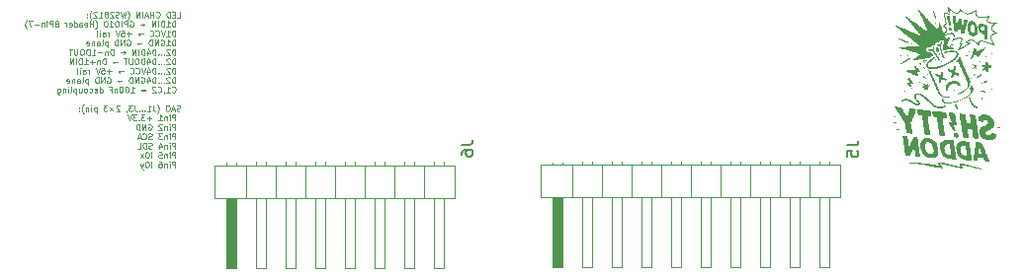
<source format=gbr>
%TF.GenerationSoftware,KiCad,Pcbnew,9.0.2*%
%TF.CreationDate,2025-07-24T17:01:52+02:00*%
%TF.ProjectId,SAO_V2,53414f5f-5632-42e6-9b69-6361645f7063,rev?*%
%TF.SameCoordinates,Original*%
%TF.FileFunction,Legend,Bot*%
%TF.FilePolarity,Positive*%
%FSLAX46Y46*%
G04 Gerber Fmt 4.6, Leading zero omitted, Abs format (unit mm)*
G04 Created by KiCad (PCBNEW 9.0.2) date 2025-07-24 17:01:52*
%MOMM*%
%LPD*%
G01*
G04 APERTURE LIST*
%ADD10C,0.100000*%
%ADD11C,0.150000*%
%ADD12C,0.000000*%
%ADD13C,0.120000*%
%ADD14R,1.700000X1.700000*%
%ADD15C,1.700000*%
G04 APERTURE END LIST*
D10*
X54907068Y-139704057D02*
X55145163Y-139704057D01*
X55145163Y-139704057D02*
X55145163Y-139204057D01*
X54740401Y-139442152D02*
X54573734Y-139442152D01*
X54502306Y-139704057D02*
X54740401Y-139704057D01*
X54740401Y-139704057D02*
X54740401Y-139204057D01*
X54740401Y-139204057D02*
X54502306Y-139204057D01*
X54288020Y-139704057D02*
X54288020Y-139204057D01*
X54288020Y-139204057D02*
X54168972Y-139204057D01*
X54168972Y-139204057D02*
X54097544Y-139227867D01*
X54097544Y-139227867D02*
X54049925Y-139275486D01*
X54049925Y-139275486D02*
X54026115Y-139323105D01*
X54026115Y-139323105D02*
X54002306Y-139418343D01*
X54002306Y-139418343D02*
X54002306Y-139489771D01*
X54002306Y-139489771D02*
X54026115Y-139585009D01*
X54026115Y-139585009D02*
X54049925Y-139632628D01*
X54049925Y-139632628D02*
X54097544Y-139680248D01*
X54097544Y-139680248D02*
X54168972Y-139704057D01*
X54168972Y-139704057D02*
X54288020Y-139704057D01*
X53121354Y-139656438D02*
X53145163Y-139680248D01*
X53145163Y-139680248D02*
X53216592Y-139704057D01*
X53216592Y-139704057D02*
X53264211Y-139704057D01*
X53264211Y-139704057D02*
X53335639Y-139680248D01*
X53335639Y-139680248D02*
X53383258Y-139632628D01*
X53383258Y-139632628D02*
X53407068Y-139585009D01*
X53407068Y-139585009D02*
X53430877Y-139489771D01*
X53430877Y-139489771D02*
X53430877Y-139418343D01*
X53430877Y-139418343D02*
X53407068Y-139323105D01*
X53407068Y-139323105D02*
X53383258Y-139275486D01*
X53383258Y-139275486D02*
X53335639Y-139227867D01*
X53335639Y-139227867D02*
X53264211Y-139204057D01*
X53264211Y-139204057D02*
X53216592Y-139204057D01*
X53216592Y-139204057D02*
X53145163Y-139227867D01*
X53145163Y-139227867D02*
X53121354Y-139251676D01*
X52907068Y-139704057D02*
X52907068Y-139204057D01*
X52907068Y-139442152D02*
X52621354Y-139442152D01*
X52621354Y-139704057D02*
X52621354Y-139204057D01*
X52407067Y-139561200D02*
X52168972Y-139561200D01*
X52454686Y-139704057D02*
X52288020Y-139204057D01*
X52288020Y-139204057D02*
X52121353Y-139704057D01*
X51954687Y-139704057D02*
X51954687Y-139204057D01*
X51716592Y-139704057D02*
X51716592Y-139204057D01*
X51716592Y-139204057D02*
X51430878Y-139704057D01*
X51430878Y-139704057D02*
X51430878Y-139204057D01*
X50668973Y-139894533D02*
X50692782Y-139870724D01*
X50692782Y-139870724D02*
X50740401Y-139799295D01*
X50740401Y-139799295D02*
X50764211Y-139751676D01*
X50764211Y-139751676D02*
X50788020Y-139680248D01*
X50788020Y-139680248D02*
X50811830Y-139561200D01*
X50811830Y-139561200D02*
X50811830Y-139465962D01*
X50811830Y-139465962D02*
X50788020Y-139346914D01*
X50788020Y-139346914D02*
X50764211Y-139275486D01*
X50764211Y-139275486D02*
X50740401Y-139227867D01*
X50740401Y-139227867D02*
X50692782Y-139156438D01*
X50692782Y-139156438D02*
X50668973Y-139132628D01*
X50526116Y-139204057D02*
X50407068Y-139704057D01*
X50407068Y-139704057D02*
X50311830Y-139346914D01*
X50311830Y-139346914D02*
X50216592Y-139704057D01*
X50216592Y-139704057D02*
X50097545Y-139204057D01*
X49930877Y-139680248D02*
X49859449Y-139704057D01*
X49859449Y-139704057D02*
X49740401Y-139704057D01*
X49740401Y-139704057D02*
X49692782Y-139680248D01*
X49692782Y-139680248D02*
X49668973Y-139656438D01*
X49668973Y-139656438D02*
X49645163Y-139608819D01*
X49645163Y-139608819D02*
X49645163Y-139561200D01*
X49645163Y-139561200D02*
X49668973Y-139513581D01*
X49668973Y-139513581D02*
X49692782Y-139489771D01*
X49692782Y-139489771D02*
X49740401Y-139465962D01*
X49740401Y-139465962D02*
X49835639Y-139442152D01*
X49835639Y-139442152D02*
X49883258Y-139418343D01*
X49883258Y-139418343D02*
X49907068Y-139394533D01*
X49907068Y-139394533D02*
X49930877Y-139346914D01*
X49930877Y-139346914D02*
X49930877Y-139299295D01*
X49930877Y-139299295D02*
X49907068Y-139251676D01*
X49907068Y-139251676D02*
X49883258Y-139227867D01*
X49883258Y-139227867D02*
X49835639Y-139204057D01*
X49835639Y-139204057D02*
X49716592Y-139204057D01*
X49716592Y-139204057D02*
X49645163Y-139227867D01*
X49454687Y-139251676D02*
X49430878Y-139227867D01*
X49430878Y-139227867D02*
X49383259Y-139204057D01*
X49383259Y-139204057D02*
X49264211Y-139204057D01*
X49264211Y-139204057D02*
X49216592Y-139227867D01*
X49216592Y-139227867D02*
X49192783Y-139251676D01*
X49192783Y-139251676D02*
X49168973Y-139299295D01*
X49168973Y-139299295D02*
X49168973Y-139346914D01*
X49168973Y-139346914D02*
X49192783Y-139418343D01*
X49192783Y-139418343D02*
X49478497Y-139704057D01*
X49478497Y-139704057D02*
X49168973Y-139704057D01*
X48883259Y-139418343D02*
X48930878Y-139394533D01*
X48930878Y-139394533D02*
X48954688Y-139370724D01*
X48954688Y-139370724D02*
X48978497Y-139323105D01*
X48978497Y-139323105D02*
X48978497Y-139299295D01*
X48978497Y-139299295D02*
X48954688Y-139251676D01*
X48954688Y-139251676D02*
X48930878Y-139227867D01*
X48930878Y-139227867D02*
X48883259Y-139204057D01*
X48883259Y-139204057D02*
X48788021Y-139204057D01*
X48788021Y-139204057D02*
X48740402Y-139227867D01*
X48740402Y-139227867D02*
X48716593Y-139251676D01*
X48716593Y-139251676D02*
X48692783Y-139299295D01*
X48692783Y-139299295D02*
X48692783Y-139323105D01*
X48692783Y-139323105D02*
X48716593Y-139370724D01*
X48716593Y-139370724D02*
X48740402Y-139394533D01*
X48740402Y-139394533D02*
X48788021Y-139418343D01*
X48788021Y-139418343D02*
X48883259Y-139418343D01*
X48883259Y-139418343D02*
X48930878Y-139442152D01*
X48930878Y-139442152D02*
X48954688Y-139465962D01*
X48954688Y-139465962D02*
X48978497Y-139513581D01*
X48978497Y-139513581D02*
X48978497Y-139608819D01*
X48978497Y-139608819D02*
X48954688Y-139656438D01*
X48954688Y-139656438D02*
X48930878Y-139680248D01*
X48930878Y-139680248D02*
X48883259Y-139704057D01*
X48883259Y-139704057D02*
X48788021Y-139704057D01*
X48788021Y-139704057D02*
X48740402Y-139680248D01*
X48740402Y-139680248D02*
X48716593Y-139656438D01*
X48716593Y-139656438D02*
X48692783Y-139608819D01*
X48692783Y-139608819D02*
X48692783Y-139513581D01*
X48692783Y-139513581D02*
X48716593Y-139465962D01*
X48716593Y-139465962D02*
X48740402Y-139442152D01*
X48740402Y-139442152D02*
X48788021Y-139418343D01*
X48216593Y-139704057D02*
X48502307Y-139704057D01*
X48359450Y-139704057D02*
X48359450Y-139204057D01*
X48359450Y-139204057D02*
X48407069Y-139275486D01*
X48407069Y-139275486D02*
X48454688Y-139323105D01*
X48454688Y-139323105D02*
X48502307Y-139346914D01*
X48026117Y-139251676D02*
X48002308Y-139227867D01*
X48002308Y-139227867D02*
X47954689Y-139204057D01*
X47954689Y-139204057D02*
X47835641Y-139204057D01*
X47835641Y-139204057D02*
X47788022Y-139227867D01*
X47788022Y-139227867D02*
X47764213Y-139251676D01*
X47764213Y-139251676D02*
X47740403Y-139299295D01*
X47740403Y-139299295D02*
X47740403Y-139346914D01*
X47740403Y-139346914D02*
X47764213Y-139418343D01*
X47764213Y-139418343D02*
X48049927Y-139704057D01*
X48049927Y-139704057D02*
X47740403Y-139704057D01*
X47573737Y-139894533D02*
X47549927Y-139870724D01*
X47549927Y-139870724D02*
X47502308Y-139799295D01*
X47502308Y-139799295D02*
X47478499Y-139751676D01*
X47478499Y-139751676D02*
X47454689Y-139680248D01*
X47454689Y-139680248D02*
X47430880Y-139561200D01*
X47430880Y-139561200D02*
X47430880Y-139465962D01*
X47430880Y-139465962D02*
X47454689Y-139346914D01*
X47454689Y-139346914D02*
X47478499Y-139275486D01*
X47478499Y-139275486D02*
X47502308Y-139227867D01*
X47502308Y-139227867D02*
X47549927Y-139156438D01*
X47549927Y-139156438D02*
X47573737Y-139132628D01*
X47192785Y-139656438D02*
X47168975Y-139680248D01*
X47168975Y-139680248D02*
X47192785Y-139704057D01*
X47192785Y-139704057D02*
X47216594Y-139680248D01*
X47216594Y-139680248D02*
X47192785Y-139656438D01*
X47192785Y-139656438D02*
X47192785Y-139704057D01*
X47192785Y-139394533D02*
X47168975Y-139418343D01*
X47168975Y-139418343D02*
X47192785Y-139442152D01*
X47192785Y-139442152D02*
X47216594Y-139418343D01*
X47216594Y-139418343D02*
X47192785Y-139394533D01*
X47192785Y-139394533D02*
X47192785Y-139442152D01*
X54764211Y-140509029D02*
X54764211Y-140009029D01*
X54764211Y-140009029D02*
X54645163Y-140009029D01*
X54645163Y-140009029D02*
X54573735Y-140032839D01*
X54573735Y-140032839D02*
X54526116Y-140080458D01*
X54526116Y-140080458D02*
X54502306Y-140128077D01*
X54502306Y-140128077D02*
X54478497Y-140223315D01*
X54478497Y-140223315D02*
X54478497Y-140294743D01*
X54478497Y-140294743D02*
X54502306Y-140389981D01*
X54502306Y-140389981D02*
X54526116Y-140437600D01*
X54526116Y-140437600D02*
X54573735Y-140485220D01*
X54573735Y-140485220D02*
X54645163Y-140509029D01*
X54645163Y-140509029D02*
X54764211Y-140509029D01*
X54002306Y-140509029D02*
X54288020Y-140509029D01*
X54145163Y-140509029D02*
X54145163Y-140009029D01*
X54145163Y-140009029D02*
X54192782Y-140080458D01*
X54192782Y-140080458D02*
X54240401Y-140128077D01*
X54240401Y-140128077D02*
X54288020Y-140151886D01*
X53788021Y-140509029D02*
X53788021Y-140009029D01*
X53788021Y-140009029D02*
X53668973Y-140009029D01*
X53668973Y-140009029D02*
X53597545Y-140032839D01*
X53597545Y-140032839D02*
X53549926Y-140080458D01*
X53549926Y-140080458D02*
X53526116Y-140128077D01*
X53526116Y-140128077D02*
X53502307Y-140223315D01*
X53502307Y-140223315D02*
X53502307Y-140294743D01*
X53502307Y-140294743D02*
X53526116Y-140389981D01*
X53526116Y-140389981D02*
X53549926Y-140437600D01*
X53549926Y-140437600D02*
X53597545Y-140485220D01*
X53597545Y-140485220D02*
X53668973Y-140509029D01*
X53668973Y-140509029D02*
X53788021Y-140509029D01*
X53288021Y-140509029D02*
X53288021Y-140009029D01*
X53049926Y-140509029D02*
X53049926Y-140009029D01*
X53049926Y-140009029D02*
X52764212Y-140509029D01*
X52764212Y-140509029D02*
X52764212Y-140009029D01*
X51764212Y-140318553D02*
X52145164Y-140318553D01*
X52049926Y-140413791D02*
X52145164Y-140318553D01*
X52145164Y-140318553D02*
X52049926Y-140223315D01*
X50883259Y-140032839D02*
X50930878Y-140009029D01*
X50930878Y-140009029D02*
X51002307Y-140009029D01*
X51002307Y-140009029D02*
X51073735Y-140032839D01*
X51073735Y-140032839D02*
X51121354Y-140080458D01*
X51121354Y-140080458D02*
X51145164Y-140128077D01*
X51145164Y-140128077D02*
X51168973Y-140223315D01*
X51168973Y-140223315D02*
X51168973Y-140294743D01*
X51168973Y-140294743D02*
X51145164Y-140389981D01*
X51145164Y-140389981D02*
X51121354Y-140437600D01*
X51121354Y-140437600D02*
X51073735Y-140485220D01*
X51073735Y-140485220D02*
X51002307Y-140509029D01*
X51002307Y-140509029D02*
X50954688Y-140509029D01*
X50954688Y-140509029D02*
X50883259Y-140485220D01*
X50883259Y-140485220D02*
X50859450Y-140461410D01*
X50859450Y-140461410D02*
X50859450Y-140294743D01*
X50859450Y-140294743D02*
X50954688Y-140294743D01*
X50645164Y-140509029D02*
X50645164Y-140009029D01*
X50645164Y-140009029D02*
X50454688Y-140009029D01*
X50454688Y-140009029D02*
X50407069Y-140032839D01*
X50407069Y-140032839D02*
X50383259Y-140056648D01*
X50383259Y-140056648D02*
X50359450Y-140104267D01*
X50359450Y-140104267D02*
X50359450Y-140175696D01*
X50359450Y-140175696D02*
X50383259Y-140223315D01*
X50383259Y-140223315D02*
X50407069Y-140247124D01*
X50407069Y-140247124D02*
X50454688Y-140270934D01*
X50454688Y-140270934D02*
X50645164Y-140270934D01*
X50145164Y-140509029D02*
X50145164Y-140009029D01*
X49811831Y-140009029D02*
X49716593Y-140009029D01*
X49716593Y-140009029D02*
X49668974Y-140032839D01*
X49668974Y-140032839D02*
X49621355Y-140080458D01*
X49621355Y-140080458D02*
X49597545Y-140175696D01*
X49597545Y-140175696D02*
X49597545Y-140342362D01*
X49597545Y-140342362D02*
X49621355Y-140437600D01*
X49621355Y-140437600D02*
X49668974Y-140485220D01*
X49668974Y-140485220D02*
X49716593Y-140509029D01*
X49716593Y-140509029D02*
X49811831Y-140509029D01*
X49811831Y-140509029D02*
X49859450Y-140485220D01*
X49859450Y-140485220D02*
X49907069Y-140437600D01*
X49907069Y-140437600D02*
X49930878Y-140342362D01*
X49930878Y-140342362D02*
X49930878Y-140175696D01*
X49930878Y-140175696D02*
X49907069Y-140080458D01*
X49907069Y-140080458D02*
X49859450Y-140032839D01*
X49859450Y-140032839D02*
X49811831Y-140009029D01*
X49121354Y-140509029D02*
X49407068Y-140509029D01*
X49264211Y-140509029D02*
X49264211Y-140009029D01*
X49264211Y-140009029D02*
X49311830Y-140080458D01*
X49311830Y-140080458D02*
X49359449Y-140128077D01*
X49359449Y-140128077D02*
X49407068Y-140151886D01*
X48811831Y-140009029D02*
X48764212Y-140009029D01*
X48764212Y-140009029D02*
X48716593Y-140032839D01*
X48716593Y-140032839D02*
X48692783Y-140056648D01*
X48692783Y-140056648D02*
X48668974Y-140104267D01*
X48668974Y-140104267D02*
X48645164Y-140199505D01*
X48645164Y-140199505D02*
X48645164Y-140318553D01*
X48645164Y-140318553D02*
X48668974Y-140413791D01*
X48668974Y-140413791D02*
X48692783Y-140461410D01*
X48692783Y-140461410D02*
X48716593Y-140485220D01*
X48716593Y-140485220D02*
X48764212Y-140509029D01*
X48764212Y-140509029D02*
X48811831Y-140509029D01*
X48811831Y-140509029D02*
X48859450Y-140485220D01*
X48859450Y-140485220D02*
X48883259Y-140461410D01*
X48883259Y-140461410D02*
X48907069Y-140413791D01*
X48907069Y-140413791D02*
X48930878Y-140318553D01*
X48930878Y-140318553D02*
X48930878Y-140199505D01*
X48930878Y-140199505D02*
X48907069Y-140104267D01*
X48907069Y-140104267D02*
X48883259Y-140056648D01*
X48883259Y-140056648D02*
X48859450Y-140032839D01*
X48859450Y-140032839D02*
X48811831Y-140009029D01*
X47907070Y-140699505D02*
X47930879Y-140675696D01*
X47930879Y-140675696D02*
X47978498Y-140604267D01*
X47978498Y-140604267D02*
X48002308Y-140556648D01*
X48002308Y-140556648D02*
X48026117Y-140485220D01*
X48026117Y-140485220D02*
X48049927Y-140366172D01*
X48049927Y-140366172D02*
X48049927Y-140270934D01*
X48049927Y-140270934D02*
X48026117Y-140151886D01*
X48026117Y-140151886D02*
X48002308Y-140080458D01*
X48002308Y-140080458D02*
X47978498Y-140032839D01*
X47978498Y-140032839D02*
X47930879Y-139961410D01*
X47930879Y-139961410D02*
X47907070Y-139937600D01*
X47716594Y-140509029D02*
X47716594Y-140009029D01*
X47716594Y-140247124D02*
X47430880Y-140247124D01*
X47430880Y-140509029D02*
X47430880Y-140009029D01*
X47002308Y-140485220D02*
X47049927Y-140509029D01*
X47049927Y-140509029D02*
X47145165Y-140509029D01*
X47145165Y-140509029D02*
X47192784Y-140485220D01*
X47192784Y-140485220D02*
X47216593Y-140437600D01*
X47216593Y-140437600D02*
X47216593Y-140247124D01*
X47216593Y-140247124D02*
X47192784Y-140199505D01*
X47192784Y-140199505D02*
X47145165Y-140175696D01*
X47145165Y-140175696D02*
X47049927Y-140175696D01*
X47049927Y-140175696D02*
X47002308Y-140199505D01*
X47002308Y-140199505D02*
X46978498Y-140247124D01*
X46978498Y-140247124D02*
X46978498Y-140294743D01*
X46978498Y-140294743D02*
X47216593Y-140342362D01*
X46549927Y-140509029D02*
X46549927Y-140247124D01*
X46549927Y-140247124D02*
X46573737Y-140199505D01*
X46573737Y-140199505D02*
X46621356Y-140175696D01*
X46621356Y-140175696D02*
X46716594Y-140175696D01*
X46716594Y-140175696D02*
X46764213Y-140199505D01*
X46549927Y-140485220D02*
X46597546Y-140509029D01*
X46597546Y-140509029D02*
X46716594Y-140509029D01*
X46716594Y-140509029D02*
X46764213Y-140485220D01*
X46764213Y-140485220D02*
X46788022Y-140437600D01*
X46788022Y-140437600D02*
X46788022Y-140389981D01*
X46788022Y-140389981D02*
X46764213Y-140342362D01*
X46764213Y-140342362D02*
X46716594Y-140318553D01*
X46716594Y-140318553D02*
X46597546Y-140318553D01*
X46597546Y-140318553D02*
X46549927Y-140294743D01*
X46097546Y-140509029D02*
X46097546Y-140009029D01*
X46097546Y-140485220D02*
X46145165Y-140509029D01*
X46145165Y-140509029D02*
X46240403Y-140509029D01*
X46240403Y-140509029D02*
X46288022Y-140485220D01*
X46288022Y-140485220D02*
X46311832Y-140461410D01*
X46311832Y-140461410D02*
X46335641Y-140413791D01*
X46335641Y-140413791D02*
X46335641Y-140270934D01*
X46335641Y-140270934D02*
X46311832Y-140223315D01*
X46311832Y-140223315D02*
X46288022Y-140199505D01*
X46288022Y-140199505D02*
X46240403Y-140175696D01*
X46240403Y-140175696D02*
X46145165Y-140175696D01*
X46145165Y-140175696D02*
X46097546Y-140199505D01*
X45668975Y-140485220D02*
X45716594Y-140509029D01*
X45716594Y-140509029D02*
X45811832Y-140509029D01*
X45811832Y-140509029D02*
X45859451Y-140485220D01*
X45859451Y-140485220D02*
X45883260Y-140437600D01*
X45883260Y-140437600D02*
X45883260Y-140247124D01*
X45883260Y-140247124D02*
X45859451Y-140199505D01*
X45859451Y-140199505D02*
X45811832Y-140175696D01*
X45811832Y-140175696D02*
X45716594Y-140175696D01*
X45716594Y-140175696D02*
X45668975Y-140199505D01*
X45668975Y-140199505D02*
X45645165Y-140247124D01*
X45645165Y-140247124D02*
X45645165Y-140294743D01*
X45645165Y-140294743D02*
X45883260Y-140342362D01*
X45430880Y-140509029D02*
X45430880Y-140175696D01*
X45430880Y-140270934D02*
X45407070Y-140223315D01*
X45407070Y-140223315D02*
X45383261Y-140199505D01*
X45383261Y-140199505D02*
X45335642Y-140175696D01*
X45335642Y-140175696D02*
X45288023Y-140175696D01*
X44668975Y-140223315D02*
X44716594Y-140199505D01*
X44716594Y-140199505D02*
X44740404Y-140175696D01*
X44740404Y-140175696D02*
X44764213Y-140128077D01*
X44764213Y-140128077D02*
X44764213Y-140104267D01*
X44764213Y-140104267D02*
X44740404Y-140056648D01*
X44740404Y-140056648D02*
X44716594Y-140032839D01*
X44716594Y-140032839D02*
X44668975Y-140009029D01*
X44668975Y-140009029D02*
X44573737Y-140009029D01*
X44573737Y-140009029D02*
X44526118Y-140032839D01*
X44526118Y-140032839D02*
X44502309Y-140056648D01*
X44502309Y-140056648D02*
X44478499Y-140104267D01*
X44478499Y-140104267D02*
X44478499Y-140128077D01*
X44478499Y-140128077D02*
X44502309Y-140175696D01*
X44502309Y-140175696D02*
X44526118Y-140199505D01*
X44526118Y-140199505D02*
X44573737Y-140223315D01*
X44573737Y-140223315D02*
X44668975Y-140223315D01*
X44668975Y-140223315D02*
X44716594Y-140247124D01*
X44716594Y-140247124D02*
X44740404Y-140270934D01*
X44740404Y-140270934D02*
X44764213Y-140318553D01*
X44764213Y-140318553D02*
X44764213Y-140413791D01*
X44764213Y-140413791D02*
X44740404Y-140461410D01*
X44740404Y-140461410D02*
X44716594Y-140485220D01*
X44716594Y-140485220D02*
X44668975Y-140509029D01*
X44668975Y-140509029D02*
X44573737Y-140509029D01*
X44573737Y-140509029D02*
X44526118Y-140485220D01*
X44526118Y-140485220D02*
X44502309Y-140461410D01*
X44502309Y-140461410D02*
X44478499Y-140413791D01*
X44478499Y-140413791D02*
X44478499Y-140318553D01*
X44478499Y-140318553D02*
X44502309Y-140270934D01*
X44502309Y-140270934D02*
X44526118Y-140247124D01*
X44526118Y-140247124D02*
X44573737Y-140223315D01*
X44264214Y-140509029D02*
X44264214Y-140009029D01*
X44264214Y-140009029D02*
X44073738Y-140009029D01*
X44073738Y-140009029D02*
X44026119Y-140032839D01*
X44026119Y-140032839D02*
X44002309Y-140056648D01*
X44002309Y-140056648D02*
X43978500Y-140104267D01*
X43978500Y-140104267D02*
X43978500Y-140175696D01*
X43978500Y-140175696D02*
X44002309Y-140223315D01*
X44002309Y-140223315D02*
X44026119Y-140247124D01*
X44026119Y-140247124D02*
X44073738Y-140270934D01*
X44073738Y-140270934D02*
X44264214Y-140270934D01*
X43764214Y-140509029D02*
X43764214Y-140175696D01*
X43764214Y-140009029D02*
X43788023Y-140032839D01*
X43788023Y-140032839D02*
X43764214Y-140056648D01*
X43764214Y-140056648D02*
X43740404Y-140032839D01*
X43740404Y-140032839D02*
X43764214Y-140009029D01*
X43764214Y-140009029D02*
X43764214Y-140056648D01*
X43526119Y-140175696D02*
X43526119Y-140509029D01*
X43526119Y-140223315D02*
X43502309Y-140199505D01*
X43502309Y-140199505D02*
X43454690Y-140175696D01*
X43454690Y-140175696D02*
X43383262Y-140175696D01*
X43383262Y-140175696D02*
X43335643Y-140199505D01*
X43335643Y-140199505D02*
X43311833Y-140247124D01*
X43311833Y-140247124D02*
X43311833Y-140509029D01*
X43073738Y-140318553D02*
X42692786Y-140318553D01*
X42502309Y-140009029D02*
X42168976Y-140009029D01*
X42168976Y-140009029D02*
X42383261Y-140509029D01*
X42026119Y-140699505D02*
X42002309Y-140675696D01*
X42002309Y-140675696D02*
X41954690Y-140604267D01*
X41954690Y-140604267D02*
X41930881Y-140556648D01*
X41930881Y-140556648D02*
X41907071Y-140485220D01*
X41907071Y-140485220D02*
X41883262Y-140366172D01*
X41883262Y-140366172D02*
X41883262Y-140270934D01*
X41883262Y-140270934D02*
X41907071Y-140151886D01*
X41907071Y-140151886D02*
X41930881Y-140080458D01*
X41930881Y-140080458D02*
X41954690Y-140032839D01*
X41954690Y-140032839D02*
X42002309Y-139961410D01*
X42002309Y-139961410D02*
X42026119Y-139937600D01*
X54764211Y-141314001D02*
X54764211Y-140814001D01*
X54764211Y-140814001D02*
X54645163Y-140814001D01*
X54645163Y-140814001D02*
X54573735Y-140837811D01*
X54573735Y-140837811D02*
X54526116Y-140885430D01*
X54526116Y-140885430D02*
X54502306Y-140933049D01*
X54502306Y-140933049D02*
X54478497Y-141028287D01*
X54478497Y-141028287D02*
X54478497Y-141099715D01*
X54478497Y-141099715D02*
X54502306Y-141194953D01*
X54502306Y-141194953D02*
X54526116Y-141242572D01*
X54526116Y-141242572D02*
X54573735Y-141290192D01*
X54573735Y-141290192D02*
X54645163Y-141314001D01*
X54645163Y-141314001D02*
X54764211Y-141314001D01*
X54002306Y-141314001D02*
X54288020Y-141314001D01*
X54145163Y-141314001D02*
X54145163Y-140814001D01*
X54145163Y-140814001D02*
X54192782Y-140885430D01*
X54192782Y-140885430D02*
X54240401Y-140933049D01*
X54240401Y-140933049D02*
X54288020Y-140956858D01*
X53859449Y-140814001D02*
X53692783Y-141314001D01*
X53692783Y-141314001D02*
X53526116Y-140814001D01*
X53073736Y-141266382D02*
X53097545Y-141290192D01*
X53097545Y-141290192D02*
X53168974Y-141314001D01*
X53168974Y-141314001D02*
X53216593Y-141314001D01*
X53216593Y-141314001D02*
X53288021Y-141290192D01*
X53288021Y-141290192D02*
X53335640Y-141242572D01*
X53335640Y-141242572D02*
X53359450Y-141194953D01*
X53359450Y-141194953D02*
X53383259Y-141099715D01*
X53383259Y-141099715D02*
X53383259Y-141028287D01*
X53383259Y-141028287D02*
X53359450Y-140933049D01*
X53359450Y-140933049D02*
X53335640Y-140885430D01*
X53335640Y-140885430D02*
X53288021Y-140837811D01*
X53288021Y-140837811D02*
X53216593Y-140814001D01*
X53216593Y-140814001D02*
X53168974Y-140814001D01*
X53168974Y-140814001D02*
X53097545Y-140837811D01*
X53097545Y-140837811D02*
X53073736Y-140861620D01*
X52573736Y-141266382D02*
X52597545Y-141290192D01*
X52597545Y-141290192D02*
X52668974Y-141314001D01*
X52668974Y-141314001D02*
X52716593Y-141314001D01*
X52716593Y-141314001D02*
X52788021Y-141290192D01*
X52788021Y-141290192D02*
X52835640Y-141242572D01*
X52835640Y-141242572D02*
X52859450Y-141194953D01*
X52859450Y-141194953D02*
X52883259Y-141099715D01*
X52883259Y-141099715D02*
X52883259Y-141028287D01*
X52883259Y-141028287D02*
X52859450Y-140933049D01*
X52859450Y-140933049D02*
X52835640Y-140885430D01*
X52835640Y-140885430D02*
X52788021Y-140837811D01*
X52788021Y-140837811D02*
X52716593Y-140814001D01*
X52716593Y-140814001D02*
X52668974Y-140814001D01*
X52668974Y-140814001D02*
X52597545Y-140837811D01*
X52597545Y-140837811D02*
X52573736Y-140861620D01*
X51978498Y-141123525D02*
X51597546Y-141123525D01*
X51692784Y-141218763D02*
X51597546Y-141123525D01*
X51597546Y-141123525D02*
X51692784Y-141028287D01*
X50978498Y-141123525D02*
X50597546Y-141123525D01*
X50788022Y-141314001D02*
X50788022Y-140933049D01*
X50121355Y-140814001D02*
X50359450Y-140814001D01*
X50359450Y-140814001D02*
X50383259Y-141052096D01*
X50383259Y-141052096D02*
X50359450Y-141028287D01*
X50359450Y-141028287D02*
X50311831Y-141004477D01*
X50311831Y-141004477D02*
X50192783Y-141004477D01*
X50192783Y-141004477D02*
X50145164Y-141028287D01*
X50145164Y-141028287D02*
X50121355Y-141052096D01*
X50121355Y-141052096D02*
X50097545Y-141099715D01*
X50097545Y-141099715D02*
X50097545Y-141218763D01*
X50097545Y-141218763D02*
X50121355Y-141266382D01*
X50121355Y-141266382D02*
X50145164Y-141290192D01*
X50145164Y-141290192D02*
X50192783Y-141314001D01*
X50192783Y-141314001D02*
X50311831Y-141314001D01*
X50311831Y-141314001D02*
X50359450Y-141290192D01*
X50359450Y-141290192D02*
X50383259Y-141266382D01*
X49954688Y-140814001D02*
X49788022Y-141314001D01*
X49788022Y-141314001D02*
X49621355Y-140814001D01*
X49073737Y-141314001D02*
X49073737Y-140980668D01*
X49073737Y-141075906D02*
X49049927Y-141028287D01*
X49049927Y-141028287D02*
X49026118Y-141004477D01*
X49026118Y-141004477D02*
X48978499Y-140980668D01*
X48978499Y-140980668D02*
X48930880Y-140980668D01*
X48549927Y-141314001D02*
X48549927Y-141052096D01*
X48549927Y-141052096D02*
X48573737Y-141004477D01*
X48573737Y-141004477D02*
X48621356Y-140980668D01*
X48621356Y-140980668D02*
X48716594Y-140980668D01*
X48716594Y-140980668D02*
X48764213Y-141004477D01*
X48549927Y-141290192D02*
X48597546Y-141314001D01*
X48597546Y-141314001D02*
X48716594Y-141314001D01*
X48716594Y-141314001D02*
X48764213Y-141290192D01*
X48764213Y-141290192D02*
X48788022Y-141242572D01*
X48788022Y-141242572D02*
X48788022Y-141194953D01*
X48788022Y-141194953D02*
X48764213Y-141147334D01*
X48764213Y-141147334D02*
X48716594Y-141123525D01*
X48716594Y-141123525D02*
X48597546Y-141123525D01*
X48597546Y-141123525D02*
X48549927Y-141099715D01*
X48311832Y-141314001D02*
X48311832Y-140980668D01*
X48311832Y-140814001D02*
X48335641Y-140837811D01*
X48335641Y-140837811D02*
X48311832Y-140861620D01*
X48311832Y-140861620D02*
X48288022Y-140837811D01*
X48288022Y-140837811D02*
X48311832Y-140814001D01*
X48311832Y-140814001D02*
X48311832Y-140861620D01*
X48002308Y-141314001D02*
X48049927Y-141290192D01*
X48049927Y-141290192D02*
X48073737Y-141242572D01*
X48073737Y-141242572D02*
X48073737Y-140814001D01*
X54764211Y-142118973D02*
X54764211Y-141618973D01*
X54764211Y-141618973D02*
X54645163Y-141618973D01*
X54645163Y-141618973D02*
X54573735Y-141642783D01*
X54573735Y-141642783D02*
X54526116Y-141690402D01*
X54526116Y-141690402D02*
X54502306Y-141738021D01*
X54502306Y-141738021D02*
X54478497Y-141833259D01*
X54478497Y-141833259D02*
X54478497Y-141904687D01*
X54478497Y-141904687D02*
X54502306Y-141999925D01*
X54502306Y-141999925D02*
X54526116Y-142047544D01*
X54526116Y-142047544D02*
X54573735Y-142095164D01*
X54573735Y-142095164D02*
X54645163Y-142118973D01*
X54645163Y-142118973D02*
X54764211Y-142118973D01*
X54002306Y-142118973D02*
X54288020Y-142118973D01*
X54145163Y-142118973D02*
X54145163Y-141618973D01*
X54145163Y-141618973D02*
X54192782Y-141690402D01*
X54192782Y-141690402D02*
X54240401Y-141738021D01*
X54240401Y-141738021D02*
X54288020Y-141761830D01*
X53526116Y-141642783D02*
X53573735Y-141618973D01*
X53573735Y-141618973D02*
X53645164Y-141618973D01*
X53645164Y-141618973D02*
X53716592Y-141642783D01*
X53716592Y-141642783D02*
X53764211Y-141690402D01*
X53764211Y-141690402D02*
X53788021Y-141738021D01*
X53788021Y-141738021D02*
X53811830Y-141833259D01*
X53811830Y-141833259D02*
X53811830Y-141904687D01*
X53811830Y-141904687D02*
X53788021Y-141999925D01*
X53788021Y-141999925D02*
X53764211Y-142047544D01*
X53764211Y-142047544D02*
X53716592Y-142095164D01*
X53716592Y-142095164D02*
X53645164Y-142118973D01*
X53645164Y-142118973D02*
X53597545Y-142118973D01*
X53597545Y-142118973D02*
X53526116Y-142095164D01*
X53526116Y-142095164D02*
X53502307Y-142071354D01*
X53502307Y-142071354D02*
X53502307Y-141904687D01*
X53502307Y-141904687D02*
X53597545Y-141904687D01*
X53288021Y-142118973D02*
X53288021Y-141618973D01*
X53288021Y-141618973D02*
X53002307Y-142118973D01*
X53002307Y-142118973D02*
X53002307Y-141618973D01*
X52764211Y-142118973D02*
X52764211Y-141618973D01*
X52764211Y-141618973D02*
X52645163Y-141618973D01*
X52645163Y-141618973D02*
X52573735Y-141642783D01*
X52573735Y-141642783D02*
X52526116Y-141690402D01*
X52526116Y-141690402D02*
X52502306Y-141738021D01*
X52502306Y-141738021D02*
X52478497Y-141833259D01*
X52478497Y-141833259D02*
X52478497Y-141904687D01*
X52478497Y-141904687D02*
X52502306Y-141999925D01*
X52502306Y-141999925D02*
X52526116Y-142047544D01*
X52526116Y-142047544D02*
X52573735Y-142095164D01*
X52573735Y-142095164D02*
X52645163Y-142118973D01*
X52645163Y-142118973D02*
X52764211Y-142118973D01*
X51883259Y-141928497D02*
X51502307Y-141928497D01*
X51597545Y-142023735D02*
X51502307Y-141928497D01*
X51502307Y-141928497D02*
X51597545Y-141833259D01*
X50621354Y-141642783D02*
X50668973Y-141618973D01*
X50668973Y-141618973D02*
X50740402Y-141618973D01*
X50740402Y-141618973D02*
X50811830Y-141642783D01*
X50811830Y-141642783D02*
X50859449Y-141690402D01*
X50859449Y-141690402D02*
X50883259Y-141738021D01*
X50883259Y-141738021D02*
X50907068Y-141833259D01*
X50907068Y-141833259D02*
X50907068Y-141904687D01*
X50907068Y-141904687D02*
X50883259Y-141999925D01*
X50883259Y-141999925D02*
X50859449Y-142047544D01*
X50859449Y-142047544D02*
X50811830Y-142095164D01*
X50811830Y-142095164D02*
X50740402Y-142118973D01*
X50740402Y-142118973D02*
X50692783Y-142118973D01*
X50692783Y-142118973D02*
X50621354Y-142095164D01*
X50621354Y-142095164D02*
X50597545Y-142071354D01*
X50597545Y-142071354D02*
X50597545Y-141904687D01*
X50597545Y-141904687D02*
X50692783Y-141904687D01*
X50383259Y-142118973D02*
X50383259Y-141618973D01*
X50383259Y-141618973D02*
X50097545Y-142118973D01*
X50097545Y-142118973D02*
X50097545Y-141618973D01*
X49859449Y-142118973D02*
X49859449Y-141618973D01*
X49859449Y-141618973D02*
X49740401Y-141618973D01*
X49740401Y-141618973D02*
X49668973Y-141642783D01*
X49668973Y-141642783D02*
X49621354Y-141690402D01*
X49621354Y-141690402D02*
X49597544Y-141738021D01*
X49597544Y-141738021D02*
X49573735Y-141833259D01*
X49573735Y-141833259D02*
X49573735Y-141904687D01*
X49573735Y-141904687D02*
X49597544Y-141999925D01*
X49597544Y-141999925D02*
X49621354Y-142047544D01*
X49621354Y-142047544D02*
X49668973Y-142095164D01*
X49668973Y-142095164D02*
X49740401Y-142118973D01*
X49740401Y-142118973D02*
X49859449Y-142118973D01*
X48978497Y-141785640D02*
X48978497Y-142285640D01*
X48978497Y-141809449D02*
X48930878Y-141785640D01*
X48930878Y-141785640D02*
X48835640Y-141785640D01*
X48835640Y-141785640D02*
X48788021Y-141809449D01*
X48788021Y-141809449D02*
X48764211Y-141833259D01*
X48764211Y-141833259D02*
X48740402Y-141880878D01*
X48740402Y-141880878D02*
X48740402Y-142023735D01*
X48740402Y-142023735D02*
X48764211Y-142071354D01*
X48764211Y-142071354D02*
X48788021Y-142095164D01*
X48788021Y-142095164D02*
X48835640Y-142118973D01*
X48835640Y-142118973D02*
X48930878Y-142118973D01*
X48930878Y-142118973D02*
X48978497Y-142095164D01*
X48454687Y-142118973D02*
X48502306Y-142095164D01*
X48502306Y-142095164D02*
X48526116Y-142047544D01*
X48526116Y-142047544D02*
X48526116Y-141618973D01*
X48049925Y-142118973D02*
X48049925Y-141857068D01*
X48049925Y-141857068D02*
X48073735Y-141809449D01*
X48073735Y-141809449D02*
X48121354Y-141785640D01*
X48121354Y-141785640D02*
X48216592Y-141785640D01*
X48216592Y-141785640D02*
X48264211Y-141809449D01*
X48049925Y-142095164D02*
X48097544Y-142118973D01*
X48097544Y-142118973D02*
X48216592Y-142118973D01*
X48216592Y-142118973D02*
X48264211Y-142095164D01*
X48264211Y-142095164D02*
X48288020Y-142047544D01*
X48288020Y-142047544D02*
X48288020Y-141999925D01*
X48288020Y-141999925D02*
X48264211Y-141952306D01*
X48264211Y-141952306D02*
X48216592Y-141928497D01*
X48216592Y-141928497D02*
X48097544Y-141928497D01*
X48097544Y-141928497D02*
X48049925Y-141904687D01*
X47811830Y-141785640D02*
X47811830Y-142118973D01*
X47811830Y-141833259D02*
X47788020Y-141809449D01*
X47788020Y-141809449D02*
X47740401Y-141785640D01*
X47740401Y-141785640D02*
X47668973Y-141785640D01*
X47668973Y-141785640D02*
X47621354Y-141809449D01*
X47621354Y-141809449D02*
X47597544Y-141857068D01*
X47597544Y-141857068D02*
X47597544Y-142118973D01*
X47168973Y-142095164D02*
X47216592Y-142118973D01*
X47216592Y-142118973D02*
X47311830Y-142118973D01*
X47311830Y-142118973D02*
X47359449Y-142095164D01*
X47359449Y-142095164D02*
X47383258Y-142047544D01*
X47383258Y-142047544D02*
X47383258Y-141857068D01*
X47383258Y-141857068D02*
X47359449Y-141809449D01*
X47359449Y-141809449D02*
X47311830Y-141785640D01*
X47311830Y-141785640D02*
X47216592Y-141785640D01*
X47216592Y-141785640D02*
X47168973Y-141809449D01*
X47168973Y-141809449D02*
X47145163Y-141857068D01*
X47145163Y-141857068D02*
X47145163Y-141904687D01*
X47145163Y-141904687D02*
X47383258Y-141952306D01*
X54764211Y-142923945D02*
X54764211Y-142423945D01*
X54764211Y-142423945D02*
X54645163Y-142423945D01*
X54645163Y-142423945D02*
X54573735Y-142447755D01*
X54573735Y-142447755D02*
X54526116Y-142495374D01*
X54526116Y-142495374D02*
X54502306Y-142542993D01*
X54502306Y-142542993D02*
X54478497Y-142638231D01*
X54478497Y-142638231D02*
X54478497Y-142709659D01*
X54478497Y-142709659D02*
X54502306Y-142804897D01*
X54502306Y-142804897D02*
X54526116Y-142852516D01*
X54526116Y-142852516D02*
X54573735Y-142900136D01*
X54573735Y-142900136D02*
X54645163Y-142923945D01*
X54645163Y-142923945D02*
X54764211Y-142923945D01*
X54288020Y-142471564D02*
X54264211Y-142447755D01*
X54264211Y-142447755D02*
X54216592Y-142423945D01*
X54216592Y-142423945D02*
X54097544Y-142423945D01*
X54097544Y-142423945D02*
X54049925Y-142447755D01*
X54049925Y-142447755D02*
X54026116Y-142471564D01*
X54026116Y-142471564D02*
X54002306Y-142519183D01*
X54002306Y-142519183D02*
X54002306Y-142566802D01*
X54002306Y-142566802D02*
X54026116Y-142638231D01*
X54026116Y-142638231D02*
X54311830Y-142923945D01*
X54311830Y-142923945D02*
X54002306Y-142923945D01*
X53788021Y-142876326D02*
X53764211Y-142900136D01*
X53764211Y-142900136D02*
X53788021Y-142923945D01*
X53788021Y-142923945D02*
X53811830Y-142900136D01*
X53811830Y-142900136D02*
X53788021Y-142876326D01*
X53788021Y-142876326D02*
X53788021Y-142923945D01*
X53549926Y-142876326D02*
X53526116Y-142900136D01*
X53526116Y-142900136D02*
X53549926Y-142923945D01*
X53549926Y-142923945D02*
X53573735Y-142900136D01*
X53573735Y-142900136D02*
X53549926Y-142876326D01*
X53549926Y-142876326D02*
X53549926Y-142923945D01*
X53311830Y-142876326D02*
X53288021Y-142900136D01*
X53288021Y-142900136D02*
X53311830Y-142923945D01*
X53311830Y-142923945D02*
X53335640Y-142900136D01*
X53335640Y-142900136D02*
X53311830Y-142876326D01*
X53311830Y-142876326D02*
X53311830Y-142923945D01*
X53073735Y-142923945D02*
X53073735Y-142423945D01*
X53073735Y-142423945D02*
X52954687Y-142423945D01*
X52954687Y-142423945D02*
X52883259Y-142447755D01*
X52883259Y-142447755D02*
X52835640Y-142495374D01*
X52835640Y-142495374D02*
X52811830Y-142542993D01*
X52811830Y-142542993D02*
X52788021Y-142638231D01*
X52788021Y-142638231D02*
X52788021Y-142709659D01*
X52788021Y-142709659D02*
X52811830Y-142804897D01*
X52811830Y-142804897D02*
X52835640Y-142852516D01*
X52835640Y-142852516D02*
X52883259Y-142900136D01*
X52883259Y-142900136D02*
X52954687Y-142923945D01*
X52954687Y-142923945D02*
X53073735Y-142923945D01*
X52359449Y-142590612D02*
X52359449Y-142923945D01*
X52478497Y-142400136D02*
X52597544Y-142757278D01*
X52597544Y-142757278D02*
X52288021Y-142757278D01*
X52097545Y-142923945D02*
X52097545Y-142423945D01*
X52097545Y-142423945D02*
X51978497Y-142423945D01*
X51978497Y-142423945D02*
X51907069Y-142447755D01*
X51907069Y-142447755D02*
X51859450Y-142495374D01*
X51859450Y-142495374D02*
X51835640Y-142542993D01*
X51835640Y-142542993D02*
X51811831Y-142638231D01*
X51811831Y-142638231D02*
X51811831Y-142709659D01*
X51811831Y-142709659D02*
X51835640Y-142804897D01*
X51835640Y-142804897D02*
X51859450Y-142852516D01*
X51859450Y-142852516D02*
X51907069Y-142900136D01*
X51907069Y-142900136D02*
X51978497Y-142923945D01*
X51978497Y-142923945D02*
X52097545Y-142923945D01*
X51597545Y-142923945D02*
X51597545Y-142423945D01*
X51359450Y-142923945D02*
X51359450Y-142423945D01*
X51359450Y-142423945D02*
X51073736Y-142923945D01*
X51073736Y-142923945D02*
X51073736Y-142423945D01*
X50073736Y-142733469D02*
X50454688Y-142733469D01*
X50359450Y-142828707D02*
X50454688Y-142733469D01*
X50454688Y-142733469D02*
X50359450Y-142638231D01*
X49454688Y-142923945D02*
X49454688Y-142423945D01*
X49454688Y-142423945D02*
X49335640Y-142423945D01*
X49335640Y-142423945D02*
X49264212Y-142447755D01*
X49264212Y-142447755D02*
X49216593Y-142495374D01*
X49216593Y-142495374D02*
X49192783Y-142542993D01*
X49192783Y-142542993D02*
X49168974Y-142638231D01*
X49168974Y-142638231D02*
X49168974Y-142709659D01*
X49168974Y-142709659D02*
X49192783Y-142804897D01*
X49192783Y-142804897D02*
X49216593Y-142852516D01*
X49216593Y-142852516D02*
X49264212Y-142900136D01*
X49264212Y-142900136D02*
X49335640Y-142923945D01*
X49335640Y-142923945D02*
X49454688Y-142923945D01*
X48954688Y-142590612D02*
X48954688Y-142923945D01*
X48954688Y-142638231D02*
X48930878Y-142614421D01*
X48930878Y-142614421D02*
X48883259Y-142590612D01*
X48883259Y-142590612D02*
X48811831Y-142590612D01*
X48811831Y-142590612D02*
X48764212Y-142614421D01*
X48764212Y-142614421D02*
X48740402Y-142662040D01*
X48740402Y-142662040D02*
X48740402Y-142923945D01*
X48502307Y-142733469D02*
X48121355Y-142733469D01*
X47621354Y-142923945D02*
X47907068Y-142923945D01*
X47764211Y-142923945D02*
X47764211Y-142423945D01*
X47764211Y-142423945D02*
X47811830Y-142495374D01*
X47811830Y-142495374D02*
X47859449Y-142542993D01*
X47859449Y-142542993D02*
X47907068Y-142566802D01*
X47407069Y-142923945D02*
X47407069Y-142423945D01*
X47407069Y-142423945D02*
X47288021Y-142423945D01*
X47288021Y-142423945D02*
X47216593Y-142447755D01*
X47216593Y-142447755D02*
X47168974Y-142495374D01*
X47168974Y-142495374D02*
X47145164Y-142542993D01*
X47145164Y-142542993D02*
X47121355Y-142638231D01*
X47121355Y-142638231D02*
X47121355Y-142709659D01*
X47121355Y-142709659D02*
X47145164Y-142804897D01*
X47145164Y-142804897D02*
X47168974Y-142852516D01*
X47168974Y-142852516D02*
X47216593Y-142900136D01*
X47216593Y-142900136D02*
X47288021Y-142923945D01*
X47288021Y-142923945D02*
X47407069Y-142923945D01*
X46811831Y-142423945D02*
X46716593Y-142423945D01*
X46716593Y-142423945D02*
X46668974Y-142447755D01*
X46668974Y-142447755D02*
X46621355Y-142495374D01*
X46621355Y-142495374D02*
X46597545Y-142590612D01*
X46597545Y-142590612D02*
X46597545Y-142757278D01*
X46597545Y-142757278D02*
X46621355Y-142852516D01*
X46621355Y-142852516D02*
X46668974Y-142900136D01*
X46668974Y-142900136D02*
X46716593Y-142923945D01*
X46716593Y-142923945D02*
X46811831Y-142923945D01*
X46811831Y-142923945D02*
X46859450Y-142900136D01*
X46859450Y-142900136D02*
X46907069Y-142852516D01*
X46907069Y-142852516D02*
X46930878Y-142757278D01*
X46930878Y-142757278D02*
X46930878Y-142590612D01*
X46930878Y-142590612D02*
X46907069Y-142495374D01*
X46907069Y-142495374D02*
X46859450Y-142447755D01*
X46859450Y-142447755D02*
X46811831Y-142423945D01*
X46383259Y-142423945D02*
X46383259Y-142828707D01*
X46383259Y-142828707D02*
X46359449Y-142876326D01*
X46359449Y-142876326D02*
X46335640Y-142900136D01*
X46335640Y-142900136D02*
X46288021Y-142923945D01*
X46288021Y-142923945D02*
X46192783Y-142923945D01*
X46192783Y-142923945D02*
X46145164Y-142900136D01*
X46145164Y-142900136D02*
X46121354Y-142876326D01*
X46121354Y-142876326D02*
X46097545Y-142828707D01*
X46097545Y-142828707D02*
X46097545Y-142423945D01*
X45930877Y-142423945D02*
X45645163Y-142423945D01*
X45788020Y-142923945D02*
X45788020Y-142423945D01*
X54764211Y-143728917D02*
X54764211Y-143228917D01*
X54764211Y-143228917D02*
X54645163Y-143228917D01*
X54645163Y-143228917D02*
X54573735Y-143252727D01*
X54573735Y-143252727D02*
X54526116Y-143300346D01*
X54526116Y-143300346D02*
X54502306Y-143347965D01*
X54502306Y-143347965D02*
X54478497Y-143443203D01*
X54478497Y-143443203D02*
X54478497Y-143514631D01*
X54478497Y-143514631D02*
X54502306Y-143609869D01*
X54502306Y-143609869D02*
X54526116Y-143657488D01*
X54526116Y-143657488D02*
X54573735Y-143705108D01*
X54573735Y-143705108D02*
X54645163Y-143728917D01*
X54645163Y-143728917D02*
X54764211Y-143728917D01*
X54288020Y-143276536D02*
X54264211Y-143252727D01*
X54264211Y-143252727D02*
X54216592Y-143228917D01*
X54216592Y-143228917D02*
X54097544Y-143228917D01*
X54097544Y-143228917D02*
X54049925Y-143252727D01*
X54049925Y-143252727D02*
X54026116Y-143276536D01*
X54026116Y-143276536D02*
X54002306Y-143324155D01*
X54002306Y-143324155D02*
X54002306Y-143371774D01*
X54002306Y-143371774D02*
X54026116Y-143443203D01*
X54026116Y-143443203D02*
X54311830Y-143728917D01*
X54311830Y-143728917D02*
X54002306Y-143728917D01*
X53788021Y-143681298D02*
X53764211Y-143705108D01*
X53764211Y-143705108D02*
X53788021Y-143728917D01*
X53788021Y-143728917D02*
X53811830Y-143705108D01*
X53811830Y-143705108D02*
X53788021Y-143681298D01*
X53788021Y-143681298D02*
X53788021Y-143728917D01*
X53549926Y-143681298D02*
X53526116Y-143705108D01*
X53526116Y-143705108D02*
X53549926Y-143728917D01*
X53549926Y-143728917D02*
X53573735Y-143705108D01*
X53573735Y-143705108D02*
X53549926Y-143681298D01*
X53549926Y-143681298D02*
X53549926Y-143728917D01*
X53311830Y-143681298D02*
X53288021Y-143705108D01*
X53288021Y-143705108D02*
X53311830Y-143728917D01*
X53311830Y-143728917D02*
X53335640Y-143705108D01*
X53335640Y-143705108D02*
X53311830Y-143681298D01*
X53311830Y-143681298D02*
X53311830Y-143728917D01*
X53073735Y-143728917D02*
X53073735Y-143228917D01*
X53073735Y-143228917D02*
X52954687Y-143228917D01*
X52954687Y-143228917D02*
X52883259Y-143252727D01*
X52883259Y-143252727D02*
X52835640Y-143300346D01*
X52835640Y-143300346D02*
X52811830Y-143347965D01*
X52811830Y-143347965D02*
X52788021Y-143443203D01*
X52788021Y-143443203D02*
X52788021Y-143514631D01*
X52788021Y-143514631D02*
X52811830Y-143609869D01*
X52811830Y-143609869D02*
X52835640Y-143657488D01*
X52835640Y-143657488D02*
X52883259Y-143705108D01*
X52883259Y-143705108D02*
X52954687Y-143728917D01*
X52954687Y-143728917D02*
X53073735Y-143728917D01*
X52359449Y-143395584D02*
X52359449Y-143728917D01*
X52478497Y-143205108D02*
X52597544Y-143562250D01*
X52597544Y-143562250D02*
X52288021Y-143562250D01*
X52097545Y-143728917D02*
X52097545Y-143228917D01*
X52097545Y-143228917D02*
X51978497Y-143228917D01*
X51978497Y-143228917D02*
X51907069Y-143252727D01*
X51907069Y-143252727D02*
X51859450Y-143300346D01*
X51859450Y-143300346D02*
X51835640Y-143347965D01*
X51835640Y-143347965D02*
X51811831Y-143443203D01*
X51811831Y-143443203D02*
X51811831Y-143514631D01*
X51811831Y-143514631D02*
X51835640Y-143609869D01*
X51835640Y-143609869D02*
X51859450Y-143657488D01*
X51859450Y-143657488D02*
X51907069Y-143705108D01*
X51907069Y-143705108D02*
X51978497Y-143728917D01*
X51978497Y-143728917D02*
X52097545Y-143728917D01*
X51502307Y-143228917D02*
X51407069Y-143228917D01*
X51407069Y-143228917D02*
X51359450Y-143252727D01*
X51359450Y-143252727D02*
X51311831Y-143300346D01*
X51311831Y-143300346D02*
X51288021Y-143395584D01*
X51288021Y-143395584D02*
X51288021Y-143562250D01*
X51288021Y-143562250D02*
X51311831Y-143657488D01*
X51311831Y-143657488D02*
X51359450Y-143705108D01*
X51359450Y-143705108D02*
X51407069Y-143728917D01*
X51407069Y-143728917D02*
X51502307Y-143728917D01*
X51502307Y-143728917D02*
X51549926Y-143705108D01*
X51549926Y-143705108D02*
X51597545Y-143657488D01*
X51597545Y-143657488D02*
X51621354Y-143562250D01*
X51621354Y-143562250D02*
X51621354Y-143395584D01*
X51621354Y-143395584D02*
X51597545Y-143300346D01*
X51597545Y-143300346D02*
X51549926Y-143252727D01*
X51549926Y-143252727D02*
X51502307Y-143228917D01*
X51073735Y-143228917D02*
X51073735Y-143633679D01*
X51073735Y-143633679D02*
X51049925Y-143681298D01*
X51049925Y-143681298D02*
X51026116Y-143705108D01*
X51026116Y-143705108D02*
X50978497Y-143728917D01*
X50978497Y-143728917D02*
X50883259Y-143728917D01*
X50883259Y-143728917D02*
X50835640Y-143705108D01*
X50835640Y-143705108D02*
X50811830Y-143681298D01*
X50811830Y-143681298D02*
X50788021Y-143633679D01*
X50788021Y-143633679D02*
X50788021Y-143228917D01*
X50621353Y-143228917D02*
X50335639Y-143228917D01*
X50478496Y-143728917D02*
X50478496Y-143228917D01*
X49788021Y-143538441D02*
X49407069Y-143538441D01*
X49502307Y-143633679D02*
X49407069Y-143538441D01*
X49407069Y-143538441D02*
X49502307Y-143443203D01*
X48788021Y-143728917D02*
X48788021Y-143228917D01*
X48788021Y-143228917D02*
X48668973Y-143228917D01*
X48668973Y-143228917D02*
X48597545Y-143252727D01*
X48597545Y-143252727D02*
X48549926Y-143300346D01*
X48549926Y-143300346D02*
X48526116Y-143347965D01*
X48526116Y-143347965D02*
X48502307Y-143443203D01*
X48502307Y-143443203D02*
X48502307Y-143514631D01*
X48502307Y-143514631D02*
X48526116Y-143609869D01*
X48526116Y-143609869D02*
X48549926Y-143657488D01*
X48549926Y-143657488D02*
X48597545Y-143705108D01*
X48597545Y-143705108D02*
X48668973Y-143728917D01*
X48668973Y-143728917D02*
X48788021Y-143728917D01*
X48288021Y-143395584D02*
X48288021Y-143728917D01*
X48288021Y-143443203D02*
X48264211Y-143419393D01*
X48264211Y-143419393D02*
X48216592Y-143395584D01*
X48216592Y-143395584D02*
X48145164Y-143395584D01*
X48145164Y-143395584D02*
X48097545Y-143419393D01*
X48097545Y-143419393D02*
X48073735Y-143467012D01*
X48073735Y-143467012D02*
X48073735Y-143728917D01*
X47835640Y-143538441D02*
X47454688Y-143538441D01*
X47645164Y-143728917D02*
X47645164Y-143347965D01*
X46954687Y-143728917D02*
X47240401Y-143728917D01*
X47097544Y-143728917D02*
X47097544Y-143228917D01*
X47097544Y-143228917D02*
X47145163Y-143300346D01*
X47145163Y-143300346D02*
X47192782Y-143347965D01*
X47192782Y-143347965D02*
X47240401Y-143371774D01*
X46740402Y-143728917D02*
X46740402Y-143228917D01*
X46740402Y-143228917D02*
X46621354Y-143228917D01*
X46621354Y-143228917D02*
X46549926Y-143252727D01*
X46549926Y-143252727D02*
X46502307Y-143300346D01*
X46502307Y-143300346D02*
X46478497Y-143347965D01*
X46478497Y-143347965D02*
X46454688Y-143443203D01*
X46454688Y-143443203D02*
X46454688Y-143514631D01*
X46454688Y-143514631D02*
X46478497Y-143609869D01*
X46478497Y-143609869D02*
X46502307Y-143657488D01*
X46502307Y-143657488D02*
X46549926Y-143705108D01*
X46549926Y-143705108D02*
X46621354Y-143728917D01*
X46621354Y-143728917D02*
X46740402Y-143728917D01*
X46240402Y-143728917D02*
X46240402Y-143228917D01*
X46002307Y-143728917D02*
X46002307Y-143228917D01*
X46002307Y-143228917D02*
X45716593Y-143728917D01*
X45716593Y-143728917D02*
X45716593Y-143228917D01*
X54764211Y-144533889D02*
X54764211Y-144033889D01*
X54764211Y-144033889D02*
X54645163Y-144033889D01*
X54645163Y-144033889D02*
X54573735Y-144057699D01*
X54573735Y-144057699D02*
X54526116Y-144105318D01*
X54526116Y-144105318D02*
X54502306Y-144152937D01*
X54502306Y-144152937D02*
X54478497Y-144248175D01*
X54478497Y-144248175D02*
X54478497Y-144319603D01*
X54478497Y-144319603D02*
X54502306Y-144414841D01*
X54502306Y-144414841D02*
X54526116Y-144462460D01*
X54526116Y-144462460D02*
X54573735Y-144510080D01*
X54573735Y-144510080D02*
X54645163Y-144533889D01*
X54645163Y-144533889D02*
X54764211Y-144533889D01*
X54288020Y-144081508D02*
X54264211Y-144057699D01*
X54264211Y-144057699D02*
X54216592Y-144033889D01*
X54216592Y-144033889D02*
X54097544Y-144033889D01*
X54097544Y-144033889D02*
X54049925Y-144057699D01*
X54049925Y-144057699D02*
X54026116Y-144081508D01*
X54026116Y-144081508D02*
X54002306Y-144129127D01*
X54002306Y-144129127D02*
X54002306Y-144176746D01*
X54002306Y-144176746D02*
X54026116Y-144248175D01*
X54026116Y-144248175D02*
X54311830Y-144533889D01*
X54311830Y-144533889D02*
X54002306Y-144533889D01*
X53788021Y-144486270D02*
X53764211Y-144510080D01*
X53764211Y-144510080D02*
X53788021Y-144533889D01*
X53788021Y-144533889D02*
X53811830Y-144510080D01*
X53811830Y-144510080D02*
X53788021Y-144486270D01*
X53788021Y-144486270D02*
X53788021Y-144533889D01*
X53549926Y-144486270D02*
X53526116Y-144510080D01*
X53526116Y-144510080D02*
X53549926Y-144533889D01*
X53549926Y-144533889D02*
X53573735Y-144510080D01*
X53573735Y-144510080D02*
X53549926Y-144486270D01*
X53549926Y-144486270D02*
X53549926Y-144533889D01*
X53311830Y-144486270D02*
X53288021Y-144510080D01*
X53288021Y-144510080D02*
X53311830Y-144533889D01*
X53311830Y-144533889D02*
X53335640Y-144510080D01*
X53335640Y-144510080D02*
X53311830Y-144486270D01*
X53311830Y-144486270D02*
X53311830Y-144533889D01*
X53073735Y-144533889D02*
X53073735Y-144033889D01*
X53073735Y-144033889D02*
X52954687Y-144033889D01*
X52954687Y-144033889D02*
X52883259Y-144057699D01*
X52883259Y-144057699D02*
X52835640Y-144105318D01*
X52835640Y-144105318D02*
X52811830Y-144152937D01*
X52811830Y-144152937D02*
X52788021Y-144248175D01*
X52788021Y-144248175D02*
X52788021Y-144319603D01*
X52788021Y-144319603D02*
X52811830Y-144414841D01*
X52811830Y-144414841D02*
X52835640Y-144462460D01*
X52835640Y-144462460D02*
X52883259Y-144510080D01*
X52883259Y-144510080D02*
X52954687Y-144533889D01*
X52954687Y-144533889D02*
X53073735Y-144533889D01*
X52359449Y-144200556D02*
X52359449Y-144533889D01*
X52478497Y-144010080D02*
X52597544Y-144367222D01*
X52597544Y-144367222D02*
X52288021Y-144367222D01*
X52168973Y-144033889D02*
X52002307Y-144533889D01*
X52002307Y-144533889D02*
X51835640Y-144033889D01*
X51383260Y-144486270D02*
X51407069Y-144510080D01*
X51407069Y-144510080D02*
X51478498Y-144533889D01*
X51478498Y-144533889D02*
X51526117Y-144533889D01*
X51526117Y-144533889D02*
X51597545Y-144510080D01*
X51597545Y-144510080D02*
X51645164Y-144462460D01*
X51645164Y-144462460D02*
X51668974Y-144414841D01*
X51668974Y-144414841D02*
X51692783Y-144319603D01*
X51692783Y-144319603D02*
X51692783Y-144248175D01*
X51692783Y-144248175D02*
X51668974Y-144152937D01*
X51668974Y-144152937D02*
X51645164Y-144105318D01*
X51645164Y-144105318D02*
X51597545Y-144057699D01*
X51597545Y-144057699D02*
X51526117Y-144033889D01*
X51526117Y-144033889D02*
X51478498Y-144033889D01*
X51478498Y-144033889D02*
X51407069Y-144057699D01*
X51407069Y-144057699D02*
X51383260Y-144081508D01*
X50883260Y-144486270D02*
X50907069Y-144510080D01*
X50907069Y-144510080D02*
X50978498Y-144533889D01*
X50978498Y-144533889D02*
X51026117Y-144533889D01*
X51026117Y-144533889D02*
X51097545Y-144510080D01*
X51097545Y-144510080D02*
X51145164Y-144462460D01*
X51145164Y-144462460D02*
X51168974Y-144414841D01*
X51168974Y-144414841D02*
X51192783Y-144319603D01*
X51192783Y-144319603D02*
X51192783Y-144248175D01*
X51192783Y-144248175D02*
X51168974Y-144152937D01*
X51168974Y-144152937D02*
X51145164Y-144105318D01*
X51145164Y-144105318D02*
X51097545Y-144057699D01*
X51097545Y-144057699D02*
X51026117Y-144033889D01*
X51026117Y-144033889D02*
X50978498Y-144033889D01*
X50978498Y-144033889D02*
X50907069Y-144057699D01*
X50907069Y-144057699D02*
X50883260Y-144081508D01*
X50288022Y-144343413D02*
X49907070Y-144343413D01*
X50002308Y-144438651D02*
X49907070Y-144343413D01*
X49907070Y-144343413D02*
X50002308Y-144248175D01*
X49288022Y-144343413D02*
X48907070Y-144343413D01*
X49097546Y-144533889D02*
X49097546Y-144152937D01*
X48430879Y-144033889D02*
X48668974Y-144033889D01*
X48668974Y-144033889D02*
X48692783Y-144271984D01*
X48692783Y-144271984D02*
X48668974Y-144248175D01*
X48668974Y-144248175D02*
X48621355Y-144224365D01*
X48621355Y-144224365D02*
X48502307Y-144224365D01*
X48502307Y-144224365D02*
X48454688Y-144248175D01*
X48454688Y-144248175D02*
X48430879Y-144271984D01*
X48430879Y-144271984D02*
X48407069Y-144319603D01*
X48407069Y-144319603D02*
X48407069Y-144438651D01*
X48407069Y-144438651D02*
X48430879Y-144486270D01*
X48430879Y-144486270D02*
X48454688Y-144510080D01*
X48454688Y-144510080D02*
X48502307Y-144533889D01*
X48502307Y-144533889D02*
X48621355Y-144533889D01*
X48621355Y-144533889D02*
X48668974Y-144510080D01*
X48668974Y-144510080D02*
X48692783Y-144486270D01*
X48264212Y-144033889D02*
X48097546Y-144533889D01*
X48097546Y-144533889D02*
X47930879Y-144033889D01*
X47383261Y-144533889D02*
X47383261Y-144200556D01*
X47383261Y-144295794D02*
X47359451Y-144248175D01*
X47359451Y-144248175D02*
X47335642Y-144224365D01*
X47335642Y-144224365D02*
X47288023Y-144200556D01*
X47288023Y-144200556D02*
X47240404Y-144200556D01*
X46859451Y-144533889D02*
X46859451Y-144271984D01*
X46859451Y-144271984D02*
X46883261Y-144224365D01*
X46883261Y-144224365D02*
X46930880Y-144200556D01*
X46930880Y-144200556D02*
X47026118Y-144200556D01*
X47026118Y-144200556D02*
X47073737Y-144224365D01*
X46859451Y-144510080D02*
X46907070Y-144533889D01*
X46907070Y-144533889D02*
X47026118Y-144533889D01*
X47026118Y-144533889D02*
X47073737Y-144510080D01*
X47073737Y-144510080D02*
X47097546Y-144462460D01*
X47097546Y-144462460D02*
X47097546Y-144414841D01*
X47097546Y-144414841D02*
X47073737Y-144367222D01*
X47073737Y-144367222D02*
X47026118Y-144343413D01*
X47026118Y-144343413D02*
X46907070Y-144343413D01*
X46907070Y-144343413D02*
X46859451Y-144319603D01*
X46621356Y-144533889D02*
X46621356Y-144200556D01*
X46621356Y-144033889D02*
X46645165Y-144057699D01*
X46645165Y-144057699D02*
X46621356Y-144081508D01*
X46621356Y-144081508D02*
X46597546Y-144057699D01*
X46597546Y-144057699D02*
X46621356Y-144033889D01*
X46621356Y-144033889D02*
X46621356Y-144081508D01*
X46311832Y-144533889D02*
X46359451Y-144510080D01*
X46359451Y-144510080D02*
X46383261Y-144462460D01*
X46383261Y-144462460D02*
X46383261Y-144033889D01*
X54764211Y-145338861D02*
X54764211Y-144838861D01*
X54764211Y-144838861D02*
X54645163Y-144838861D01*
X54645163Y-144838861D02*
X54573735Y-144862671D01*
X54573735Y-144862671D02*
X54526116Y-144910290D01*
X54526116Y-144910290D02*
X54502306Y-144957909D01*
X54502306Y-144957909D02*
X54478497Y-145053147D01*
X54478497Y-145053147D02*
X54478497Y-145124575D01*
X54478497Y-145124575D02*
X54502306Y-145219813D01*
X54502306Y-145219813D02*
X54526116Y-145267432D01*
X54526116Y-145267432D02*
X54573735Y-145315052D01*
X54573735Y-145315052D02*
X54645163Y-145338861D01*
X54645163Y-145338861D02*
X54764211Y-145338861D01*
X54288020Y-144886480D02*
X54264211Y-144862671D01*
X54264211Y-144862671D02*
X54216592Y-144838861D01*
X54216592Y-144838861D02*
X54097544Y-144838861D01*
X54097544Y-144838861D02*
X54049925Y-144862671D01*
X54049925Y-144862671D02*
X54026116Y-144886480D01*
X54026116Y-144886480D02*
X54002306Y-144934099D01*
X54002306Y-144934099D02*
X54002306Y-144981718D01*
X54002306Y-144981718D02*
X54026116Y-145053147D01*
X54026116Y-145053147D02*
X54311830Y-145338861D01*
X54311830Y-145338861D02*
X54002306Y-145338861D01*
X53788021Y-145291242D02*
X53764211Y-145315052D01*
X53764211Y-145315052D02*
X53788021Y-145338861D01*
X53788021Y-145338861D02*
X53811830Y-145315052D01*
X53811830Y-145315052D02*
X53788021Y-145291242D01*
X53788021Y-145291242D02*
X53788021Y-145338861D01*
X53549926Y-145291242D02*
X53526116Y-145315052D01*
X53526116Y-145315052D02*
X53549926Y-145338861D01*
X53549926Y-145338861D02*
X53573735Y-145315052D01*
X53573735Y-145315052D02*
X53549926Y-145291242D01*
X53549926Y-145291242D02*
X53549926Y-145338861D01*
X53311830Y-145291242D02*
X53288021Y-145315052D01*
X53288021Y-145315052D02*
X53311830Y-145338861D01*
X53311830Y-145338861D02*
X53335640Y-145315052D01*
X53335640Y-145315052D02*
X53311830Y-145291242D01*
X53311830Y-145291242D02*
X53311830Y-145338861D01*
X53073735Y-145338861D02*
X53073735Y-144838861D01*
X53073735Y-144838861D02*
X52954687Y-144838861D01*
X52954687Y-144838861D02*
X52883259Y-144862671D01*
X52883259Y-144862671D02*
X52835640Y-144910290D01*
X52835640Y-144910290D02*
X52811830Y-144957909D01*
X52811830Y-144957909D02*
X52788021Y-145053147D01*
X52788021Y-145053147D02*
X52788021Y-145124575D01*
X52788021Y-145124575D02*
X52811830Y-145219813D01*
X52811830Y-145219813D02*
X52835640Y-145267432D01*
X52835640Y-145267432D02*
X52883259Y-145315052D01*
X52883259Y-145315052D02*
X52954687Y-145338861D01*
X52954687Y-145338861D02*
X53073735Y-145338861D01*
X52359449Y-145005528D02*
X52359449Y-145338861D01*
X52478497Y-144815052D02*
X52597544Y-145172194D01*
X52597544Y-145172194D02*
X52288021Y-145172194D01*
X51835640Y-144862671D02*
X51883259Y-144838861D01*
X51883259Y-144838861D02*
X51954688Y-144838861D01*
X51954688Y-144838861D02*
X52026116Y-144862671D01*
X52026116Y-144862671D02*
X52073735Y-144910290D01*
X52073735Y-144910290D02*
X52097545Y-144957909D01*
X52097545Y-144957909D02*
X52121354Y-145053147D01*
X52121354Y-145053147D02*
X52121354Y-145124575D01*
X52121354Y-145124575D02*
X52097545Y-145219813D01*
X52097545Y-145219813D02*
X52073735Y-145267432D01*
X52073735Y-145267432D02*
X52026116Y-145315052D01*
X52026116Y-145315052D02*
X51954688Y-145338861D01*
X51954688Y-145338861D02*
X51907069Y-145338861D01*
X51907069Y-145338861D02*
X51835640Y-145315052D01*
X51835640Y-145315052D02*
X51811831Y-145291242D01*
X51811831Y-145291242D02*
X51811831Y-145124575D01*
X51811831Y-145124575D02*
X51907069Y-145124575D01*
X51597545Y-145338861D02*
X51597545Y-144838861D01*
X51597545Y-144838861D02*
X51311831Y-145338861D01*
X51311831Y-145338861D02*
X51311831Y-144838861D01*
X51073735Y-145338861D02*
X51073735Y-144838861D01*
X51073735Y-144838861D02*
X50954687Y-144838861D01*
X50954687Y-144838861D02*
X50883259Y-144862671D01*
X50883259Y-144862671D02*
X50835640Y-144910290D01*
X50835640Y-144910290D02*
X50811830Y-144957909D01*
X50811830Y-144957909D02*
X50788021Y-145053147D01*
X50788021Y-145053147D02*
X50788021Y-145124575D01*
X50788021Y-145124575D02*
X50811830Y-145219813D01*
X50811830Y-145219813D02*
X50835640Y-145267432D01*
X50835640Y-145267432D02*
X50883259Y-145315052D01*
X50883259Y-145315052D02*
X50954687Y-145338861D01*
X50954687Y-145338861D02*
X51073735Y-145338861D01*
X50192783Y-145148385D02*
X49811831Y-145148385D01*
X49907069Y-145243623D02*
X49811831Y-145148385D01*
X49811831Y-145148385D02*
X49907069Y-145053147D01*
X48930878Y-144862671D02*
X48978497Y-144838861D01*
X48978497Y-144838861D02*
X49049926Y-144838861D01*
X49049926Y-144838861D02*
X49121354Y-144862671D01*
X49121354Y-144862671D02*
X49168973Y-144910290D01*
X49168973Y-144910290D02*
X49192783Y-144957909D01*
X49192783Y-144957909D02*
X49216592Y-145053147D01*
X49216592Y-145053147D02*
X49216592Y-145124575D01*
X49216592Y-145124575D02*
X49192783Y-145219813D01*
X49192783Y-145219813D02*
X49168973Y-145267432D01*
X49168973Y-145267432D02*
X49121354Y-145315052D01*
X49121354Y-145315052D02*
X49049926Y-145338861D01*
X49049926Y-145338861D02*
X49002307Y-145338861D01*
X49002307Y-145338861D02*
X48930878Y-145315052D01*
X48930878Y-145315052D02*
X48907069Y-145291242D01*
X48907069Y-145291242D02*
X48907069Y-145124575D01*
X48907069Y-145124575D02*
X49002307Y-145124575D01*
X48692783Y-145338861D02*
X48692783Y-144838861D01*
X48692783Y-144838861D02*
X48407069Y-145338861D01*
X48407069Y-145338861D02*
X48407069Y-144838861D01*
X48168973Y-145338861D02*
X48168973Y-144838861D01*
X48168973Y-144838861D02*
X48049925Y-144838861D01*
X48049925Y-144838861D02*
X47978497Y-144862671D01*
X47978497Y-144862671D02*
X47930878Y-144910290D01*
X47930878Y-144910290D02*
X47907068Y-144957909D01*
X47907068Y-144957909D02*
X47883259Y-145053147D01*
X47883259Y-145053147D02*
X47883259Y-145124575D01*
X47883259Y-145124575D02*
X47907068Y-145219813D01*
X47907068Y-145219813D02*
X47930878Y-145267432D01*
X47930878Y-145267432D02*
X47978497Y-145315052D01*
X47978497Y-145315052D02*
X48049925Y-145338861D01*
X48049925Y-145338861D02*
X48168973Y-145338861D01*
X47288021Y-145005528D02*
X47288021Y-145505528D01*
X47288021Y-145029337D02*
X47240402Y-145005528D01*
X47240402Y-145005528D02*
X47145164Y-145005528D01*
X47145164Y-145005528D02*
X47097545Y-145029337D01*
X47097545Y-145029337D02*
X47073735Y-145053147D01*
X47073735Y-145053147D02*
X47049926Y-145100766D01*
X47049926Y-145100766D02*
X47049926Y-145243623D01*
X47049926Y-145243623D02*
X47073735Y-145291242D01*
X47073735Y-145291242D02*
X47097545Y-145315052D01*
X47097545Y-145315052D02*
X47145164Y-145338861D01*
X47145164Y-145338861D02*
X47240402Y-145338861D01*
X47240402Y-145338861D02*
X47288021Y-145315052D01*
X46764211Y-145338861D02*
X46811830Y-145315052D01*
X46811830Y-145315052D02*
X46835640Y-145267432D01*
X46835640Y-145267432D02*
X46835640Y-144838861D01*
X46359449Y-145338861D02*
X46359449Y-145076956D01*
X46359449Y-145076956D02*
X46383259Y-145029337D01*
X46383259Y-145029337D02*
X46430878Y-145005528D01*
X46430878Y-145005528D02*
X46526116Y-145005528D01*
X46526116Y-145005528D02*
X46573735Y-145029337D01*
X46359449Y-145315052D02*
X46407068Y-145338861D01*
X46407068Y-145338861D02*
X46526116Y-145338861D01*
X46526116Y-145338861D02*
X46573735Y-145315052D01*
X46573735Y-145315052D02*
X46597544Y-145267432D01*
X46597544Y-145267432D02*
X46597544Y-145219813D01*
X46597544Y-145219813D02*
X46573735Y-145172194D01*
X46573735Y-145172194D02*
X46526116Y-145148385D01*
X46526116Y-145148385D02*
X46407068Y-145148385D01*
X46407068Y-145148385D02*
X46359449Y-145124575D01*
X46121354Y-145005528D02*
X46121354Y-145338861D01*
X46121354Y-145053147D02*
X46097544Y-145029337D01*
X46097544Y-145029337D02*
X46049925Y-145005528D01*
X46049925Y-145005528D02*
X45978497Y-145005528D01*
X45978497Y-145005528D02*
X45930878Y-145029337D01*
X45930878Y-145029337D02*
X45907068Y-145076956D01*
X45907068Y-145076956D02*
X45907068Y-145338861D01*
X45478497Y-145315052D02*
X45526116Y-145338861D01*
X45526116Y-145338861D02*
X45621354Y-145338861D01*
X45621354Y-145338861D02*
X45668973Y-145315052D01*
X45668973Y-145315052D02*
X45692782Y-145267432D01*
X45692782Y-145267432D02*
X45692782Y-145076956D01*
X45692782Y-145076956D02*
X45668973Y-145029337D01*
X45668973Y-145029337D02*
X45621354Y-145005528D01*
X45621354Y-145005528D02*
X45526116Y-145005528D01*
X45526116Y-145005528D02*
X45478497Y-145029337D01*
X45478497Y-145029337D02*
X45454687Y-145076956D01*
X45454687Y-145076956D02*
X45454687Y-145124575D01*
X45454687Y-145124575D02*
X45692782Y-145172194D01*
X54478497Y-146096214D02*
X54502306Y-146120024D01*
X54502306Y-146120024D02*
X54573735Y-146143833D01*
X54573735Y-146143833D02*
X54621354Y-146143833D01*
X54621354Y-146143833D02*
X54692782Y-146120024D01*
X54692782Y-146120024D02*
X54740401Y-146072404D01*
X54740401Y-146072404D02*
X54764211Y-146024785D01*
X54764211Y-146024785D02*
X54788020Y-145929547D01*
X54788020Y-145929547D02*
X54788020Y-145858119D01*
X54788020Y-145858119D02*
X54764211Y-145762881D01*
X54764211Y-145762881D02*
X54740401Y-145715262D01*
X54740401Y-145715262D02*
X54692782Y-145667643D01*
X54692782Y-145667643D02*
X54621354Y-145643833D01*
X54621354Y-145643833D02*
X54573735Y-145643833D01*
X54573735Y-145643833D02*
X54502306Y-145667643D01*
X54502306Y-145667643D02*
X54478497Y-145691452D01*
X54002306Y-146143833D02*
X54288020Y-146143833D01*
X54145163Y-146143833D02*
X54145163Y-145643833D01*
X54145163Y-145643833D02*
X54192782Y-145715262D01*
X54192782Y-145715262D02*
X54240401Y-145762881D01*
X54240401Y-145762881D02*
X54288020Y-145786690D01*
X53764211Y-146120024D02*
X53764211Y-146143833D01*
X53764211Y-146143833D02*
X53788021Y-146191452D01*
X53788021Y-146191452D02*
X53811830Y-146215262D01*
X53264212Y-146096214D02*
X53288021Y-146120024D01*
X53288021Y-146120024D02*
X53359450Y-146143833D01*
X53359450Y-146143833D02*
X53407069Y-146143833D01*
X53407069Y-146143833D02*
X53478497Y-146120024D01*
X53478497Y-146120024D02*
X53526116Y-146072404D01*
X53526116Y-146072404D02*
X53549926Y-146024785D01*
X53549926Y-146024785D02*
X53573735Y-145929547D01*
X53573735Y-145929547D02*
X53573735Y-145858119D01*
X53573735Y-145858119D02*
X53549926Y-145762881D01*
X53549926Y-145762881D02*
X53526116Y-145715262D01*
X53526116Y-145715262D02*
X53478497Y-145667643D01*
X53478497Y-145667643D02*
X53407069Y-145643833D01*
X53407069Y-145643833D02*
X53359450Y-145643833D01*
X53359450Y-145643833D02*
X53288021Y-145667643D01*
X53288021Y-145667643D02*
X53264212Y-145691452D01*
X53073735Y-145691452D02*
X53049926Y-145667643D01*
X53049926Y-145667643D02*
X53002307Y-145643833D01*
X53002307Y-145643833D02*
X52883259Y-145643833D01*
X52883259Y-145643833D02*
X52835640Y-145667643D01*
X52835640Y-145667643D02*
X52811831Y-145691452D01*
X52811831Y-145691452D02*
X52788021Y-145739071D01*
X52788021Y-145739071D02*
X52788021Y-145786690D01*
X52788021Y-145786690D02*
X52811831Y-145858119D01*
X52811831Y-145858119D02*
X53097545Y-146143833D01*
X53097545Y-146143833D02*
X52788021Y-146143833D01*
X52192784Y-145881928D02*
X51811832Y-145881928D01*
X51811832Y-146024785D02*
X52192784Y-146024785D01*
X50930879Y-146143833D02*
X51216593Y-146143833D01*
X51073736Y-146143833D02*
X51073736Y-145643833D01*
X51073736Y-145643833D02*
X51121355Y-145715262D01*
X51121355Y-145715262D02*
X51168974Y-145762881D01*
X51168974Y-145762881D02*
X51216593Y-145786690D01*
X50621356Y-145643833D02*
X50573737Y-145643833D01*
X50573737Y-145643833D02*
X50526118Y-145667643D01*
X50526118Y-145667643D02*
X50502308Y-145691452D01*
X50502308Y-145691452D02*
X50478499Y-145739071D01*
X50478499Y-145739071D02*
X50454689Y-145834309D01*
X50454689Y-145834309D02*
X50454689Y-145953357D01*
X50454689Y-145953357D02*
X50478499Y-146048595D01*
X50478499Y-146048595D02*
X50502308Y-146096214D01*
X50502308Y-146096214D02*
X50526118Y-146120024D01*
X50526118Y-146120024D02*
X50573737Y-146143833D01*
X50573737Y-146143833D02*
X50621356Y-146143833D01*
X50621356Y-146143833D02*
X50668975Y-146120024D01*
X50668975Y-146120024D02*
X50692784Y-146096214D01*
X50692784Y-146096214D02*
X50716594Y-146048595D01*
X50716594Y-146048595D02*
X50740403Y-145953357D01*
X50740403Y-145953357D02*
X50740403Y-145834309D01*
X50740403Y-145834309D02*
X50716594Y-145739071D01*
X50716594Y-145739071D02*
X50692784Y-145691452D01*
X50692784Y-145691452D02*
X50668975Y-145667643D01*
X50668975Y-145667643D02*
X50621356Y-145643833D01*
X50145166Y-145643833D02*
X50097547Y-145643833D01*
X50097547Y-145643833D02*
X50049928Y-145667643D01*
X50049928Y-145667643D02*
X50026118Y-145691452D01*
X50026118Y-145691452D02*
X50002309Y-145739071D01*
X50002309Y-145739071D02*
X49978499Y-145834309D01*
X49978499Y-145834309D02*
X49978499Y-145953357D01*
X49978499Y-145953357D02*
X50002309Y-146048595D01*
X50002309Y-146048595D02*
X50026118Y-146096214D01*
X50026118Y-146096214D02*
X50049928Y-146120024D01*
X50049928Y-146120024D02*
X50097547Y-146143833D01*
X50097547Y-146143833D02*
X50145166Y-146143833D01*
X50145166Y-146143833D02*
X50192785Y-146120024D01*
X50192785Y-146120024D02*
X50216594Y-146096214D01*
X50216594Y-146096214D02*
X50240404Y-146048595D01*
X50240404Y-146048595D02*
X50264213Y-145953357D01*
X50264213Y-145953357D02*
X50264213Y-145834309D01*
X50264213Y-145834309D02*
X50240404Y-145739071D01*
X50240404Y-145739071D02*
X50216594Y-145691452D01*
X50216594Y-145691452D02*
X50192785Y-145667643D01*
X50192785Y-145667643D02*
X50145166Y-145643833D01*
X49764214Y-145810500D02*
X49764214Y-146143833D01*
X49764214Y-145858119D02*
X49740404Y-145834309D01*
X49740404Y-145834309D02*
X49692785Y-145810500D01*
X49692785Y-145810500D02*
X49621357Y-145810500D01*
X49621357Y-145810500D02*
X49573738Y-145834309D01*
X49573738Y-145834309D02*
X49549928Y-145881928D01*
X49549928Y-145881928D02*
X49549928Y-146143833D01*
X49145166Y-145881928D02*
X49311833Y-145881928D01*
X49311833Y-146143833D02*
X49311833Y-145643833D01*
X49311833Y-145643833D02*
X49073738Y-145643833D01*
X48288024Y-146143833D02*
X48288024Y-145643833D01*
X48288024Y-146120024D02*
X48335643Y-146143833D01*
X48335643Y-146143833D02*
X48430881Y-146143833D01*
X48430881Y-146143833D02*
X48478500Y-146120024D01*
X48478500Y-146120024D02*
X48502310Y-146096214D01*
X48502310Y-146096214D02*
X48526119Y-146048595D01*
X48526119Y-146048595D02*
X48526119Y-145905738D01*
X48526119Y-145905738D02*
X48502310Y-145858119D01*
X48502310Y-145858119D02*
X48478500Y-145834309D01*
X48478500Y-145834309D02*
X48430881Y-145810500D01*
X48430881Y-145810500D02*
X48335643Y-145810500D01*
X48335643Y-145810500D02*
X48288024Y-145834309D01*
X47859453Y-146120024D02*
X47907072Y-146143833D01*
X47907072Y-146143833D02*
X48002310Y-146143833D01*
X48002310Y-146143833D02*
X48049929Y-146120024D01*
X48049929Y-146120024D02*
X48073738Y-146072404D01*
X48073738Y-146072404D02*
X48073738Y-145881928D01*
X48073738Y-145881928D02*
X48049929Y-145834309D01*
X48049929Y-145834309D02*
X48002310Y-145810500D01*
X48002310Y-145810500D02*
X47907072Y-145810500D01*
X47907072Y-145810500D02*
X47859453Y-145834309D01*
X47859453Y-145834309D02*
X47835643Y-145881928D01*
X47835643Y-145881928D02*
X47835643Y-145929547D01*
X47835643Y-145929547D02*
X48073738Y-145977166D01*
X47407072Y-146120024D02*
X47454691Y-146143833D01*
X47454691Y-146143833D02*
X47549929Y-146143833D01*
X47549929Y-146143833D02*
X47597548Y-146120024D01*
X47597548Y-146120024D02*
X47621358Y-146096214D01*
X47621358Y-146096214D02*
X47645167Y-146048595D01*
X47645167Y-146048595D02*
X47645167Y-145905738D01*
X47645167Y-145905738D02*
X47621358Y-145858119D01*
X47621358Y-145858119D02*
X47597548Y-145834309D01*
X47597548Y-145834309D02*
X47549929Y-145810500D01*
X47549929Y-145810500D02*
X47454691Y-145810500D01*
X47454691Y-145810500D02*
X47407072Y-145834309D01*
X47121358Y-146143833D02*
X47168977Y-146120024D01*
X47168977Y-146120024D02*
X47192787Y-146096214D01*
X47192787Y-146096214D02*
X47216596Y-146048595D01*
X47216596Y-146048595D02*
X47216596Y-145905738D01*
X47216596Y-145905738D02*
X47192787Y-145858119D01*
X47192787Y-145858119D02*
X47168977Y-145834309D01*
X47168977Y-145834309D02*
X47121358Y-145810500D01*
X47121358Y-145810500D02*
X47049930Y-145810500D01*
X47049930Y-145810500D02*
X47002311Y-145834309D01*
X47002311Y-145834309D02*
X46978501Y-145858119D01*
X46978501Y-145858119D02*
X46954692Y-145905738D01*
X46954692Y-145905738D02*
X46954692Y-146048595D01*
X46954692Y-146048595D02*
X46978501Y-146096214D01*
X46978501Y-146096214D02*
X47002311Y-146120024D01*
X47002311Y-146120024D02*
X47049930Y-146143833D01*
X47049930Y-146143833D02*
X47121358Y-146143833D01*
X46526120Y-145810500D02*
X46526120Y-146143833D01*
X46740406Y-145810500D02*
X46740406Y-146072404D01*
X46740406Y-146072404D02*
X46716596Y-146120024D01*
X46716596Y-146120024D02*
X46668977Y-146143833D01*
X46668977Y-146143833D02*
X46597549Y-146143833D01*
X46597549Y-146143833D02*
X46549930Y-146120024D01*
X46549930Y-146120024D02*
X46526120Y-146096214D01*
X46288025Y-145810500D02*
X46288025Y-146310500D01*
X46288025Y-145834309D02*
X46240406Y-145810500D01*
X46240406Y-145810500D02*
X46145168Y-145810500D01*
X46145168Y-145810500D02*
X46097549Y-145834309D01*
X46097549Y-145834309D02*
X46073739Y-145858119D01*
X46073739Y-145858119D02*
X46049930Y-145905738D01*
X46049930Y-145905738D02*
X46049930Y-146048595D01*
X46049930Y-146048595D02*
X46073739Y-146096214D01*
X46073739Y-146096214D02*
X46097549Y-146120024D01*
X46097549Y-146120024D02*
X46145168Y-146143833D01*
X46145168Y-146143833D02*
X46240406Y-146143833D01*
X46240406Y-146143833D02*
X46288025Y-146120024D01*
X45764215Y-146143833D02*
X45811834Y-146120024D01*
X45811834Y-146120024D02*
X45835644Y-146072404D01*
X45835644Y-146072404D02*
X45835644Y-145643833D01*
X45573739Y-146143833D02*
X45573739Y-145810500D01*
X45573739Y-145643833D02*
X45597548Y-145667643D01*
X45597548Y-145667643D02*
X45573739Y-145691452D01*
X45573739Y-145691452D02*
X45549929Y-145667643D01*
X45549929Y-145667643D02*
X45573739Y-145643833D01*
X45573739Y-145643833D02*
X45573739Y-145691452D01*
X45335644Y-145810500D02*
X45335644Y-146143833D01*
X45335644Y-145858119D02*
X45311834Y-145834309D01*
X45311834Y-145834309D02*
X45264215Y-145810500D01*
X45264215Y-145810500D02*
X45192787Y-145810500D01*
X45192787Y-145810500D02*
X45145168Y-145834309D01*
X45145168Y-145834309D02*
X45121358Y-145881928D01*
X45121358Y-145881928D02*
X45121358Y-146143833D01*
X44668977Y-145810500D02*
X44668977Y-146215262D01*
X44668977Y-146215262D02*
X44692787Y-146262881D01*
X44692787Y-146262881D02*
X44716596Y-146286690D01*
X44716596Y-146286690D02*
X44764215Y-146310500D01*
X44764215Y-146310500D02*
X44835644Y-146310500D01*
X44835644Y-146310500D02*
X44883263Y-146286690D01*
X44668977Y-146120024D02*
X44716596Y-146143833D01*
X44716596Y-146143833D02*
X44811834Y-146143833D01*
X44811834Y-146143833D02*
X44859453Y-146120024D01*
X44859453Y-146120024D02*
X44883263Y-146096214D01*
X44883263Y-146096214D02*
X44907072Y-146048595D01*
X44907072Y-146048595D02*
X44907072Y-145905738D01*
X44907072Y-145905738D02*
X44883263Y-145858119D01*
X44883263Y-145858119D02*
X44859453Y-145834309D01*
X44859453Y-145834309D02*
X44811834Y-145810500D01*
X44811834Y-145810500D02*
X44716596Y-145810500D01*
X44716596Y-145810500D02*
X44668977Y-145834309D01*
X55168972Y-147729968D02*
X55097544Y-147753777D01*
X55097544Y-147753777D02*
X54978496Y-147753777D01*
X54978496Y-147753777D02*
X54930877Y-147729968D01*
X54930877Y-147729968D02*
X54907068Y-147706158D01*
X54907068Y-147706158D02*
X54883258Y-147658539D01*
X54883258Y-147658539D02*
X54883258Y-147610920D01*
X54883258Y-147610920D02*
X54907068Y-147563301D01*
X54907068Y-147563301D02*
X54930877Y-147539491D01*
X54930877Y-147539491D02*
X54978496Y-147515682D01*
X54978496Y-147515682D02*
X55073734Y-147491872D01*
X55073734Y-147491872D02*
X55121353Y-147468063D01*
X55121353Y-147468063D02*
X55145163Y-147444253D01*
X55145163Y-147444253D02*
X55168972Y-147396634D01*
X55168972Y-147396634D02*
X55168972Y-147349015D01*
X55168972Y-147349015D02*
X55145163Y-147301396D01*
X55145163Y-147301396D02*
X55121353Y-147277587D01*
X55121353Y-147277587D02*
X55073734Y-147253777D01*
X55073734Y-147253777D02*
X54954687Y-147253777D01*
X54954687Y-147253777D02*
X54883258Y-147277587D01*
X54692782Y-147610920D02*
X54454687Y-147610920D01*
X54740401Y-147753777D02*
X54573735Y-147253777D01*
X54573735Y-147253777D02*
X54407068Y-147753777D01*
X54145164Y-147253777D02*
X54049926Y-147253777D01*
X54049926Y-147253777D02*
X54002307Y-147277587D01*
X54002307Y-147277587D02*
X53954688Y-147325206D01*
X53954688Y-147325206D02*
X53930878Y-147420444D01*
X53930878Y-147420444D02*
X53930878Y-147587110D01*
X53930878Y-147587110D02*
X53954688Y-147682348D01*
X53954688Y-147682348D02*
X54002307Y-147729968D01*
X54002307Y-147729968D02*
X54049926Y-147753777D01*
X54049926Y-147753777D02*
X54145164Y-147753777D01*
X54145164Y-147753777D02*
X54192783Y-147729968D01*
X54192783Y-147729968D02*
X54240402Y-147682348D01*
X54240402Y-147682348D02*
X54264211Y-147587110D01*
X54264211Y-147587110D02*
X54264211Y-147420444D01*
X54264211Y-147420444D02*
X54240402Y-147325206D01*
X54240402Y-147325206D02*
X54192783Y-147277587D01*
X54192783Y-147277587D02*
X54145164Y-147253777D01*
X53192783Y-147944253D02*
X53216592Y-147920444D01*
X53216592Y-147920444D02*
X53264211Y-147849015D01*
X53264211Y-147849015D02*
X53288021Y-147801396D01*
X53288021Y-147801396D02*
X53311830Y-147729968D01*
X53311830Y-147729968D02*
X53335640Y-147610920D01*
X53335640Y-147610920D02*
X53335640Y-147515682D01*
X53335640Y-147515682D02*
X53311830Y-147396634D01*
X53311830Y-147396634D02*
X53288021Y-147325206D01*
X53288021Y-147325206D02*
X53264211Y-147277587D01*
X53264211Y-147277587D02*
X53216592Y-147206158D01*
X53216592Y-147206158D02*
X53192783Y-147182348D01*
X52859450Y-147253777D02*
X52859450Y-147610920D01*
X52859450Y-147610920D02*
X52883259Y-147682348D01*
X52883259Y-147682348D02*
X52930878Y-147729968D01*
X52930878Y-147729968D02*
X53002307Y-147753777D01*
X53002307Y-147753777D02*
X53049926Y-147753777D01*
X52359450Y-147753777D02*
X52645164Y-147753777D01*
X52502307Y-147753777D02*
X52502307Y-147253777D01*
X52502307Y-147253777D02*
X52549926Y-147325206D01*
X52549926Y-147325206D02*
X52597545Y-147372825D01*
X52597545Y-147372825D02*
X52645164Y-147396634D01*
X52145165Y-147706158D02*
X52121355Y-147729968D01*
X52121355Y-147729968D02*
X52145165Y-147753777D01*
X52145165Y-147753777D02*
X52168974Y-147729968D01*
X52168974Y-147729968D02*
X52145165Y-147706158D01*
X52145165Y-147706158D02*
X52145165Y-147753777D01*
X51907070Y-147706158D02*
X51883260Y-147729968D01*
X51883260Y-147729968D02*
X51907070Y-147753777D01*
X51907070Y-147753777D02*
X51930879Y-147729968D01*
X51930879Y-147729968D02*
X51907070Y-147706158D01*
X51907070Y-147706158D02*
X51907070Y-147753777D01*
X51668974Y-147706158D02*
X51645165Y-147729968D01*
X51645165Y-147729968D02*
X51668974Y-147753777D01*
X51668974Y-147753777D02*
X51692784Y-147729968D01*
X51692784Y-147729968D02*
X51668974Y-147706158D01*
X51668974Y-147706158D02*
X51668974Y-147753777D01*
X51288022Y-147253777D02*
X51288022Y-147610920D01*
X51288022Y-147610920D02*
X51311831Y-147682348D01*
X51311831Y-147682348D02*
X51359450Y-147729968D01*
X51359450Y-147729968D02*
X51430879Y-147753777D01*
X51430879Y-147753777D02*
X51478498Y-147753777D01*
X51097546Y-147253777D02*
X50788022Y-147253777D01*
X50788022Y-147253777D02*
X50954689Y-147444253D01*
X50954689Y-147444253D02*
X50883260Y-147444253D01*
X50883260Y-147444253D02*
X50835641Y-147468063D01*
X50835641Y-147468063D02*
X50811832Y-147491872D01*
X50811832Y-147491872D02*
X50788022Y-147539491D01*
X50788022Y-147539491D02*
X50788022Y-147658539D01*
X50788022Y-147658539D02*
X50811832Y-147706158D01*
X50811832Y-147706158D02*
X50835641Y-147729968D01*
X50835641Y-147729968D02*
X50883260Y-147753777D01*
X50883260Y-147753777D02*
X51026117Y-147753777D01*
X51026117Y-147753777D02*
X51073736Y-147729968D01*
X51073736Y-147729968D02*
X51097546Y-147706158D01*
X50549927Y-147729968D02*
X50549927Y-147753777D01*
X50549927Y-147753777D02*
X50573737Y-147801396D01*
X50573737Y-147801396D02*
X50597546Y-147825206D01*
X49978499Y-147301396D02*
X49954690Y-147277587D01*
X49954690Y-147277587D02*
X49907071Y-147253777D01*
X49907071Y-147253777D02*
X49788023Y-147253777D01*
X49788023Y-147253777D02*
X49740404Y-147277587D01*
X49740404Y-147277587D02*
X49716595Y-147301396D01*
X49716595Y-147301396D02*
X49692785Y-147349015D01*
X49692785Y-147349015D02*
X49692785Y-147396634D01*
X49692785Y-147396634D02*
X49716595Y-147468063D01*
X49716595Y-147468063D02*
X50002309Y-147753777D01*
X50002309Y-147753777D02*
X49692785Y-147753777D01*
X49430881Y-147420444D02*
X49145167Y-147706158D01*
X49145167Y-147420444D02*
X49430881Y-147706158D01*
X48907071Y-147253777D02*
X48597547Y-147253777D01*
X48597547Y-147253777D02*
X48764214Y-147444253D01*
X48764214Y-147444253D02*
X48692785Y-147444253D01*
X48692785Y-147444253D02*
X48645166Y-147468063D01*
X48645166Y-147468063D02*
X48621357Y-147491872D01*
X48621357Y-147491872D02*
X48597547Y-147539491D01*
X48597547Y-147539491D02*
X48597547Y-147658539D01*
X48597547Y-147658539D02*
X48621357Y-147706158D01*
X48621357Y-147706158D02*
X48645166Y-147729968D01*
X48645166Y-147729968D02*
X48692785Y-147753777D01*
X48692785Y-147753777D02*
X48835642Y-147753777D01*
X48835642Y-147753777D02*
X48883261Y-147729968D01*
X48883261Y-147729968D02*
X48907071Y-147706158D01*
X48002310Y-147420444D02*
X48002310Y-147920444D01*
X48002310Y-147444253D02*
X47954691Y-147420444D01*
X47954691Y-147420444D02*
X47859453Y-147420444D01*
X47859453Y-147420444D02*
X47811834Y-147444253D01*
X47811834Y-147444253D02*
X47788024Y-147468063D01*
X47788024Y-147468063D02*
X47764215Y-147515682D01*
X47764215Y-147515682D02*
X47764215Y-147658539D01*
X47764215Y-147658539D02*
X47788024Y-147706158D01*
X47788024Y-147706158D02*
X47811834Y-147729968D01*
X47811834Y-147729968D02*
X47859453Y-147753777D01*
X47859453Y-147753777D02*
X47954691Y-147753777D01*
X47954691Y-147753777D02*
X48002310Y-147729968D01*
X47549929Y-147753777D02*
X47549929Y-147420444D01*
X47549929Y-147253777D02*
X47573738Y-147277587D01*
X47573738Y-147277587D02*
X47549929Y-147301396D01*
X47549929Y-147301396D02*
X47526119Y-147277587D01*
X47526119Y-147277587D02*
X47549929Y-147253777D01*
X47549929Y-147253777D02*
X47549929Y-147301396D01*
X47311834Y-147420444D02*
X47311834Y-147753777D01*
X47311834Y-147468063D02*
X47288024Y-147444253D01*
X47288024Y-147444253D02*
X47240405Y-147420444D01*
X47240405Y-147420444D02*
X47168977Y-147420444D01*
X47168977Y-147420444D02*
X47121358Y-147444253D01*
X47121358Y-147444253D02*
X47097548Y-147491872D01*
X47097548Y-147491872D02*
X47097548Y-147753777D01*
X46907072Y-147944253D02*
X46883262Y-147920444D01*
X46883262Y-147920444D02*
X46835643Y-147849015D01*
X46835643Y-147849015D02*
X46811834Y-147801396D01*
X46811834Y-147801396D02*
X46788024Y-147729968D01*
X46788024Y-147729968D02*
X46764215Y-147610920D01*
X46764215Y-147610920D02*
X46764215Y-147515682D01*
X46764215Y-147515682D02*
X46788024Y-147396634D01*
X46788024Y-147396634D02*
X46811834Y-147325206D01*
X46811834Y-147325206D02*
X46835643Y-147277587D01*
X46835643Y-147277587D02*
X46883262Y-147206158D01*
X46883262Y-147206158D02*
X46907072Y-147182348D01*
X46526120Y-147706158D02*
X46502310Y-147729968D01*
X46502310Y-147729968D02*
X46526120Y-147753777D01*
X46526120Y-147753777D02*
X46549929Y-147729968D01*
X46549929Y-147729968D02*
X46526120Y-147706158D01*
X46526120Y-147706158D02*
X46526120Y-147753777D01*
X46526120Y-147444253D02*
X46502310Y-147468063D01*
X46502310Y-147468063D02*
X46526120Y-147491872D01*
X46526120Y-147491872D02*
X46549929Y-147468063D01*
X46549929Y-147468063D02*
X46526120Y-147444253D01*
X46526120Y-147444253D02*
X46526120Y-147491872D01*
X54764211Y-148558749D02*
X54764211Y-148058749D01*
X54764211Y-148058749D02*
X54573735Y-148058749D01*
X54573735Y-148058749D02*
X54526116Y-148082559D01*
X54526116Y-148082559D02*
X54502306Y-148106368D01*
X54502306Y-148106368D02*
X54478497Y-148153987D01*
X54478497Y-148153987D02*
X54478497Y-148225416D01*
X54478497Y-148225416D02*
X54502306Y-148273035D01*
X54502306Y-148273035D02*
X54526116Y-148296844D01*
X54526116Y-148296844D02*
X54573735Y-148320654D01*
X54573735Y-148320654D02*
X54764211Y-148320654D01*
X54264211Y-148558749D02*
X54264211Y-148225416D01*
X54264211Y-148058749D02*
X54288020Y-148082559D01*
X54288020Y-148082559D02*
X54264211Y-148106368D01*
X54264211Y-148106368D02*
X54240401Y-148082559D01*
X54240401Y-148082559D02*
X54264211Y-148058749D01*
X54264211Y-148058749D02*
X54264211Y-148106368D01*
X54026116Y-148225416D02*
X54026116Y-148558749D01*
X54026116Y-148273035D02*
X54002306Y-148249225D01*
X54002306Y-148249225D02*
X53954687Y-148225416D01*
X53954687Y-148225416D02*
X53883259Y-148225416D01*
X53883259Y-148225416D02*
X53835640Y-148249225D01*
X53835640Y-148249225D02*
X53811830Y-148296844D01*
X53811830Y-148296844D02*
X53811830Y-148558749D01*
X53311830Y-148558749D02*
X53597544Y-148558749D01*
X53454687Y-148558749D02*
X53454687Y-148058749D01*
X53454687Y-148058749D02*
X53502306Y-148130178D01*
X53502306Y-148130178D02*
X53549925Y-148177797D01*
X53549925Y-148177797D02*
X53597544Y-148201606D01*
X52716593Y-148368273D02*
X52335641Y-148368273D01*
X52526117Y-148558749D02*
X52526117Y-148177797D01*
X52145164Y-148058749D02*
X51835640Y-148058749D01*
X51835640Y-148058749D02*
X52002307Y-148249225D01*
X52002307Y-148249225D02*
X51930878Y-148249225D01*
X51930878Y-148249225D02*
X51883259Y-148273035D01*
X51883259Y-148273035D02*
X51859450Y-148296844D01*
X51859450Y-148296844D02*
X51835640Y-148344463D01*
X51835640Y-148344463D02*
X51835640Y-148463511D01*
X51835640Y-148463511D02*
X51859450Y-148511130D01*
X51859450Y-148511130D02*
X51883259Y-148534940D01*
X51883259Y-148534940D02*
X51930878Y-148558749D01*
X51930878Y-148558749D02*
X52073735Y-148558749D01*
X52073735Y-148558749D02*
X52121354Y-148534940D01*
X52121354Y-148534940D02*
X52145164Y-148511130D01*
X51621355Y-148511130D02*
X51597545Y-148534940D01*
X51597545Y-148534940D02*
X51621355Y-148558749D01*
X51621355Y-148558749D02*
X51645164Y-148534940D01*
X51645164Y-148534940D02*
X51621355Y-148511130D01*
X51621355Y-148511130D02*
X51621355Y-148558749D01*
X51430879Y-148058749D02*
X51121355Y-148058749D01*
X51121355Y-148058749D02*
X51288022Y-148249225D01*
X51288022Y-148249225D02*
X51216593Y-148249225D01*
X51216593Y-148249225D02*
X51168974Y-148273035D01*
X51168974Y-148273035D02*
X51145165Y-148296844D01*
X51145165Y-148296844D02*
X51121355Y-148344463D01*
X51121355Y-148344463D02*
X51121355Y-148463511D01*
X51121355Y-148463511D02*
X51145165Y-148511130D01*
X51145165Y-148511130D02*
X51168974Y-148534940D01*
X51168974Y-148534940D02*
X51216593Y-148558749D01*
X51216593Y-148558749D02*
X51359450Y-148558749D01*
X51359450Y-148558749D02*
X51407069Y-148534940D01*
X51407069Y-148534940D02*
X51430879Y-148511130D01*
X50978498Y-148058749D02*
X50811832Y-148558749D01*
X50811832Y-148558749D02*
X50645165Y-148058749D01*
X54764211Y-149363721D02*
X54764211Y-148863721D01*
X54764211Y-148863721D02*
X54573735Y-148863721D01*
X54573735Y-148863721D02*
X54526116Y-148887531D01*
X54526116Y-148887531D02*
X54502306Y-148911340D01*
X54502306Y-148911340D02*
X54478497Y-148958959D01*
X54478497Y-148958959D02*
X54478497Y-149030388D01*
X54478497Y-149030388D02*
X54502306Y-149078007D01*
X54502306Y-149078007D02*
X54526116Y-149101816D01*
X54526116Y-149101816D02*
X54573735Y-149125626D01*
X54573735Y-149125626D02*
X54764211Y-149125626D01*
X54264211Y-149363721D02*
X54264211Y-149030388D01*
X54264211Y-148863721D02*
X54288020Y-148887531D01*
X54288020Y-148887531D02*
X54264211Y-148911340D01*
X54264211Y-148911340D02*
X54240401Y-148887531D01*
X54240401Y-148887531D02*
X54264211Y-148863721D01*
X54264211Y-148863721D02*
X54264211Y-148911340D01*
X54026116Y-149030388D02*
X54026116Y-149363721D01*
X54026116Y-149078007D02*
X54002306Y-149054197D01*
X54002306Y-149054197D02*
X53954687Y-149030388D01*
X53954687Y-149030388D02*
X53883259Y-149030388D01*
X53883259Y-149030388D02*
X53835640Y-149054197D01*
X53835640Y-149054197D02*
X53811830Y-149101816D01*
X53811830Y-149101816D02*
X53811830Y-149363721D01*
X53597544Y-148911340D02*
X53573735Y-148887531D01*
X53573735Y-148887531D02*
X53526116Y-148863721D01*
X53526116Y-148863721D02*
X53407068Y-148863721D01*
X53407068Y-148863721D02*
X53359449Y-148887531D01*
X53359449Y-148887531D02*
X53335640Y-148911340D01*
X53335640Y-148911340D02*
X53311830Y-148958959D01*
X53311830Y-148958959D02*
X53311830Y-149006578D01*
X53311830Y-149006578D02*
X53335640Y-149078007D01*
X53335640Y-149078007D02*
X53621354Y-149363721D01*
X53621354Y-149363721D02*
X53311830Y-149363721D01*
X52454688Y-148887531D02*
X52502307Y-148863721D01*
X52502307Y-148863721D02*
X52573736Y-148863721D01*
X52573736Y-148863721D02*
X52645164Y-148887531D01*
X52645164Y-148887531D02*
X52692783Y-148935150D01*
X52692783Y-148935150D02*
X52716593Y-148982769D01*
X52716593Y-148982769D02*
X52740402Y-149078007D01*
X52740402Y-149078007D02*
X52740402Y-149149435D01*
X52740402Y-149149435D02*
X52716593Y-149244673D01*
X52716593Y-149244673D02*
X52692783Y-149292292D01*
X52692783Y-149292292D02*
X52645164Y-149339912D01*
X52645164Y-149339912D02*
X52573736Y-149363721D01*
X52573736Y-149363721D02*
X52526117Y-149363721D01*
X52526117Y-149363721D02*
X52454688Y-149339912D01*
X52454688Y-149339912D02*
X52430879Y-149316102D01*
X52430879Y-149316102D02*
X52430879Y-149149435D01*
X52430879Y-149149435D02*
X52526117Y-149149435D01*
X52216593Y-149363721D02*
X52216593Y-148863721D01*
X52216593Y-148863721D02*
X51930879Y-149363721D01*
X51930879Y-149363721D02*
X51930879Y-148863721D01*
X51692783Y-149363721D02*
X51692783Y-148863721D01*
X51692783Y-148863721D02*
X51573735Y-148863721D01*
X51573735Y-148863721D02*
X51502307Y-148887531D01*
X51502307Y-148887531D02*
X51454688Y-148935150D01*
X51454688Y-148935150D02*
X51430878Y-148982769D01*
X51430878Y-148982769D02*
X51407069Y-149078007D01*
X51407069Y-149078007D02*
X51407069Y-149149435D01*
X51407069Y-149149435D02*
X51430878Y-149244673D01*
X51430878Y-149244673D02*
X51454688Y-149292292D01*
X51454688Y-149292292D02*
X51502307Y-149339912D01*
X51502307Y-149339912D02*
X51573735Y-149363721D01*
X51573735Y-149363721D02*
X51692783Y-149363721D01*
X54764211Y-150168693D02*
X54764211Y-149668693D01*
X54764211Y-149668693D02*
X54573735Y-149668693D01*
X54573735Y-149668693D02*
X54526116Y-149692503D01*
X54526116Y-149692503D02*
X54502306Y-149716312D01*
X54502306Y-149716312D02*
X54478497Y-149763931D01*
X54478497Y-149763931D02*
X54478497Y-149835360D01*
X54478497Y-149835360D02*
X54502306Y-149882979D01*
X54502306Y-149882979D02*
X54526116Y-149906788D01*
X54526116Y-149906788D02*
X54573735Y-149930598D01*
X54573735Y-149930598D02*
X54764211Y-149930598D01*
X54264211Y-150168693D02*
X54264211Y-149835360D01*
X54264211Y-149668693D02*
X54288020Y-149692503D01*
X54288020Y-149692503D02*
X54264211Y-149716312D01*
X54264211Y-149716312D02*
X54240401Y-149692503D01*
X54240401Y-149692503D02*
X54264211Y-149668693D01*
X54264211Y-149668693D02*
X54264211Y-149716312D01*
X54026116Y-149835360D02*
X54026116Y-150168693D01*
X54026116Y-149882979D02*
X54002306Y-149859169D01*
X54002306Y-149859169D02*
X53954687Y-149835360D01*
X53954687Y-149835360D02*
X53883259Y-149835360D01*
X53883259Y-149835360D02*
X53835640Y-149859169D01*
X53835640Y-149859169D02*
X53811830Y-149906788D01*
X53811830Y-149906788D02*
X53811830Y-150168693D01*
X53621354Y-149668693D02*
X53311830Y-149668693D01*
X53311830Y-149668693D02*
X53478497Y-149859169D01*
X53478497Y-149859169D02*
X53407068Y-149859169D01*
X53407068Y-149859169D02*
X53359449Y-149882979D01*
X53359449Y-149882979D02*
X53335640Y-149906788D01*
X53335640Y-149906788D02*
X53311830Y-149954407D01*
X53311830Y-149954407D02*
X53311830Y-150073455D01*
X53311830Y-150073455D02*
X53335640Y-150121074D01*
X53335640Y-150121074D02*
X53359449Y-150144884D01*
X53359449Y-150144884D02*
X53407068Y-150168693D01*
X53407068Y-150168693D02*
X53549925Y-150168693D01*
X53549925Y-150168693D02*
X53597544Y-150144884D01*
X53597544Y-150144884D02*
X53621354Y-150121074D01*
X52740402Y-150144884D02*
X52668974Y-150168693D01*
X52668974Y-150168693D02*
X52549926Y-150168693D01*
X52549926Y-150168693D02*
X52502307Y-150144884D01*
X52502307Y-150144884D02*
X52478498Y-150121074D01*
X52478498Y-150121074D02*
X52454688Y-150073455D01*
X52454688Y-150073455D02*
X52454688Y-150025836D01*
X52454688Y-150025836D02*
X52478498Y-149978217D01*
X52478498Y-149978217D02*
X52502307Y-149954407D01*
X52502307Y-149954407D02*
X52549926Y-149930598D01*
X52549926Y-149930598D02*
X52645164Y-149906788D01*
X52645164Y-149906788D02*
X52692783Y-149882979D01*
X52692783Y-149882979D02*
X52716593Y-149859169D01*
X52716593Y-149859169D02*
X52740402Y-149811550D01*
X52740402Y-149811550D02*
X52740402Y-149763931D01*
X52740402Y-149763931D02*
X52716593Y-149716312D01*
X52716593Y-149716312D02*
X52692783Y-149692503D01*
X52692783Y-149692503D02*
X52645164Y-149668693D01*
X52645164Y-149668693D02*
X52526117Y-149668693D01*
X52526117Y-149668693D02*
X52454688Y-149692503D01*
X51954689Y-150121074D02*
X51978498Y-150144884D01*
X51978498Y-150144884D02*
X52049927Y-150168693D01*
X52049927Y-150168693D02*
X52097546Y-150168693D01*
X52097546Y-150168693D02*
X52168974Y-150144884D01*
X52168974Y-150144884D02*
X52216593Y-150097264D01*
X52216593Y-150097264D02*
X52240403Y-150049645D01*
X52240403Y-150049645D02*
X52264212Y-149954407D01*
X52264212Y-149954407D02*
X52264212Y-149882979D01*
X52264212Y-149882979D02*
X52240403Y-149787741D01*
X52240403Y-149787741D02*
X52216593Y-149740122D01*
X52216593Y-149740122D02*
X52168974Y-149692503D01*
X52168974Y-149692503D02*
X52097546Y-149668693D01*
X52097546Y-149668693D02*
X52049927Y-149668693D01*
X52049927Y-149668693D02*
X51978498Y-149692503D01*
X51978498Y-149692503D02*
X51954689Y-149716312D01*
X51764212Y-150025836D02*
X51526117Y-150025836D01*
X51811831Y-150168693D02*
X51645165Y-149668693D01*
X51645165Y-149668693D02*
X51478498Y-150168693D01*
X54764211Y-150973665D02*
X54764211Y-150473665D01*
X54764211Y-150473665D02*
X54573735Y-150473665D01*
X54573735Y-150473665D02*
X54526116Y-150497475D01*
X54526116Y-150497475D02*
X54502306Y-150521284D01*
X54502306Y-150521284D02*
X54478497Y-150568903D01*
X54478497Y-150568903D02*
X54478497Y-150640332D01*
X54478497Y-150640332D02*
X54502306Y-150687951D01*
X54502306Y-150687951D02*
X54526116Y-150711760D01*
X54526116Y-150711760D02*
X54573735Y-150735570D01*
X54573735Y-150735570D02*
X54764211Y-150735570D01*
X54264211Y-150973665D02*
X54264211Y-150640332D01*
X54264211Y-150473665D02*
X54288020Y-150497475D01*
X54288020Y-150497475D02*
X54264211Y-150521284D01*
X54264211Y-150521284D02*
X54240401Y-150497475D01*
X54240401Y-150497475D02*
X54264211Y-150473665D01*
X54264211Y-150473665D02*
X54264211Y-150521284D01*
X54026116Y-150640332D02*
X54026116Y-150973665D01*
X54026116Y-150687951D02*
X54002306Y-150664141D01*
X54002306Y-150664141D02*
X53954687Y-150640332D01*
X53954687Y-150640332D02*
X53883259Y-150640332D01*
X53883259Y-150640332D02*
X53835640Y-150664141D01*
X53835640Y-150664141D02*
X53811830Y-150711760D01*
X53811830Y-150711760D02*
X53811830Y-150973665D01*
X53359449Y-150640332D02*
X53359449Y-150973665D01*
X53478497Y-150449856D02*
X53597544Y-150806998D01*
X53597544Y-150806998D02*
X53288021Y-150806998D01*
X52740402Y-150949856D02*
X52668974Y-150973665D01*
X52668974Y-150973665D02*
X52549926Y-150973665D01*
X52549926Y-150973665D02*
X52502307Y-150949856D01*
X52502307Y-150949856D02*
X52478498Y-150926046D01*
X52478498Y-150926046D02*
X52454688Y-150878427D01*
X52454688Y-150878427D02*
X52454688Y-150830808D01*
X52454688Y-150830808D02*
X52478498Y-150783189D01*
X52478498Y-150783189D02*
X52502307Y-150759379D01*
X52502307Y-150759379D02*
X52549926Y-150735570D01*
X52549926Y-150735570D02*
X52645164Y-150711760D01*
X52645164Y-150711760D02*
X52692783Y-150687951D01*
X52692783Y-150687951D02*
X52716593Y-150664141D01*
X52716593Y-150664141D02*
X52740402Y-150616522D01*
X52740402Y-150616522D02*
X52740402Y-150568903D01*
X52740402Y-150568903D02*
X52716593Y-150521284D01*
X52716593Y-150521284D02*
X52692783Y-150497475D01*
X52692783Y-150497475D02*
X52645164Y-150473665D01*
X52645164Y-150473665D02*
X52526117Y-150473665D01*
X52526117Y-150473665D02*
X52454688Y-150497475D01*
X52240403Y-150973665D02*
X52240403Y-150473665D01*
X52240403Y-150473665D02*
X52121355Y-150473665D01*
X52121355Y-150473665D02*
X52049927Y-150497475D01*
X52049927Y-150497475D02*
X52002308Y-150545094D01*
X52002308Y-150545094D02*
X51978498Y-150592713D01*
X51978498Y-150592713D02*
X51954689Y-150687951D01*
X51954689Y-150687951D02*
X51954689Y-150759379D01*
X51954689Y-150759379D02*
X51978498Y-150854617D01*
X51978498Y-150854617D02*
X52002308Y-150902236D01*
X52002308Y-150902236D02*
X52049927Y-150949856D01*
X52049927Y-150949856D02*
X52121355Y-150973665D01*
X52121355Y-150973665D02*
X52240403Y-150973665D01*
X51502308Y-150973665D02*
X51740403Y-150973665D01*
X51740403Y-150973665D02*
X51740403Y-150473665D01*
X54764211Y-151778637D02*
X54764211Y-151278637D01*
X54764211Y-151278637D02*
X54573735Y-151278637D01*
X54573735Y-151278637D02*
X54526116Y-151302447D01*
X54526116Y-151302447D02*
X54502306Y-151326256D01*
X54502306Y-151326256D02*
X54478497Y-151373875D01*
X54478497Y-151373875D02*
X54478497Y-151445304D01*
X54478497Y-151445304D02*
X54502306Y-151492923D01*
X54502306Y-151492923D02*
X54526116Y-151516732D01*
X54526116Y-151516732D02*
X54573735Y-151540542D01*
X54573735Y-151540542D02*
X54764211Y-151540542D01*
X54264211Y-151778637D02*
X54264211Y-151445304D01*
X54264211Y-151278637D02*
X54288020Y-151302447D01*
X54288020Y-151302447D02*
X54264211Y-151326256D01*
X54264211Y-151326256D02*
X54240401Y-151302447D01*
X54240401Y-151302447D02*
X54264211Y-151278637D01*
X54264211Y-151278637D02*
X54264211Y-151326256D01*
X54026116Y-151445304D02*
X54026116Y-151778637D01*
X54026116Y-151492923D02*
X54002306Y-151469113D01*
X54002306Y-151469113D02*
X53954687Y-151445304D01*
X53954687Y-151445304D02*
X53883259Y-151445304D01*
X53883259Y-151445304D02*
X53835640Y-151469113D01*
X53835640Y-151469113D02*
X53811830Y-151516732D01*
X53811830Y-151516732D02*
X53811830Y-151778637D01*
X53335640Y-151278637D02*
X53573735Y-151278637D01*
X53573735Y-151278637D02*
X53597544Y-151516732D01*
X53597544Y-151516732D02*
X53573735Y-151492923D01*
X53573735Y-151492923D02*
X53526116Y-151469113D01*
X53526116Y-151469113D02*
X53407068Y-151469113D01*
X53407068Y-151469113D02*
X53359449Y-151492923D01*
X53359449Y-151492923D02*
X53335640Y-151516732D01*
X53335640Y-151516732D02*
X53311830Y-151564351D01*
X53311830Y-151564351D02*
X53311830Y-151683399D01*
X53311830Y-151683399D02*
X53335640Y-151731018D01*
X53335640Y-151731018D02*
X53359449Y-151754828D01*
X53359449Y-151754828D02*
X53407068Y-151778637D01*
X53407068Y-151778637D02*
X53526116Y-151778637D01*
X53526116Y-151778637D02*
X53573735Y-151754828D01*
X53573735Y-151754828D02*
X53597544Y-151731018D01*
X52716593Y-151778637D02*
X52716593Y-151278637D01*
X52383260Y-151278637D02*
X52288022Y-151278637D01*
X52288022Y-151278637D02*
X52240403Y-151302447D01*
X52240403Y-151302447D02*
X52192784Y-151350066D01*
X52192784Y-151350066D02*
X52168974Y-151445304D01*
X52168974Y-151445304D02*
X52168974Y-151611970D01*
X52168974Y-151611970D02*
X52192784Y-151707208D01*
X52192784Y-151707208D02*
X52240403Y-151754828D01*
X52240403Y-151754828D02*
X52288022Y-151778637D01*
X52288022Y-151778637D02*
X52383260Y-151778637D01*
X52383260Y-151778637D02*
X52430879Y-151754828D01*
X52430879Y-151754828D02*
X52478498Y-151707208D01*
X52478498Y-151707208D02*
X52502307Y-151611970D01*
X52502307Y-151611970D02*
X52502307Y-151445304D01*
X52502307Y-151445304D02*
X52478498Y-151350066D01*
X52478498Y-151350066D02*
X52430879Y-151302447D01*
X52430879Y-151302447D02*
X52383260Y-151278637D01*
X52002307Y-151778637D02*
X51740402Y-151445304D01*
X52002307Y-151445304D02*
X51740402Y-151778637D01*
X54764211Y-152583609D02*
X54764211Y-152083609D01*
X54764211Y-152083609D02*
X54573735Y-152083609D01*
X54573735Y-152083609D02*
X54526116Y-152107419D01*
X54526116Y-152107419D02*
X54502306Y-152131228D01*
X54502306Y-152131228D02*
X54478497Y-152178847D01*
X54478497Y-152178847D02*
X54478497Y-152250276D01*
X54478497Y-152250276D02*
X54502306Y-152297895D01*
X54502306Y-152297895D02*
X54526116Y-152321704D01*
X54526116Y-152321704D02*
X54573735Y-152345514D01*
X54573735Y-152345514D02*
X54764211Y-152345514D01*
X54264211Y-152583609D02*
X54264211Y-152250276D01*
X54264211Y-152083609D02*
X54288020Y-152107419D01*
X54288020Y-152107419D02*
X54264211Y-152131228D01*
X54264211Y-152131228D02*
X54240401Y-152107419D01*
X54240401Y-152107419D02*
X54264211Y-152083609D01*
X54264211Y-152083609D02*
X54264211Y-152131228D01*
X54026116Y-152250276D02*
X54026116Y-152583609D01*
X54026116Y-152297895D02*
X54002306Y-152274085D01*
X54002306Y-152274085D02*
X53954687Y-152250276D01*
X53954687Y-152250276D02*
X53883259Y-152250276D01*
X53883259Y-152250276D02*
X53835640Y-152274085D01*
X53835640Y-152274085D02*
X53811830Y-152321704D01*
X53811830Y-152321704D02*
X53811830Y-152583609D01*
X53359449Y-152083609D02*
X53454687Y-152083609D01*
X53454687Y-152083609D02*
X53502306Y-152107419D01*
X53502306Y-152107419D02*
X53526116Y-152131228D01*
X53526116Y-152131228D02*
X53573735Y-152202657D01*
X53573735Y-152202657D02*
X53597544Y-152297895D01*
X53597544Y-152297895D02*
X53597544Y-152488371D01*
X53597544Y-152488371D02*
X53573735Y-152535990D01*
X53573735Y-152535990D02*
X53549925Y-152559800D01*
X53549925Y-152559800D02*
X53502306Y-152583609D01*
X53502306Y-152583609D02*
X53407068Y-152583609D01*
X53407068Y-152583609D02*
X53359449Y-152559800D01*
X53359449Y-152559800D02*
X53335640Y-152535990D01*
X53335640Y-152535990D02*
X53311830Y-152488371D01*
X53311830Y-152488371D02*
X53311830Y-152369323D01*
X53311830Y-152369323D02*
X53335640Y-152321704D01*
X53335640Y-152321704D02*
X53359449Y-152297895D01*
X53359449Y-152297895D02*
X53407068Y-152274085D01*
X53407068Y-152274085D02*
X53502306Y-152274085D01*
X53502306Y-152274085D02*
X53549925Y-152297895D01*
X53549925Y-152297895D02*
X53573735Y-152321704D01*
X53573735Y-152321704D02*
X53597544Y-152369323D01*
X52716593Y-152583609D02*
X52716593Y-152083609D01*
X52383260Y-152083609D02*
X52288022Y-152083609D01*
X52288022Y-152083609D02*
X52240403Y-152107419D01*
X52240403Y-152107419D02*
X52192784Y-152155038D01*
X52192784Y-152155038D02*
X52168974Y-152250276D01*
X52168974Y-152250276D02*
X52168974Y-152416942D01*
X52168974Y-152416942D02*
X52192784Y-152512180D01*
X52192784Y-152512180D02*
X52240403Y-152559800D01*
X52240403Y-152559800D02*
X52288022Y-152583609D01*
X52288022Y-152583609D02*
X52383260Y-152583609D01*
X52383260Y-152583609D02*
X52430879Y-152559800D01*
X52430879Y-152559800D02*
X52478498Y-152512180D01*
X52478498Y-152512180D02*
X52502307Y-152416942D01*
X52502307Y-152416942D02*
X52502307Y-152250276D01*
X52502307Y-152250276D02*
X52478498Y-152155038D01*
X52478498Y-152155038D02*
X52430879Y-152107419D01*
X52430879Y-152107419D02*
X52383260Y-152083609D01*
X52002307Y-152250276D02*
X51883259Y-152583609D01*
X51764212Y-152250276D02*
X51883259Y-152583609D01*
X51883259Y-152583609D02*
X51930878Y-152702657D01*
X51930878Y-152702657D02*
X51954688Y-152726466D01*
X51954688Y-152726466D02*
X52002307Y-152750276D01*
D11*
X112274819Y-150696666D02*
X112989104Y-150696666D01*
X112989104Y-150696666D02*
X113131961Y-150649047D01*
X113131961Y-150649047D02*
X113227200Y-150553809D01*
X113227200Y-150553809D02*
X113274819Y-150410952D01*
X113274819Y-150410952D02*
X113274819Y-150315714D01*
X112274819Y-151649047D02*
X112274819Y-151172857D01*
X112274819Y-151172857D02*
X112751009Y-151125238D01*
X112751009Y-151125238D02*
X112703390Y-151172857D01*
X112703390Y-151172857D02*
X112655771Y-151268095D01*
X112655771Y-151268095D02*
X112655771Y-151506190D01*
X112655771Y-151506190D02*
X112703390Y-151601428D01*
X112703390Y-151601428D02*
X112751009Y-151649047D01*
X112751009Y-151649047D02*
X112846247Y-151696666D01*
X112846247Y-151696666D02*
X113084342Y-151696666D01*
X113084342Y-151696666D02*
X113179580Y-151649047D01*
X113179580Y-151649047D02*
X113227200Y-151601428D01*
X113227200Y-151601428D02*
X113274819Y-151506190D01*
X113274819Y-151506190D02*
X113274819Y-151268095D01*
X113274819Y-151268095D02*
X113227200Y-151172857D01*
X113227200Y-151172857D02*
X113179580Y-151125238D01*
X79254819Y-150636666D02*
X79969104Y-150636666D01*
X79969104Y-150636666D02*
X80111961Y-150589047D01*
X80111961Y-150589047D02*
X80207200Y-150493809D01*
X80207200Y-150493809D02*
X80254819Y-150350952D01*
X80254819Y-150350952D02*
X80254819Y-150255714D01*
X79254819Y-151541428D02*
X79254819Y-151350952D01*
X79254819Y-151350952D02*
X79302438Y-151255714D01*
X79302438Y-151255714D02*
X79350057Y-151208095D01*
X79350057Y-151208095D02*
X79492914Y-151112857D01*
X79492914Y-151112857D02*
X79683390Y-151065238D01*
X79683390Y-151065238D02*
X80064342Y-151065238D01*
X80064342Y-151065238D02*
X80159580Y-151112857D01*
X80159580Y-151112857D02*
X80207200Y-151160476D01*
X80207200Y-151160476D02*
X80254819Y-151255714D01*
X80254819Y-151255714D02*
X80254819Y-151446190D01*
X80254819Y-151446190D02*
X80207200Y-151541428D01*
X80207200Y-151541428D02*
X80159580Y-151589047D01*
X80159580Y-151589047D02*
X80064342Y-151636666D01*
X80064342Y-151636666D02*
X79826247Y-151636666D01*
X79826247Y-151636666D02*
X79731009Y-151589047D01*
X79731009Y-151589047D02*
X79683390Y-151541428D01*
X79683390Y-151541428D02*
X79635771Y-151446190D01*
X79635771Y-151446190D02*
X79635771Y-151255714D01*
X79635771Y-151255714D02*
X79683390Y-151160476D01*
X79683390Y-151160476D02*
X79731009Y-151112857D01*
X79731009Y-151112857D02*
X79826247Y-151065238D01*
D12*
%TO.C,G\u002A\u002A\u002A*%
G36*
X117964110Y-142029991D02*
G01*
X117958901Y-142035200D01*
X117953692Y-142029991D01*
X117958901Y-142024782D01*
X117964110Y-142029991D01*
G37*
G36*
X118068294Y-142071664D02*
G01*
X118063085Y-142076874D01*
X118057875Y-142071664D01*
X118063085Y-142066455D01*
X118068294Y-142071664D01*
G37*
G36*
X118089131Y-143624002D02*
G01*
X118083921Y-143629212D01*
X118078712Y-143624002D01*
X118083921Y-143618793D01*
X118089131Y-143624002D01*
G37*
G36*
X118234988Y-142957226D02*
G01*
X118229779Y-142962435D01*
X118224569Y-142957226D01*
X118229779Y-142952017D01*
X118234988Y-142957226D01*
G37*
G36*
X118287080Y-142998900D02*
G01*
X118281871Y-143004109D01*
X118276661Y-142998900D01*
X118281871Y-142993691D01*
X118287080Y-142998900D01*
G37*
G36*
X118401682Y-148801935D02*
G01*
X118396473Y-148807144D01*
X118391263Y-148801935D01*
X118396473Y-148796726D01*
X118401682Y-148801935D01*
G37*
G36*
X118485029Y-143915717D02*
G01*
X118479820Y-143920926D01*
X118474610Y-143915717D01*
X118479820Y-143910508D01*
X118485029Y-143915717D01*
G37*
G36*
X118495447Y-142873879D02*
G01*
X118490238Y-142879088D01*
X118485029Y-142873879D01*
X118490238Y-142868670D01*
X118495447Y-142873879D01*
G37*
G36*
X118516284Y-144613748D02*
G01*
X118511075Y-144618957D01*
X118505866Y-144613748D01*
X118511075Y-144608539D01*
X118516284Y-144613748D01*
G37*
G36*
X118537121Y-143332288D02*
G01*
X118531912Y-143337497D01*
X118526702Y-143332288D01*
X118531912Y-143327079D01*
X118537121Y-143332288D01*
G37*
G36*
X118547539Y-143571910D02*
G01*
X118542330Y-143577120D01*
X118537121Y-143571910D01*
X118542330Y-143566701D01*
X118547539Y-143571910D01*
G37*
G36*
X118557957Y-143540655D02*
G01*
X118552748Y-143545865D01*
X118547539Y-143540655D01*
X118552748Y-143535446D01*
X118557957Y-143540655D01*
G37*
G36*
X118599631Y-143436472D02*
G01*
X118594422Y-143441681D01*
X118589213Y-143436472D01*
X118594422Y-143431262D01*
X118599631Y-143436472D01*
G37*
G36*
X118610049Y-143457308D02*
G01*
X118604840Y-143462518D01*
X118599631Y-143457308D01*
X118604840Y-143452099D01*
X118610049Y-143457308D01*
G37*
G36*
X118620468Y-143426053D02*
G01*
X118615259Y-143431262D01*
X118610049Y-143426053D01*
X118615259Y-143420844D01*
X118620468Y-143426053D01*
G37*
G36*
X118620468Y-143582329D02*
G01*
X118615259Y-143587538D01*
X118610049Y-143582329D01*
X118615259Y-143577120D01*
X118620468Y-143582329D01*
G37*
G36*
X118630886Y-143353125D02*
G01*
X118625677Y-143358334D01*
X118620468Y-143353125D01*
X118625677Y-143347915D01*
X118630886Y-143353125D01*
G37*
G36*
X118651723Y-143405216D02*
G01*
X118646514Y-143410426D01*
X118641304Y-143405216D01*
X118646514Y-143400007D01*
X118651723Y-143405216D01*
G37*
G36*
X118651723Y-143426053D02*
G01*
X118646514Y-143431262D01*
X118641304Y-143426053D01*
X118646514Y-143420844D01*
X118651723Y-143426053D01*
G37*
G36*
X118662141Y-143311451D02*
G01*
X118656932Y-143316660D01*
X118651723Y-143311451D01*
X118656932Y-143306242D01*
X118662141Y-143311451D01*
G37*
G36*
X118662141Y-144582493D02*
G01*
X118656932Y-144587702D01*
X118651723Y-144582493D01*
X118656932Y-144577284D01*
X118662141Y-144582493D01*
G37*
G36*
X118682978Y-143332288D02*
G01*
X118677769Y-143337497D01*
X118672560Y-143332288D01*
X118677769Y-143327079D01*
X118682978Y-143332288D01*
G37*
G36*
X118682978Y-143405216D02*
G01*
X118677769Y-143410426D01*
X118672560Y-143405216D01*
X118677769Y-143400007D01*
X118682978Y-143405216D01*
G37*
G36*
X118682978Y-143603166D02*
G01*
X118677769Y-143608375D01*
X118672560Y-143603166D01*
X118677769Y-143597956D01*
X118682978Y-143603166D01*
G37*
G36*
X118682978Y-143988645D02*
G01*
X118677769Y-143993855D01*
X118672560Y-143988645D01*
X118677769Y-143983436D01*
X118682978Y-143988645D01*
G37*
G36*
X118703815Y-143311451D02*
G01*
X118698606Y-143316660D01*
X118693396Y-143311451D01*
X118698606Y-143306242D01*
X118703815Y-143311451D01*
G37*
G36*
X118714233Y-143426053D02*
G01*
X118709024Y-143431262D01*
X118703815Y-143426053D01*
X118709024Y-143420844D01*
X118714233Y-143426053D01*
G37*
G36*
X118714233Y-143457308D02*
G01*
X118709024Y-143462518D01*
X118703815Y-143457308D01*
X118709024Y-143452099D01*
X118714233Y-143457308D01*
G37*
G36*
X118724651Y-143936554D02*
G01*
X118719442Y-143941763D01*
X118714233Y-143936554D01*
X118719442Y-143931344D01*
X118724651Y-143936554D01*
G37*
G36*
X118735070Y-143301033D02*
G01*
X118729861Y-143306242D01*
X118724651Y-143301033D01*
X118729861Y-143295823D01*
X118735070Y-143301033D01*
G37*
G36*
X118735070Y-143551074D02*
G01*
X118729861Y-143556283D01*
X118724651Y-143551074D01*
X118729861Y-143545865D01*
X118735070Y-143551074D01*
G37*
G36*
X118745488Y-143436472D02*
G01*
X118740279Y-143441681D01*
X118735070Y-143436472D01*
X118740279Y-143431262D01*
X118745488Y-143436472D01*
G37*
G36*
X118755907Y-143665676D02*
G01*
X118750697Y-143670885D01*
X118745488Y-143665676D01*
X118750697Y-143660467D01*
X118755907Y-143665676D01*
G37*
G36*
X118755907Y-144092829D02*
G01*
X118750697Y-144098038D01*
X118745488Y-144092829D01*
X118750697Y-144087620D01*
X118755907Y-144092829D01*
G37*
G36*
X118766325Y-143342706D02*
G01*
X118761116Y-143347915D01*
X118755907Y-143342706D01*
X118761116Y-143337497D01*
X118766325Y-143342706D01*
G37*
G36*
X118766325Y-143478145D02*
G01*
X118761116Y-143483354D01*
X118755907Y-143478145D01*
X118761116Y-143472936D01*
X118766325Y-143478145D01*
G37*
G36*
X118766325Y-143551074D02*
G01*
X118761116Y-143556283D01*
X118755907Y-143551074D01*
X118761116Y-143545865D01*
X118766325Y-143551074D01*
G37*
G36*
X118766325Y-143717768D02*
G01*
X118761116Y-143722977D01*
X118755907Y-143717768D01*
X118761116Y-143712559D01*
X118766325Y-143717768D01*
G37*
G36*
X118776743Y-143665676D02*
G01*
X118771534Y-143670885D01*
X118766325Y-143665676D01*
X118771534Y-143660467D01*
X118776743Y-143665676D01*
G37*
G36*
X118787162Y-143363543D02*
G01*
X118781953Y-143368752D01*
X118776743Y-143363543D01*
X118781953Y-143358334D01*
X118787162Y-143363543D01*
G37*
G36*
X118787162Y-143457308D02*
G01*
X118781953Y-143462518D01*
X118776743Y-143457308D01*
X118781953Y-143452099D01*
X118787162Y-143457308D01*
G37*
G36*
X118787162Y-143946972D02*
G01*
X118781953Y-143952181D01*
X118776743Y-143946972D01*
X118781953Y-143941763D01*
X118787162Y-143946972D01*
G37*
G36*
X118797580Y-143394798D02*
G01*
X118792371Y-143400007D01*
X118787162Y-143394798D01*
X118792371Y-143389589D01*
X118797580Y-143394798D01*
G37*
G36*
X118797580Y-143655257D02*
G01*
X118792371Y-143660467D01*
X118787162Y-143655257D01*
X118792371Y-143650048D01*
X118797580Y-143655257D01*
G37*
G36*
X118797580Y-143863625D02*
G01*
X118792371Y-143868834D01*
X118787162Y-143863625D01*
X118792371Y-143858416D01*
X118797580Y-143863625D01*
G37*
G36*
X118807998Y-143415635D02*
G01*
X118802789Y-143420844D01*
X118797580Y-143415635D01*
X118802789Y-143410426D01*
X118807998Y-143415635D01*
G37*
G36*
X118807998Y-143457308D02*
G01*
X118802789Y-143462518D01*
X118797580Y-143457308D01*
X118802789Y-143452099D01*
X118807998Y-143457308D01*
G37*
G36*
X118807998Y-143582329D02*
G01*
X118802789Y-143587538D01*
X118797580Y-143582329D01*
X118802789Y-143577120D01*
X118807998Y-143582329D01*
G37*
G36*
X118818417Y-143551074D02*
G01*
X118813208Y-143556283D01*
X118807998Y-143551074D01*
X118813208Y-143545865D01*
X118818417Y-143551074D01*
G37*
G36*
X118818417Y-143759441D02*
G01*
X118813208Y-143764650D01*
X118807998Y-143759441D01*
X118813208Y-143754232D01*
X118818417Y-143759441D01*
G37*
G36*
X118818417Y-144165758D02*
G01*
X118813208Y-144170967D01*
X118807998Y-144165758D01*
X118813208Y-144160549D01*
X118818417Y-144165758D01*
G37*
G36*
X118828835Y-143290614D02*
G01*
X118823626Y-143295823D01*
X118818417Y-143290614D01*
X118823626Y-143285405D01*
X118828835Y-143290614D01*
G37*
G36*
X118828835Y-143426053D02*
G01*
X118823626Y-143431262D01*
X118818417Y-143426053D01*
X118823626Y-143420844D01*
X118828835Y-143426053D01*
G37*
G36*
X118828835Y-143488563D02*
G01*
X118823626Y-143493773D01*
X118818417Y-143488563D01*
X118823626Y-143483354D01*
X118828835Y-143488563D01*
G37*
G36*
X118828835Y-143644839D02*
G01*
X118823626Y-143650048D01*
X118818417Y-143644839D01*
X118823626Y-143639630D01*
X118828835Y-143644839D01*
G37*
G36*
X118828835Y-143884462D02*
G01*
X118823626Y-143889671D01*
X118818417Y-143884462D01*
X118823626Y-143879253D01*
X118828835Y-143884462D01*
G37*
G36*
X118849672Y-143551074D02*
G01*
X118844463Y-143556283D01*
X118839254Y-143551074D01*
X118844463Y-143545865D01*
X118849672Y-143551074D01*
G37*
G36*
X118849672Y-143978227D02*
G01*
X118844463Y-143983436D01*
X118839254Y-143978227D01*
X118844463Y-143973018D01*
X118849672Y-143978227D01*
G37*
G36*
X118849672Y-145155504D02*
G01*
X118844463Y-145160713D01*
X118839254Y-145155504D01*
X118844463Y-145150294D01*
X118849672Y-145155504D01*
G37*
G36*
X118860090Y-143301033D02*
G01*
X118854881Y-143306242D01*
X118849672Y-143301033D01*
X118854881Y-143295823D01*
X118860090Y-143301033D01*
G37*
G36*
X118870509Y-143280196D02*
G01*
X118865300Y-143285405D01*
X118860090Y-143280196D01*
X118865300Y-143274987D01*
X118870509Y-143280196D01*
G37*
G36*
X118870509Y-143415635D02*
G01*
X118865300Y-143420844D01*
X118860090Y-143415635D01*
X118865300Y-143410426D01*
X118870509Y-143415635D01*
G37*
G36*
X118870509Y-143498982D02*
G01*
X118865300Y-143504191D01*
X118860090Y-143498982D01*
X118865300Y-143493773D01*
X118870509Y-143498982D01*
G37*
G36*
X118870509Y-143926135D02*
G01*
X118865300Y-143931344D01*
X118860090Y-143926135D01*
X118865300Y-143920926D01*
X118870509Y-143926135D01*
G37*
G36*
X118870509Y-144009482D02*
G01*
X118865300Y-144014691D01*
X118860090Y-144009482D01*
X118865300Y-144004273D01*
X118870509Y-144009482D01*
G37*
G36*
X118880927Y-143373961D02*
G01*
X118875718Y-143379171D01*
X118870509Y-143373961D01*
X118875718Y-143368752D01*
X118880927Y-143373961D01*
G37*
G36*
X118880927Y-143551074D02*
G01*
X118875718Y-143556283D01*
X118870509Y-143551074D01*
X118875718Y-143545865D01*
X118880927Y-143551074D01*
G37*
G36*
X118880927Y-143790696D02*
G01*
X118875718Y-143795906D01*
X118870509Y-143790696D01*
X118875718Y-143785487D01*
X118880927Y-143790696D01*
G37*
G36*
X118880927Y-143967809D02*
G01*
X118875718Y-143973018D01*
X118870509Y-143967809D01*
X118875718Y-143962600D01*
X118880927Y-143967809D01*
G37*
G36*
X118880927Y-144332452D02*
G01*
X118875718Y-144337661D01*
X118870509Y-144332452D01*
X118875718Y-144327243D01*
X118880927Y-144332452D01*
G37*
G36*
X118880927Y-145176340D02*
G01*
X118875718Y-145181550D01*
X118870509Y-145176340D01*
X118875718Y-145171131D01*
X118880927Y-145176340D01*
G37*
G36*
X118901764Y-143749023D02*
G01*
X118896555Y-143754232D01*
X118891345Y-143749023D01*
X118896555Y-143743814D01*
X118901764Y-143749023D01*
G37*
G36*
X118901764Y-143780278D02*
G01*
X118896555Y-143785487D01*
X118891345Y-143780278D01*
X118896555Y-143775069D01*
X118901764Y-143780278D01*
G37*
G36*
X118912182Y-143269778D02*
G01*
X118906973Y-143274987D01*
X118901764Y-143269778D01*
X118906973Y-143264568D01*
X118912182Y-143269778D01*
G37*
G36*
X118912182Y-143478145D02*
G01*
X118906973Y-143483354D01*
X118901764Y-143478145D01*
X118906973Y-143472936D01*
X118912182Y-143478145D01*
G37*
G36*
X118912182Y-143592747D02*
G01*
X118906973Y-143597956D01*
X118901764Y-143592747D01*
X118906973Y-143587538D01*
X118912182Y-143592747D01*
G37*
G36*
X118912182Y-143936554D02*
G01*
X118906973Y-143941763D01*
X118901764Y-143936554D01*
X118906973Y-143931344D01*
X118912182Y-143936554D01*
G37*
G36*
X118912182Y-144040737D02*
G01*
X118906973Y-144045947D01*
X118901764Y-144040737D01*
X118906973Y-144035528D01*
X118912182Y-144040737D01*
G37*
G36*
X118922601Y-143353125D02*
G01*
X118917391Y-143358334D01*
X118912182Y-143353125D01*
X118917391Y-143347915D01*
X118922601Y-143353125D01*
G37*
G36*
X118922601Y-144447054D02*
G01*
X118917391Y-144452263D01*
X118912182Y-144447054D01*
X118917391Y-144441845D01*
X118922601Y-144447054D01*
G37*
G36*
X118933019Y-143571910D02*
G01*
X118927810Y-143577120D01*
X118922601Y-143571910D01*
X118927810Y-143566701D01*
X118933019Y-143571910D01*
G37*
G36*
X118943437Y-143978227D02*
G01*
X118938228Y-143983436D01*
X118933019Y-143978227D01*
X118938228Y-143973018D01*
X118943437Y-143978227D01*
G37*
G36*
X118943437Y-144009482D02*
G01*
X118938228Y-144014691D01*
X118933019Y-144009482D01*
X118938228Y-144004273D01*
X118943437Y-144009482D01*
G37*
G36*
X118953856Y-143415635D02*
G01*
X118948647Y-143420844D01*
X118943437Y-143415635D01*
X118948647Y-143410426D01*
X118953856Y-143415635D01*
G37*
G36*
X118953856Y-143509400D02*
G01*
X118948647Y-143514609D01*
X118943437Y-143509400D01*
X118948647Y-143504191D01*
X118953856Y-143509400D01*
G37*
G36*
X118953856Y-143551074D02*
G01*
X118948647Y-143556283D01*
X118943437Y-143551074D01*
X118948647Y-143545865D01*
X118953856Y-143551074D01*
G37*
G36*
X118953856Y-143821951D02*
G01*
X118948647Y-143827161D01*
X118943437Y-143821951D01*
X118948647Y-143816742D01*
X118953856Y-143821951D01*
G37*
G36*
X118953856Y-144092829D02*
G01*
X118948647Y-144098038D01*
X118943437Y-144092829D01*
X118948647Y-144087620D01*
X118953856Y-144092829D01*
G37*
G36*
X118964274Y-143446890D02*
G01*
X118959065Y-143452099D01*
X118953856Y-143446890D01*
X118959065Y-143441681D01*
X118964274Y-143446890D01*
G37*
G36*
X118964274Y-143936554D02*
G01*
X118959065Y-143941763D01*
X118953856Y-143936554D01*
X118959065Y-143931344D01*
X118964274Y-143936554D01*
G37*
G36*
X118964274Y-144280360D02*
G01*
X118959065Y-144285569D01*
X118953856Y-144280360D01*
X118959065Y-144275151D01*
X118964274Y-144280360D01*
G37*
G36*
X118964274Y-144697095D02*
G01*
X118959065Y-144702304D01*
X118953856Y-144697095D01*
X118959065Y-144691886D01*
X118964274Y-144697095D01*
G37*
G36*
X118974693Y-143373961D02*
G01*
X118969483Y-143379171D01*
X118964274Y-143373961D01*
X118969483Y-143368752D01*
X118974693Y-143373961D01*
G37*
G36*
X118974693Y-143509400D02*
G01*
X118969483Y-143514609D01*
X118964274Y-143509400D01*
X118969483Y-143504191D01*
X118974693Y-143509400D01*
G37*
G36*
X118974693Y-144342870D02*
G01*
X118969483Y-144348079D01*
X118964274Y-144342870D01*
X118969483Y-144337661D01*
X118974693Y-144342870D01*
G37*
G36*
X118985111Y-143332288D02*
G01*
X118979902Y-143337497D01*
X118974693Y-143332288D01*
X118979902Y-143327079D01*
X118985111Y-143332288D01*
G37*
G36*
X118985111Y-143426053D02*
G01*
X118979902Y-143431262D01*
X118974693Y-143426053D01*
X118979902Y-143420844D01*
X118985111Y-143426053D01*
G37*
G36*
X118985111Y-143478145D02*
G01*
X118979902Y-143483354D01*
X118974693Y-143478145D01*
X118979902Y-143472936D01*
X118985111Y-143478145D01*
G37*
G36*
X118985111Y-145165922D02*
G01*
X118979902Y-145171131D01*
X118974693Y-145165922D01*
X118979902Y-145160713D01*
X118985111Y-145165922D01*
G37*
G36*
X118995529Y-143373961D02*
G01*
X118990320Y-143379171D01*
X118985111Y-143373961D01*
X118990320Y-143368752D01*
X118995529Y-143373961D01*
G37*
G36*
X118995529Y-144415799D02*
G01*
X118990320Y-144421008D01*
X118985111Y-144415799D01*
X118990320Y-144410590D01*
X118995529Y-144415799D01*
G37*
G36*
X119005948Y-143342706D02*
G01*
X119000738Y-143347915D01*
X118995529Y-143342706D01*
X119000738Y-143337497D01*
X119005948Y-143342706D01*
G37*
G36*
X119005948Y-144071992D02*
G01*
X119000738Y-144077202D01*
X118995529Y-144071992D01*
X119000738Y-144066783D01*
X119005948Y-144071992D01*
G37*
G36*
X119016366Y-143363543D02*
G01*
X119011157Y-143368752D01*
X119005948Y-143363543D01*
X119011157Y-143358334D01*
X119016366Y-143363543D01*
G37*
G36*
X119016366Y-143384380D02*
G01*
X119011157Y-143389589D01*
X119005948Y-143384380D01*
X119011157Y-143379171D01*
X119016366Y-143384380D01*
G37*
G36*
X119016366Y-143592747D02*
G01*
X119011157Y-143597956D01*
X119005948Y-143592747D01*
X119011157Y-143587538D01*
X119016366Y-143592747D01*
G37*
G36*
X119026784Y-143457308D02*
G01*
X119021575Y-143462518D01*
X119016366Y-143457308D01*
X119021575Y-143452099D01*
X119026784Y-143457308D01*
G37*
G36*
X119026784Y-144165758D02*
G01*
X119021575Y-144170967D01*
X119016366Y-144165758D01*
X119021575Y-144160549D01*
X119026784Y-144165758D01*
G37*
G36*
X119026784Y-144384544D02*
G01*
X119021575Y-144389753D01*
X119016366Y-144384544D01*
X119021575Y-144379335D01*
X119026784Y-144384544D01*
G37*
G36*
X119037203Y-143342706D02*
G01*
X119031994Y-143347915D01*
X119026784Y-143342706D01*
X119031994Y-143337497D01*
X119037203Y-143342706D01*
G37*
G36*
X119037203Y-143394798D02*
G01*
X119031994Y-143400007D01*
X119026784Y-143394798D01*
X119031994Y-143389589D01*
X119037203Y-143394798D01*
G37*
G36*
X119037203Y-144415799D02*
G01*
X119031994Y-144421008D01*
X119026784Y-144415799D01*
X119031994Y-144410590D01*
X119037203Y-144415799D01*
G37*
G36*
X119037203Y-144447054D02*
G01*
X119031994Y-144452263D01*
X119026784Y-144447054D01*
X119031994Y-144441845D01*
X119037203Y-144447054D01*
G37*
G36*
X119047621Y-143540655D02*
G01*
X119042412Y-143545865D01*
X119037203Y-143540655D01*
X119042412Y-143535446D01*
X119047621Y-143540655D01*
G37*
G36*
X119068458Y-145155504D02*
G01*
X119063249Y-145160713D01*
X119058040Y-145155504D01*
X119063249Y-145150294D01*
X119068458Y-145155504D01*
G37*
G36*
X119078876Y-145270106D02*
G01*
X119073667Y-145275315D01*
X119068458Y-145270106D01*
X119073667Y-145264897D01*
X119078876Y-145270106D01*
G37*
G36*
X119089295Y-143259359D02*
G01*
X119084085Y-143264568D01*
X119078876Y-143259359D01*
X119084085Y-143254150D01*
X119089295Y-143259359D01*
G37*
G36*
X119089295Y-144436636D02*
G01*
X119084085Y-144441845D01*
X119078876Y-144436636D01*
X119084085Y-144431426D01*
X119089295Y-144436636D01*
G37*
G36*
X119110131Y-143373961D02*
G01*
X119104922Y-143379171D01*
X119099713Y-143373961D01*
X119104922Y-143368752D01*
X119110131Y-143373961D01*
G37*
G36*
X119110131Y-144738769D02*
G01*
X119104922Y-144743978D01*
X119099713Y-144738769D01*
X119104922Y-144733559D01*
X119110131Y-144738769D01*
G37*
G36*
X119120550Y-144717932D02*
G01*
X119115341Y-144723141D01*
X119110131Y-144717932D01*
X119115341Y-144712723D01*
X119120550Y-144717932D01*
G37*
G36*
X119120550Y-145186759D02*
G01*
X119115341Y-145191968D01*
X119110131Y-145186759D01*
X119115341Y-145181550D01*
X119120550Y-145186759D01*
G37*
G36*
X119130968Y-144342870D02*
G01*
X119125759Y-144348079D01*
X119120550Y-144342870D01*
X119125759Y-144337661D01*
X119130968Y-144342870D01*
G37*
G36*
X119151805Y-144561656D02*
G01*
X119146596Y-144566865D01*
X119141387Y-144561656D01*
X119146596Y-144556447D01*
X119151805Y-144561656D01*
G37*
G36*
X119151805Y-145113830D02*
G01*
X119146596Y-145119039D01*
X119141387Y-145113830D01*
X119146596Y-145108621D01*
X119151805Y-145113830D01*
G37*
G36*
X119151805Y-145415963D02*
G01*
X119146596Y-145421172D01*
X119141387Y-145415963D01*
X119146596Y-145410754D01*
X119151805Y-145415963D01*
G37*
G36*
X119162223Y-144665840D02*
G01*
X119157014Y-144671049D01*
X119151805Y-144665840D01*
X119157014Y-144660631D01*
X119162223Y-144665840D01*
G37*
G36*
X119193478Y-143269778D02*
G01*
X119188269Y-143274987D01*
X119183060Y-143269778D01*
X119188269Y-143264568D01*
X119193478Y-143269778D01*
G37*
G36*
X119214315Y-143290614D02*
G01*
X119209106Y-143295823D01*
X119203897Y-143290614D01*
X119209106Y-143285405D01*
X119214315Y-143290614D01*
G37*
G36*
X119224734Y-144707513D02*
G01*
X119219524Y-144712723D01*
X119214315Y-144707513D01*
X119219524Y-144702304D01*
X119224734Y-144707513D01*
G37*
G36*
X119224734Y-145228432D02*
G01*
X119219524Y-145233641D01*
X119214315Y-145228432D01*
X119219524Y-145223223D01*
X119224734Y-145228432D01*
G37*
G36*
X119224734Y-145738933D02*
G01*
X119219524Y-145744142D01*
X119214315Y-145738933D01*
X119219524Y-145733723D01*
X119224734Y-145738933D01*
G37*
G36*
X119245570Y-145124248D02*
G01*
X119240361Y-145129458D01*
X119235152Y-145124248D01*
X119240361Y-145119039D01*
X119245570Y-145124248D01*
G37*
G36*
X119245570Y-145343034D02*
G01*
X119240361Y-145348244D01*
X119235152Y-145343034D01*
X119240361Y-145337825D01*
X119245570Y-145343034D01*
G37*
G36*
X119328917Y-144770024D02*
G01*
X119323708Y-144775233D01*
X119318499Y-144770024D01*
X119323708Y-144764814D01*
X119328917Y-144770024D01*
G37*
G36*
X119349754Y-145374289D02*
G01*
X119344545Y-145379499D01*
X119339336Y-145374289D01*
X119344545Y-145369080D01*
X119349754Y-145374289D01*
G37*
G36*
X119360172Y-145770188D02*
G01*
X119354963Y-145775397D01*
X119349754Y-145770188D01*
X119354963Y-145764979D01*
X119360172Y-145770188D01*
G37*
G36*
X119370591Y-143186431D02*
G01*
X119365382Y-143191640D01*
X119360172Y-143186431D01*
X119365382Y-143181221D01*
X119370591Y-143186431D01*
G37*
G36*
X119370591Y-145791024D02*
G01*
X119365382Y-145796234D01*
X119360172Y-145791024D01*
X119365382Y-145785815D01*
X119370591Y-145791024D01*
G37*
G36*
X119381009Y-145468055D02*
G01*
X119375800Y-145473264D01*
X119370591Y-145468055D01*
X119375800Y-145462846D01*
X119381009Y-145468055D01*
G37*
G36*
X119381009Y-145530565D02*
G01*
X119375800Y-145535774D01*
X119370591Y-145530565D01*
X119375800Y-145525356D01*
X119381009Y-145530565D01*
G37*
G36*
X119412264Y-145155504D02*
G01*
X119407055Y-145160713D01*
X119401846Y-145155504D01*
X119407055Y-145150294D01*
X119412264Y-145155504D01*
G37*
G36*
X119412264Y-145353453D02*
G01*
X119407055Y-145358662D01*
X119401846Y-145353453D01*
X119407055Y-145348244D01*
X119412264Y-145353453D01*
G37*
G36*
X119433101Y-145561820D02*
G01*
X119427892Y-145567029D01*
X119422683Y-145561820D01*
X119427892Y-145556611D01*
X119433101Y-145561820D01*
G37*
G36*
X119443519Y-145405545D02*
G01*
X119438310Y-145410754D01*
X119433101Y-145405545D01*
X119438310Y-145400335D01*
X119443519Y-145405545D01*
G37*
G36*
X119464356Y-145270106D02*
G01*
X119459147Y-145275315D01*
X119453938Y-145270106D01*
X119459147Y-145264897D01*
X119464356Y-145270106D01*
G37*
G36*
X119474775Y-145426381D02*
G01*
X119469565Y-145431591D01*
X119464356Y-145426381D01*
X119469565Y-145421172D01*
X119474775Y-145426381D01*
G37*
G36*
X119495611Y-145238851D02*
G01*
X119490402Y-145244060D01*
X119485193Y-145238851D01*
X119490402Y-145233641D01*
X119495611Y-145238851D01*
G37*
G36*
X119537285Y-145749351D02*
G01*
X119532076Y-145754560D01*
X119526866Y-145749351D01*
X119532076Y-145744142D01*
X119537285Y-145749351D01*
G37*
G36*
X119547703Y-145593075D02*
G01*
X119542494Y-145598285D01*
X119537285Y-145593075D01*
X119542494Y-145587866D01*
X119547703Y-145593075D01*
G37*
G36*
X119547703Y-145666004D02*
G01*
X119542494Y-145671213D01*
X119537285Y-145666004D01*
X119542494Y-145660795D01*
X119547703Y-145666004D01*
G37*
G36*
X119558122Y-145280524D02*
G01*
X119552912Y-145285733D01*
X119547703Y-145280524D01*
X119552912Y-145275315D01*
X119558122Y-145280524D01*
G37*
G36*
X119558122Y-145738933D02*
G01*
X119552912Y-145744142D01*
X119547703Y-145738933D01*
X119552912Y-145733723D01*
X119558122Y-145738933D01*
G37*
G36*
X119558122Y-145843116D02*
G01*
X119552912Y-145848326D01*
X119547703Y-145843116D01*
X119552912Y-145837907D01*
X119558122Y-145843116D01*
G37*
G36*
X119578958Y-145322198D02*
G01*
X119573749Y-145327407D01*
X119568540Y-145322198D01*
X119573749Y-145316988D01*
X119578958Y-145322198D01*
G37*
G36*
X119578958Y-145645167D02*
G01*
X119573749Y-145650376D01*
X119568540Y-145645167D01*
X119573749Y-145639958D01*
X119578958Y-145645167D01*
G37*
G36*
X119589377Y-145415963D02*
G01*
X119584167Y-145421172D01*
X119578958Y-145415963D01*
X119584167Y-145410754D01*
X119589377Y-145415963D01*
G37*
G36*
X119589377Y-145478473D02*
G01*
X119584167Y-145483682D01*
X119578958Y-145478473D01*
X119584167Y-145473264D01*
X119589377Y-145478473D01*
G37*
G36*
X119599795Y-145374289D02*
G01*
X119594586Y-145379499D01*
X119589377Y-145374289D01*
X119594586Y-145369080D01*
X119599795Y-145374289D01*
G37*
G36*
X119610213Y-145603494D02*
G01*
X119605004Y-145608703D01*
X119599795Y-145603494D01*
X119605004Y-145598285D01*
X119610213Y-145603494D01*
G37*
G36*
X119610213Y-145811861D02*
G01*
X119605004Y-145817070D01*
X119599795Y-145811861D01*
X119605004Y-145806652D01*
X119610213Y-145811861D01*
G37*
G36*
X119620632Y-145426381D02*
G01*
X119615423Y-145431591D01*
X119610213Y-145426381D01*
X119615423Y-145421172D01*
X119620632Y-145426381D01*
G37*
G36*
X119620632Y-146520311D02*
G01*
X119615423Y-146525520D01*
X119610213Y-146520311D01*
X119615423Y-146515102D01*
X119620632Y-146520311D01*
G37*
G36*
X119641469Y-148822772D02*
G01*
X119636259Y-148827981D01*
X119631050Y-148822772D01*
X119636259Y-148817563D01*
X119641469Y-148822772D01*
G37*
G36*
X119714397Y-145613912D02*
G01*
X119709188Y-145619121D01*
X119703979Y-145613912D01*
X119709188Y-145608703D01*
X119714397Y-145613912D01*
G37*
G36*
X119766489Y-146207760D02*
G01*
X119761280Y-146212969D01*
X119756071Y-146207760D01*
X119761280Y-146202550D01*
X119766489Y-146207760D01*
G37*
G36*
X119776907Y-145822280D02*
G01*
X119771698Y-145827489D01*
X119766489Y-145822280D01*
X119771698Y-145817070D01*
X119776907Y-145822280D01*
G37*
G36*
X119776907Y-146259851D02*
G01*
X119771698Y-146265061D01*
X119766489Y-146259851D01*
X119771698Y-146254642D01*
X119776907Y-146259851D01*
G37*
G36*
X119787326Y-145791024D02*
G01*
X119782117Y-145796234D01*
X119776907Y-145791024D01*
X119782117Y-145785815D01*
X119787326Y-145791024D01*
G37*
G36*
X119828999Y-146603658D02*
G01*
X119823790Y-146608867D01*
X119818581Y-146603658D01*
X119823790Y-146598449D01*
X119828999Y-146603658D01*
G37*
G36*
X119839418Y-146030647D02*
G01*
X119834208Y-146035856D01*
X119828999Y-146030647D01*
X119834208Y-146025438D01*
X119839418Y-146030647D01*
G37*
G36*
X119849836Y-145905627D02*
G01*
X119844627Y-145910836D01*
X119839418Y-145905627D01*
X119844627Y-145900417D01*
X119849836Y-145905627D01*
G37*
G36*
X119881091Y-146239015D02*
G01*
X119875882Y-146244224D01*
X119870673Y-146239015D01*
X119875882Y-146233805D01*
X119881091Y-146239015D01*
G37*
G36*
X119901928Y-146228596D02*
G01*
X119896719Y-146233805D01*
X119891510Y-146228596D01*
X119896719Y-146223387D01*
X119901928Y-146228596D01*
G37*
G36*
X119912346Y-146197341D02*
G01*
X119907137Y-146202550D01*
X119901928Y-146197341D01*
X119907137Y-146192132D01*
X119912346Y-146197341D01*
G37*
G36*
X119922765Y-143082247D02*
G01*
X119917556Y-143087456D01*
X119912346Y-143082247D01*
X119917556Y-143077038D01*
X119922765Y-143082247D01*
G37*
G36*
X119922765Y-146291107D02*
G01*
X119917556Y-146296316D01*
X119912346Y-146291107D01*
X119917556Y-146285897D01*
X119922765Y-146291107D01*
G37*
G36*
X119964438Y-146405709D02*
G01*
X119959229Y-146410918D01*
X119954020Y-146405709D01*
X119959229Y-146400499D01*
X119964438Y-146405709D01*
G37*
G36*
X119974857Y-146384872D02*
G01*
X119969647Y-146390081D01*
X119964438Y-146384872D01*
X119969647Y-146379663D01*
X119974857Y-146384872D01*
G37*
G36*
X119974857Y-146489056D02*
G01*
X119969647Y-146494265D01*
X119964438Y-146489056D01*
X119969647Y-146483846D01*
X119974857Y-146489056D01*
G37*
G36*
X120089459Y-146530729D02*
G01*
X120084250Y-146535938D01*
X120079040Y-146530729D01*
X120084250Y-146525520D01*
X120089459Y-146530729D01*
G37*
G36*
X120099877Y-146416127D02*
G01*
X120094668Y-146421336D01*
X120089459Y-146416127D01*
X120094668Y-146410918D01*
X120099877Y-146416127D01*
G37*
G36*
X120162387Y-146489056D02*
G01*
X120157178Y-146494265D01*
X120151969Y-146489056D01*
X120157178Y-146483846D01*
X120162387Y-146489056D01*
G37*
G36*
X120183224Y-146687005D02*
G01*
X120178015Y-146692214D01*
X120172806Y-146687005D01*
X120178015Y-146681796D01*
X120183224Y-146687005D01*
G37*
G36*
X120495775Y-145988974D02*
G01*
X120490566Y-145994183D01*
X120485357Y-145988974D01*
X120490566Y-145983764D01*
X120495775Y-145988974D01*
G37*
G36*
X120537449Y-145447218D02*
G01*
X120532240Y-145452427D01*
X120527030Y-145447218D01*
X120532240Y-145442009D01*
X120537449Y-145447218D01*
G37*
G36*
X120547867Y-146113994D02*
G01*
X120542658Y-146119203D01*
X120537449Y-146113994D01*
X120542658Y-146108785D01*
X120547867Y-146113994D01*
G37*
G36*
X120599959Y-143405216D02*
G01*
X120594750Y-143410426D01*
X120589541Y-143405216D01*
X120594750Y-143400007D01*
X120599959Y-143405216D01*
G37*
G36*
X120599959Y-144697095D02*
G01*
X120594750Y-144702304D01*
X120589541Y-144697095D01*
X120594750Y-144691886D01*
X120599959Y-144697095D01*
G37*
G36*
X120620796Y-147520475D02*
G01*
X120615587Y-147525684D01*
X120610377Y-147520475D01*
X120615587Y-147515266D01*
X120620796Y-147520475D01*
G37*
G36*
X120745816Y-141373633D02*
G01*
X120740607Y-141378842D01*
X120735398Y-141373633D01*
X120740607Y-141368424D01*
X120745816Y-141373633D01*
G37*
G36*
X120818745Y-143040573D02*
G01*
X120813536Y-143045782D01*
X120808327Y-143040573D01*
X120813536Y-143035364D01*
X120818745Y-143040573D01*
G37*
G36*
X120829163Y-141488235D02*
G01*
X120823954Y-141493444D01*
X120818745Y-141488235D01*
X120823954Y-141483026D01*
X120829163Y-141488235D01*
G37*
G36*
X120850000Y-144269942D02*
G01*
X120844791Y-144275151D01*
X120839582Y-144269942D01*
X120844791Y-144264732D01*
X120850000Y-144269942D01*
G37*
G36*
X120891674Y-141321541D02*
G01*
X120886464Y-141326750D01*
X120881255Y-141321541D01*
X120886464Y-141316332D01*
X120891674Y-141321541D01*
G37*
G36*
X120891674Y-141384052D02*
G01*
X120886464Y-141389261D01*
X120881255Y-141384052D01*
X120886464Y-141378842D01*
X120891674Y-141384052D01*
G37*
G36*
X120891674Y-142019572D02*
G01*
X120886464Y-142024782D01*
X120881255Y-142019572D01*
X120886464Y-142014363D01*
X120891674Y-142019572D01*
G37*
G36*
X120912510Y-141967481D02*
G01*
X120907301Y-141972690D01*
X120902092Y-141967481D01*
X120907301Y-141962271D01*
X120912510Y-141967481D01*
G37*
G36*
X120922929Y-144895044D02*
G01*
X120917720Y-144900253D01*
X120912510Y-144895044D01*
X120917720Y-144889835D01*
X120922929Y-144895044D01*
G37*
G36*
X120933347Y-143332288D02*
G01*
X120928138Y-143337497D01*
X120922929Y-143332288D01*
X120928138Y-143327079D01*
X120933347Y-143332288D01*
G37*
G36*
X120943766Y-141436143D02*
G01*
X120938556Y-141441353D01*
X120933347Y-141436143D01*
X120938556Y-141430934D01*
X120943766Y-141436143D01*
G37*
G36*
X120943766Y-144874207D02*
G01*
X120938556Y-144879417D01*
X120933347Y-144874207D01*
X120938556Y-144868998D01*
X120943766Y-144874207D01*
G37*
G36*
X120975021Y-141842460D02*
G01*
X120969811Y-141847669D01*
X120964602Y-141842460D01*
X120969811Y-141837251D01*
X120975021Y-141842460D01*
G37*
G36*
X121006276Y-141300705D02*
G01*
X121001067Y-141305914D01*
X120995857Y-141300705D01*
X121001067Y-141295495D01*
X121006276Y-141300705D01*
G37*
G36*
X121006276Y-141904970D02*
G01*
X121001067Y-141910180D01*
X120995857Y-141904970D01*
X121001067Y-141899761D01*
X121006276Y-141904970D01*
G37*
G36*
X121016694Y-141936225D02*
G01*
X121011485Y-141941435D01*
X121006276Y-141936225D01*
X121011485Y-141931016D01*
X121016694Y-141936225D01*
G37*
G36*
X121027113Y-141779950D02*
G01*
X121021903Y-141785159D01*
X121016694Y-141779950D01*
X121021903Y-141774741D01*
X121027113Y-141779950D01*
G37*
G36*
X121037531Y-141884134D02*
G01*
X121032322Y-141889343D01*
X121027113Y-141884134D01*
X121032322Y-141878924D01*
X121037531Y-141884134D01*
G37*
G36*
X121037531Y-141925807D02*
G01*
X121032322Y-141931016D01*
X121027113Y-141925807D01*
X121032322Y-141920598D01*
X121037531Y-141925807D01*
G37*
G36*
X121047949Y-141290286D02*
G01*
X121042740Y-141295495D01*
X121037531Y-141290286D01*
X121042740Y-141285077D01*
X121047949Y-141290286D01*
G37*
G36*
X121047949Y-141800787D02*
G01*
X121042740Y-141805996D01*
X121037531Y-141800787D01*
X121042740Y-141795577D01*
X121047949Y-141800787D01*
G37*
G36*
X121068786Y-142113338D02*
G01*
X121063577Y-142118547D01*
X121058368Y-142113338D01*
X121063577Y-142108129D01*
X121068786Y-142113338D01*
G37*
G36*
X121089623Y-141613256D02*
G01*
X121084414Y-141618465D01*
X121079204Y-141613256D01*
X121084414Y-141608047D01*
X121089623Y-141613256D01*
G37*
G36*
X121100041Y-141998736D02*
G01*
X121094832Y-142003945D01*
X121089623Y-141998736D01*
X121094832Y-141993527D01*
X121100041Y-141998736D01*
G37*
G36*
X121110460Y-142040409D02*
G01*
X121105250Y-142045618D01*
X121100041Y-142040409D01*
X121105250Y-142035200D01*
X121110460Y-142040409D01*
G37*
G36*
X121120878Y-141509072D02*
G01*
X121115669Y-141514281D01*
X121110460Y-141509072D01*
X121115669Y-141503863D01*
X121120878Y-141509072D01*
G37*
G36*
X121120878Y-141696603D02*
G01*
X121115669Y-141701812D01*
X121110460Y-141696603D01*
X121115669Y-141691394D01*
X121120878Y-141696603D01*
G37*
G36*
X121141715Y-141967481D02*
G01*
X121136505Y-141972690D01*
X121131296Y-141967481D01*
X121136505Y-141962271D01*
X121141715Y-141967481D01*
G37*
G36*
X121162551Y-141665348D02*
G01*
X121157342Y-141670557D01*
X121152133Y-141665348D01*
X121157342Y-141660139D01*
X121162551Y-141665348D01*
G37*
G36*
X121172970Y-141727858D02*
G01*
X121167761Y-141733067D01*
X121162551Y-141727858D01*
X121167761Y-141722649D01*
X121172970Y-141727858D01*
G37*
G36*
X121172970Y-141863297D02*
G01*
X121167761Y-141868506D01*
X121162551Y-141863297D01*
X121167761Y-141858088D01*
X121172970Y-141863297D01*
G37*
G36*
X121172970Y-141957062D02*
G01*
X121167761Y-141962271D01*
X121162551Y-141957062D01*
X121167761Y-141951853D01*
X121172970Y-141957062D01*
G37*
G36*
X121193807Y-142863461D02*
G01*
X121188597Y-142868670D01*
X121183388Y-142863461D01*
X121188597Y-142858252D01*
X121193807Y-142863461D01*
G37*
G36*
X121214643Y-141884134D02*
G01*
X121209434Y-141889343D01*
X121204225Y-141884134D01*
X121209434Y-141878924D01*
X121214643Y-141884134D01*
G37*
G36*
X121214643Y-142363379D02*
G01*
X121209434Y-142368588D01*
X121204225Y-142363379D01*
X121209434Y-142358170D01*
X121214643Y-142363379D01*
G37*
G36*
X121235480Y-141936225D02*
G01*
X121230271Y-141941435D01*
X121225062Y-141936225D01*
X121230271Y-141931016D01*
X121235480Y-141936225D01*
G37*
G36*
X121235480Y-141957062D02*
G01*
X121230271Y-141962271D01*
X121225062Y-141957062D01*
X121230271Y-141951853D01*
X121235480Y-141957062D01*
G37*
G36*
X121245898Y-141998736D02*
G01*
X121240689Y-142003945D01*
X121235480Y-141998736D01*
X121240689Y-141993527D01*
X121245898Y-141998736D01*
G37*
G36*
X121256317Y-141915389D02*
G01*
X121251108Y-141920598D01*
X121245898Y-141915389D01*
X121251108Y-141910180D01*
X121256317Y-141915389D01*
G37*
G36*
X121256317Y-141967481D02*
G01*
X121251108Y-141972690D01*
X121245898Y-141967481D01*
X121251108Y-141962271D01*
X121256317Y-141967481D01*
G37*
G36*
X121287572Y-141800787D02*
G01*
X121282363Y-141805996D01*
X121277154Y-141800787D01*
X121282363Y-141795577D01*
X121287572Y-141800787D01*
G37*
G36*
X121287572Y-141925807D02*
G01*
X121282363Y-141931016D01*
X121277154Y-141925807D01*
X121282363Y-141920598D01*
X121287572Y-141925807D01*
G37*
G36*
X121297990Y-142290450D02*
G01*
X121292781Y-142295659D01*
X121287572Y-142290450D01*
X121292781Y-142285241D01*
X121297990Y-142290450D01*
G37*
G36*
X121318827Y-141894552D02*
G01*
X121313618Y-141899761D01*
X121308409Y-141894552D01*
X121313618Y-141889343D01*
X121318827Y-141894552D01*
G37*
G36*
X121318827Y-142248777D02*
G01*
X121313618Y-142253986D01*
X121308409Y-142248777D01*
X121313618Y-142243568D01*
X121318827Y-142248777D01*
G37*
G36*
X121350082Y-141904970D02*
G01*
X121344873Y-141910180D01*
X121339664Y-141904970D01*
X121344873Y-141899761D01*
X121350082Y-141904970D01*
G37*
G36*
X121350082Y-142040409D02*
G01*
X121344873Y-142045618D01*
X121339664Y-142040409D01*
X121344873Y-142035200D01*
X121350082Y-142040409D01*
G37*
G36*
X121370919Y-141967481D02*
G01*
X121365710Y-141972690D01*
X121360501Y-141967481D01*
X121365710Y-141962271D01*
X121370919Y-141967481D01*
G37*
G36*
X121370919Y-142123756D02*
G01*
X121365710Y-142128965D01*
X121360501Y-142123756D01*
X121365710Y-142118547D01*
X121370919Y-142123756D01*
G37*
G36*
X121381337Y-142092501D02*
G01*
X121376128Y-142097710D01*
X121370919Y-142092501D01*
X121376128Y-142087292D01*
X121381337Y-142092501D01*
G37*
G36*
X121391756Y-142238358D02*
G01*
X121386546Y-142243568D01*
X121381337Y-142238358D01*
X121386546Y-142233149D01*
X121391756Y-142238358D01*
G37*
G36*
X121391756Y-142405052D02*
G01*
X121386546Y-142410262D01*
X121381337Y-142405052D01*
X121386546Y-142399843D01*
X121391756Y-142405052D01*
G37*
G36*
X121402174Y-141998736D02*
G01*
X121396965Y-142003945D01*
X121391756Y-141998736D01*
X121396965Y-141993527D01*
X121402174Y-141998736D01*
G37*
G36*
X121402174Y-142102919D02*
G01*
X121396965Y-142108129D01*
X121391756Y-142102919D01*
X121396965Y-142097710D01*
X121402174Y-142102919D01*
G37*
G36*
X121412592Y-142061246D02*
G01*
X121407383Y-142066455D01*
X121402174Y-142061246D01*
X121407383Y-142056037D01*
X121412592Y-142061246D01*
G37*
G36*
X121412592Y-142186266D02*
G01*
X121407383Y-142191476D01*
X121402174Y-142186266D01*
X121407383Y-142181057D01*
X121412592Y-142186266D01*
G37*
G36*
X121433429Y-141873715D02*
G01*
X121428220Y-141878924D01*
X121423011Y-141873715D01*
X121428220Y-141868506D01*
X121433429Y-141873715D01*
G37*
G36*
X121433429Y-141977899D02*
G01*
X121428220Y-141983108D01*
X121423011Y-141977899D01*
X121428220Y-141972690D01*
X121433429Y-141977899D01*
G37*
G36*
X121433429Y-141998736D02*
G01*
X121428220Y-142003945D01*
X121423011Y-141998736D01*
X121428220Y-141993527D01*
X121433429Y-141998736D01*
G37*
G36*
X121443848Y-142040409D02*
G01*
X121438638Y-142045618D01*
X121433429Y-142040409D01*
X121438638Y-142035200D01*
X121443848Y-142040409D01*
G37*
G36*
X121454266Y-142019572D02*
G01*
X121449057Y-142024782D01*
X121443848Y-142019572D01*
X121449057Y-142014363D01*
X121454266Y-142019572D01*
G37*
G36*
X121454266Y-142102919D02*
G01*
X121449057Y-142108129D01*
X121443848Y-142102919D01*
X121449057Y-142097710D01*
X121454266Y-142102919D01*
G37*
G36*
X121454266Y-142269613D02*
G01*
X121449057Y-142274823D01*
X121443848Y-142269613D01*
X121449057Y-142264404D01*
X121454266Y-142269613D01*
G37*
G36*
X121464684Y-142050828D02*
G01*
X121459475Y-142056037D01*
X121454266Y-142050828D01*
X121459475Y-142045618D01*
X121464684Y-142050828D01*
G37*
G36*
X121475103Y-141936225D02*
G01*
X121469893Y-141941435D01*
X121464684Y-141936225D01*
X121469893Y-141931016D01*
X121475103Y-141936225D01*
G37*
G36*
X121475103Y-142425889D02*
G01*
X121469893Y-142431098D01*
X121464684Y-142425889D01*
X121469893Y-142420680D01*
X121475103Y-142425889D01*
G37*
G36*
X121485521Y-141998736D02*
G01*
X121480312Y-142003945D01*
X121475103Y-141998736D01*
X121480312Y-141993527D01*
X121485521Y-141998736D01*
G37*
G36*
X121485521Y-142155011D02*
G01*
X121480312Y-142160221D01*
X121475103Y-142155011D01*
X121480312Y-142149802D01*
X121485521Y-142155011D01*
G37*
G36*
X121506358Y-141957062D02*
G01*
X121501149Y-141962271D01*
X121495939Y-141957062D01*
X121501149Y-141951853D01*
X121506358Y-141957062D01*
G37*
G36*
X121527195Y-142019572D02*
G01*
X121521985Y-142024782D01*
X121516776Y-142019572D01*
X121521985Y-142014363D01*
X121527195Y-142019572D01*
G37*
G36*
X121527195Y-145697259D02*
G01*
X121521985Y-145702468D01*
X121516776Y-145697259D01*
X121521985Y-145692050D01*
X121527195Y-145697259D01*
G37*
G36*
X121548031Y-142227940D02*
G01*
X121542822Y-142233149D01*
X121537613Y-142227940D01*
X121542822Y-142222731D01*
X121548031Y-142227940D01*
G37*
G36*
X121558450Y-141988317D02*
G01*
X121553240Y-141993527D01*
X121548031Y-141988317D01*
X121553240Y-141983108D01*
X121558450Y-141988317D01*
G37*
G36*
X121568868Y-142300869D02*
G01*
X121563659Y-142306078D01*
X121558450Y-142300869D01*
X121563659Y-142295659D01*
X121568868Y-142300869D01*
G37*
G36*
X121579286Y-142280032D02*
G01*
X121574077Y-142285241D01*
X121568868Y-142280032D01*
X121574077Y-142274823D01*
X121579286Y-142280032D01*
G37*
G36*
X121589705Y-142175848D02*
G01*
X121584496Y-142181057D01*
X121579286Y-142175848D01*
X121584496Y-142170639D01*
X121589705Y-142175848D01*
G37*
G36*
X121589705Y-142259195D02*
G01*
X121584496Y-142264404D01*
X121579286Y-142259195D01*
X121584496Y-142253986D01*
X121589705Y-142259195D01*
G37*
G36*
X121610542Y-142259195D02*
G01*
X121605332Y-142264404D01*
X121600123Y-142259195D01*
X121605332Y-142253986D01*
X121610542Y-142259195D01*
G37*
G36*
X121610542Y-142332124D02*
G01*
X121605332Y-142337333D01*
X121600123Y-142332124D01*
X121605332Y-142326915D01*
X121610542Y-142332124D01*
G37*
G36*
X121620960Y-142196685D02*
G01*
X121615751Y-142201894D01*
X121610542Y-142196685D01*
X121615751Y-142191476D01*
X121620960Y-142196685D01*
G37*
G36*
X121620960Y-142227940D02*
G01*
X121615751Y-142233149D01*
X121610542Y-142227940D01*
X121615751Y-142222731D01*
X121620960Y-142227940D01*
G37*
G36*
X121631378Y-142113338D02*
G01*
X121626169Y-142118547D01*
X121620960Y-142113338D01*
X121626169Y-142108129D01*
X121631378Y-142113338D01*
G37*
G36*
X121631378Y-142363379D02*
G01*
X121626169Y-142368588D01*
X121620960Y-142363379D01*
X121626169Y-142358170D01*
X121631378Y-142363379D01*
G37*
G36*
X121641797Y-142144593D02*
G01*
X121636587Y-142149802D01*
X121631378Y-142144593D01*
X121636587Y-142139384D01*
X121641797Y-142144593D01*
G37*
G36*
X121641797Y-142446726D02*
G01*
X121636587Y-142451935D01*
X121631378Y-142446726D01*
X121636587Y-142441517D01*
X121641797Y-142446726D01*
G37*
G36*
X121641797Y-142467563D02*
G01*
X121636587Y-142472772D01*
X121631378Y-142467563D01*
X121636587Y-142462353D01*
X121641797Y-142467563D01*
G37*
G36*
X121662633Y-142352960D02*
G01*
X121657424Y-142358170D01*
X121652215Y-142352960D01*
X121657424Y-142347751D01*
X121662633Y-142352960D01*
G37*
G36*
X121662633Y-142415471D02*
G01*
X121657424Y-142420680D01*
X121652215Y-142415471D01*
X121657424Y-142410262D01*
X121662633Y-142415471D01*
G37*
G36*
X121662633Y-142457144D02*
G01*
X121657424Y-142462353D01*
X121652215Y-142457144D01*
X121657424Y-142451935D01*
X121662633Y-142457144D01*
G37*
G36*
X121673052Y-142029991D02*
G01*
X121667843Y-142035200D01*
X121662633Y-142029991D01*
X121667843Y-142024782D01*
X121673052Y-142029991D01*
G37*
G36*
X121673052Y-142061246D02*
G01*
X121667843Y-142066455D01*
X121662633Y-142061246D01*
X121667843Y-142056037D01*
X121673052Y-142061246D01*
G37*
G36*
X121683470Y-141727858D02*
G01*
X121678261Y-141733067D01*
X121673052Y-141727858D01*
X121678261Y-141722649D01*
X121683470Y-141727858D01*
G37*
G36*
X121683470Y-142373797D02*
G01*
X121678261Y-142379006D01*
X121673052Y-142373797D01*
X121678261Y-142368588D01*
X121683470Y-142373797D01*
G37*
G36*
X121693889Y-142071664D02*
G01*
X121688679Y-142076874D01*
X121683470Y-142071664D01*
X121688679Y-142066455D01*
X121693889Y-142071664D01*
G37*
G36*
X121704307Y-142352960D02*
G01*
X121699098Y-142358170D01*
X121693889Y-142352960D01*
X121699098Y-142347751D01*
X121704307Y-142352960D01*
G37*
G36*
X121714725Y-142332124D02*
G01*
X121709516Y-142337333D01*
X121704307Y-142332124D01*
X121709516Y-142326915D01*
X121714725Y-142332124D01*
G37*
G36*
X121714725Y-142405052D02*
G01*
X121709516Y-142410262D01*
X121704307Y-142405052D01*
X121709516Y-142399843D01*
X121714725Y-142405052D01*
G37*
G36*
X121725144Y-142196685D02*
G01*
X121719935Y-142201894D01*
X121714725Y-142196685D01*
X121719935Y-142191476D01*
X121725144Y-142196685D01*
G37*
G36*
X121725144Y-142280032D02*
G01*
X121719935Y-142285241D01*
X121714725Y-142280032D01*
X121719935Y-142274823D01*
X121725144Y-142280032D01*
G37*
G36*
X121725144Y-142436308D02*
G01*
X121719935Y-142441517D01*
X121714725Y-142436308D01*
X121719935Y-142431098D01*
X121725144Y-142436308D01*
G37*
G36*
X121735562Y-142498818D02*
G01*
X121730353Y-142504027D01*
X121725144Y-142498818D01*
X121730353Y-142493609D01*
X121735562Y-142498818D01*
G37*
G36*
X121756399Y-142321705D02*
G01*
X121751190Y-142326915D01*
X121745980Y-142321705D01*
X121751190Y-142316496D01*
X121756399Y-142321705D01*
G37*
G36*
X121756399Y-142342542D02*
G01*
X121751190Y-142347751D01*
X121745980Y-142342542D01*
X121751190Y-142337333D01*
X121756399Y-142342542D01*
G37*
G36*
X121756399Y-142488399D02*
G01*
X121751190Y-142493609D01*
X121745980Y-142488399D01*
X121751190Y-142483190D01*
X121756399Y-142488399D01*
G37*
G36*
X121777236Y-141998736D02*
G01*
X121772026Y-142003945D01*
X121766817Y-141998736D01*
X121772026Y-141993527D01*
X121777236Y-141998736D01*
G37*
G36*
X121839746Y-141957062D02*
G01*
X121834537Y-141962271D01*
X121829327Y-141957062D01*
X121834537Y-141951853D01*
X121839746Y-141957062D01*
G37*
G36*
X121902256Y-142550910D02*
G01*
X121897047Y-142556119D01*
X121891838Y-142550910D01*
X121897047Y-142545700D01*
X121902256Y-142550910D01*
G37*
G36*
X121902256Y-142613420D02*
G01*
X121897047Y-142618629D01*
X121891838Y-142613420D01*
X121897047Y-142608211D01*
X121902256Y-142613420D01*
G37*
G36*
X121933511Y-142655093D02*
G01*
X121928302Y-142660303D01*
X121923093Y-142655093D01*
X121928302Y-142649884D01*
X121933511Y-142655093D01*
G37*
G36*
X121954348Y-147228760D02*
G01*
X121949139Y-147233970D01*
X121943930Y-147228760D01*
X121949139Y-147223551D01*
X121954348Y-147228760D01*
G37*
G36*
X121996021Y-142530073D02*
G01*
X121990812Y-142535282D01*
X121985603Y-142530073D01*
X121990812Y-142524864D01*
X121996021Y-142530073D01*
G37*
G36*
X122006440Y-149187415D02*
G01*
X122001231Y-149192624D01*
X121996021Y-149187415D01*
X122001231Y-149182206D01*
X122006440Y-149187415D01*
G37*
G36*
X122037695Y-145134667D02*
G01*
X122032486Y-145139876D01*
X122027277Y-145134667D01*
X122032486Y-145129458D01*
X122037695Y-145134667D01*
G37*
G36*
X122079368Y-142780114D02*
G01*
X122074159Y-142785323D01*
X122068950Y-142780114D01*
X122074159Y-142774905D01*
X122079368Y-142780114D01*
G37*
G36*
X122089787Y-142842624D02*
G01*
X122084578Y-142847833D01*
X122079368Y-142842624D01*
X122084578Y-142837415D01*
X122089787Y-142842624D01*
G37*
G36*
X122110624Y-143009318D02*
G01*
X122105414Y-143014527D01*
X122100205Y-143009318D01*
X122105414Y-143004109D01*
X122110624Y-143009318D01*
G37*
G36*
X122152297Y-145613912D02*
G01*
X122147088Y-145619121D01*
X122141879Y-145613912D01*
X122147088Y-145608703D01*
X122152297Y-145613912D01*
G37*
G36*
X122162715Y-142905134D02*
G01*
X122157506Y-142910344D01*
X122152297Y-142905134D01*
X122157506Y-142899925D01*
X122162715Y-142905134D01*
G37*
G36*
X122183552Y-143009318D02*
G01*
X122178343Y-143014527D01*
X122173134Y-143009318D01*
X122178343Y-143004109D01*
X122183552Y-143009318D01*
G37*
G36*
X122183552Y-145395126D02*
G01*
X122178343Y-145400335D01*
X122173134Y-145395126D01*
X122178343Y-145389917D01*
X122183552Y-145395126D01*
G37*
G36*
X122193971Y-142457144D02*
G01*
X122188761Y-142462353D01*
X122183552Y-142457144D01*
X122188761Y-142451935D01*
X122193971Y-142457144D01*
G37*
G36*
X122204389Y-142894716D02*
G01*
X122199180Y-142899925D01*
X122193971Y-142894716D01*
X122199180Y-142889507D01*
X122204389Y-142894716D01*
G37*
G36*
X122204389Y-143134339D02*
G01*
X122199180Y-143139548D01*
X122193971Y-143134339D01*
X122199180Y-143129129D01*
X122204389Y-143134339D01*
G37*
G36*
X122225226Y-147020393D02*
G01*
X122220017Y-147025602D01*
X122214807Y-147020393D01*
X122220017Y-147015184D01*
X122225226Y-147020393D01*
G37*
G36*
X122235644Y-143290614D02*
G01*
X122230435Y-143295823D01*
X122225226Y-143290614D01*
X122230435Y-143285405D01*
X122235644Y-143290614D01*
G37*
G36*
X122256481Y-143113502D02*
G01*
X122251272Y-143118711D01*
X122246062Y-143113502D01*
X122251272Y-143108293D01*
X122256481Y-143113502D01*
G37*
G36*
X122277318Y-142905134D02*
G01*
X122272108Y-142910344D01*
X122266899Y-142905134D01*
X122272108Y-142899925D01*
X122277318Y-142905134D01*
G37*
G36*
X122277318Y-143207267D02*
G01*
X122272108Y-143212476D01*
X122266899Y-143207267D01*
X122272108Y-143202058D01*
X122277318Y-143207267D01*
G37*
G36*
X122277318Y-143373961D02*
G01*
X122272108Y-143379171D01*
X122266899Y-143373961D01*
X122272108Y-143368752D01*
X122277318Y-143373961D01*
G37*
G36*
X122298154Y-143238522D02*
G01*
X122292945Y-143243732D01*
X122287736Y-143238522D01*
X122292945Y-143233313D01*
X122298154Y-143238522D01*
G37*
G36*
X122298154Y-143415635D02*
G01*
X122292945Y-143420844D01*
X122287736Y-143415635D01*
X122292945Y-143410426D01*
X122298154Y-143415635D01*
G37*
G36*
X122318991Y-143030155D02*
G01*
X122313782Y-143035364D01*
X122308573Y-143030155D01*
X122313782Y-143024946D01*
X122318991Y-143030155D01*
G37*
G36*
X122329409Y-142936390D02*
G01*
X122324200Y-142941599D01*
X122318991Y-142936390D01*
X122324200Y-142931180D01*
X122329409Y-142936390D01*
G37*
G36*
X122329409Y-145395126D02*
G01*
X122324200Y-145400335D01*
X122318991Y-145395126D01*
X122324200Y-145389917D01*
X122329409Y-145395126D01*
G37*
G36*
X122339828Y-143467727D02*
G01*
X122334619Y-143472936D01*
X122329409Y-143467727D01*
X122334619Y-143462518D01*
X122339828Y-143467727D01*
G37*
G36*
X122339828Y-143509400D02*
G01*
X122334619Y-143514609D01*
X122329409Y-143509400D01*
X122334619Y-143504191D01*
X122339828Y-143509400D01*
G37*
G36*
X122350246Y-143363543D02*
G01*
X122345037Y-143368752D01*
X122339828Y-143363543D01*
X122345037Y-143358334D01*
X122350246Y-143363543D01*
G37*
G36*
X122360665Y-143269778D02*
G01*
X122355455Y-143274987D01*
X122350246Y-143269778D01*
X122355455Y-143264568D01*
X122360665Y-143269778D01*
G37*
G36*
X122371083Y-143519819D02*
G01*
X122365874Y-143525028D01*
X122360665Y-143519819D01*
X122365874Y-143514609D01*
X122371083Y-143519819D01*
G37*
G36*
X122381501Y-146843280D02*
G01*
X122376292Y-146848490D01*
X122371083Y-146843280D01*
X122376292Y-146838071D01*
X122381501Y-146843280D01*
G37*
G36*
X122402338Y-143436472D02*
G01*
X122397129Y-143441681D01*
X122391920Y-143436472D01*
X122397129Y-143431262D01*
X122402338Y-143436472D01*
G37*
G36*
X122402338Y-146832862D02*
G01*
X122397129Y-146838071D01*
X122391920Y-146832862D01*
X122397129Y-146827653D01*
X122402338Y-146832862D01*
G37*
G36*
X122433593Y-143655257D02*
G01*
X122428384Y-143660467D01*
X122423175Y-143655257D01*
X122428384Y-143650048D01*
X122433593Y-143655257D01*
G37*
G36*
X122516940Y-143863625D02*
G01*
X122511731Y-143868834D01*
X122506522Y-143863625D01*
X122511731Y-143858416D01*
X122516940Y-143863625D01*
G37*
G36*
X122537777Y-143176012D02*
G01*
X122532568Y-143181221D01*
X122527359Y-143176012D01*
X122532568Y-143170803D01*
X122537777Y-143176012D01*
G37*
G36*
X122641961Y-143530237D02*
G01*
X122636752Y-143535446D01*
X122631542Y-143530237D01*
X122636752Y-143525028D01*
X122641961Y-143530237D01*
G37*
G36*
X122652379Y-143311451D02*
G01*
X122647170Y-143316660D01*
X122641961Y-143311451D01*
X122647170Y-143306242D01*
X122652379Y-143311451D01*
G37*
G36*
X122662798Y-144290778D02*
G01*
X122657588Y-144295988D01*
X122652379Y-144290778D01*
X122657588Y-144285569D01*
X122662798Y-144290778D01*
G37*
G36*
X122662798Y-146968301D02*
G01*
X122657588Y-146973510D01*
X122652379Y-146968301D01*
X122657588Y-146963092D01*
X122662798Y-146968301D01*
G37*
G36*
X122673216Y-141363215D02*
G01*
X122668007Y-141368424D01*
X122662798Y-141363215D01*
X122668007Y-141358006D01*
X122673216Y-141363215D01*
G37*
G36*
X122673216Y-143498982D02*
G01*
X122668007Y-143504191D01*
X122662798Y-143498982D01*
X122668007Y-143493773D01*
X122673216Y-143498982D01*
G37*
G36*
X122694053Y-144332452D02*
G01*
X122688843Y-144337661D01*
X122683634Y-144332452D01*
X122688843Y-144327243D01*
X122694053Y-144332452D01*
G37*
G36*
X122704471Y-143884462D02*
G01*
X122699262Y-143889671D01*
X122694053Y-143884462D01*
X122699262Y-143879253D01*
X122704471Y-143884462D01*
G37*
G36*
X122714889Y-143738604D02*
G01*
X122709680Y-143743814D01*
X122704471Y-143738604D01*
X122709680Y-143733395D01*
X122714889Y-143738604D01*
G37*
G36*
X122725308Y-143811533D02*
G01*
X122720099Y-143816742D01*
X122714889Y-143811533D01*
X122720099Y-143806324D01*
X122725308Y-143811533D01*
G37*
G36*
X122777400Y-144124084D02*
G01*
X122772190Y-144129294D01*
X122766981Y-144124084D01*
X122772190Y-144118875D01*
X122777400Y-144124084D01*
G37*
G36*
X122892002Y-144697095D02*
G01*
X122886793Y-144702304D01*
X122881583Y-144697095D01*
X122886793Y-144691886D01*
X122892002Y-144697095D01*
G37*
G36*
X122933675Y-144228268D02*
G01*
X122928466Y-144233477D01*
X122923257Y-144228268D01*
X122928466Y-144223059D01*
X122933675Y-144228268D01*
G37*
G36*
X122933675Y-144936718D02*
G01*
X122928466Y-144941927D01*
X122923257Y-144936718D01*
X122928466Y-144931508D01*
X122933675Y-144936718D01*
G37*
G36*
X122954512Y-144645003D02*
G01*
X122949303Y-144650212D01*
X122944094Y-144645003D01*
X122949303Y-144639794D01*
X122954512Y-144645003D01*
G37*
G36*
X122964930Y-143353125D02*
G01*
X122959721Y-143358334D01*
X122954512Y-143353125D01*
X122959721Y-143347915D01*
X122964930Y-143353125D01*
G37*
G36*
X122964930Y-144936718D02*
G01*
X122959721Y-144941927D01*
X122954512Y-144936718D01*
X122959721Y-144931508D01*
X122964930Y-144936718D01*
G37*
G36*
X122964930Y-146395290D02*
G01*
X122959721Y-146400499D01*
X122954512Y-146395290D01*
X122959721Y-146390081D01*
X122964930Y-146395290D01*
G37*
G36*
X122975349Y-144165758D02*
G01*
X122970140Y-144170967D01*
X122964930Y-144165758D01*
X122970140Y-144160549D01*
X122975349Y-144165758D01*
G37*
G36*
X122985767Y-144759605D02*
G01*
X122980558Y-144764814D01*
X122975349Y-144759605D01*
X122980558Y-144754396D01*
X122985767Y-144759605D01*
G37*
G36*
X122996186Y-144113666D02*
G01*
X122990976Y-144118875D01*
X122985767Y-144113666D01*
X122990976Y-144108457D01*
X122996186Y-144113666D01*
G37*
G36*
X122996186Y-144144921D02*
G01*
X122990976Y-144150130D01*
X122985767Y-144144921D01*
X122990976Y-144139712D01*
X122996186Y-144144921D01*
G37*
G36*
X122996186Y-145082575D02*
G01*
X122990976Y-145087784D01*
X122985767Y-145082575D01*
X122990976Y-145077366D01*
X122996186Y-145082575D01*
G37*
G36*
X123017022Y-144863789D02*
G01*
X123011813Y-144868998D01*
X123006604Y-144863789D01*
X123011813Y-144858580D01*
X123017022Y-144863789D01*
G37*
G36*
X123027441Y-145040901D02*
G01*
X123022231Y-145046111D01*
X123017022Y-145040901D01*
X123022231Y-145035692D01*
X123027441Y-145040901D01*
G37*
G36*
X123048277Y-144499146D02*
G01*
X123043068Y-144504355D01*
X123037859Y-144499146D01*
X123043068Y-144493937D01*
X123048277Y-144499146D01*
G37*
G36*
X123048277Y-145051320D02*
G01*
X123043068Y-145056529D01*
X123037859Y-145051320D01*
X123043068Y-145046111D01*
X123048277Y-145051320D01*
G37*
G36*
X123048277Y-145290942D02*
G01*
X123043068Y-145296152D01*
X123037859Y-145290942D01*
X123043068Y-145285733D01*
X123048277Y-145290942D01*
G37*
G36*
X123048277Y-146311943D02*
G01*
X123043068Y-146317152D01*
X123037859Y-146311943D01*
X123043068Y-146306734D01*
X123048277Y-146311943D01*
G37*
G36*
X123069114Y-144269942D02*
G01*
X123063905Y-144275151D01*
X123058696Y-144269942D01*
X123063905Y-144264732D01*
X123069114Y-144269942D01*
G37*
G36*
X123069114Y-144645003D02*
G01*
X123063905Y-144650212D01*
X123058696Y-144645003D01*
X123063905Y-144639794D01*
X123069114Y-144645003D01*
G37*
G36*
X123069114Y-144686677D02*
G01*
X123063905Y-144691886D01*
X123058696Y-144686677D01*
X123063905Y-144681467D01*
X123069114Y-144686677D01*
G37*
G36*
X123069114Y-144717932D02*
G01*
X123063905Y-144723141D01*
X123058696Y-144717932D01*
X123063905Y-144712723D01*
X123069114Y-144717932D01*
G37*
G36*
X123079533Y-144947136D02*
G01*
X123074323Y-144952345D01*
X123069114Y-144947136D01*
X123074323Y-144941927D01*
X123079533Y-144947136D01*
G37*
G36*
X123089951Y-145145085D02*
G01*
X123084742Y-145150294D01*
X123079533Y-145145085D01*
X123084742Y-145139876D01*
X123089951Y-145145085D01*
G37*
G36*
X123100369Y-145092993D02*
G01*
X123095160Y-145098202D01*
X123089951Y-145092993D01*
X123095160Y-145087784D01*
X123100369Y-145092993D01*
G37*
G36*
X123110788Y-145415963D02*
G01*
X123105578Y-145421172D01*
X123100369Y-145415963D01*
X123105578Y-145410754D01*
X123110788Y-145415963D01*
G37*
G36*
X123110788Y-146259851D02*
G01*
X123105578Y-146265061D01*
X123100369Y-146259851D01*
X123105578Y-146254642D01*
X123110788Y-146259851D01*
G37*
G36*
X123121206Y-144936718D02*
G01*
X123115997Y-144941927D01*
X123110788Y-144936718D01*
X123115997Y-144931508D01*
X123121206Y-144936718D01*
G37*
G36*
X123121206Y-146364035D02*
G01*
X123115997Y-146369244D01*
X123110788Y-146364035D01*
X123115997Y-146358826D01*
X123121206Y-146364035D01*
G37*
G36*
X123121206Y-146405709D02*
G01*
X123115997Y-146410918D01*
X123110788Y-146405709D01*
X123115997Y-146400499D01*
X123121206Y-146405709D01*
G37*
G36*
X123131624Y-144988810D02*
G01*
X123126415Y-144994019D01*
X123121206Y-144988810D01*
X123126415Y-144983600D01*
X123131624Y-144988810D01*
G37*
G36*
X123131624Y-146343198D02*
G01*
X123126415Y-146348408D01*
X123121206Y-146343198D01*
X123126415Y-146337989D01*
X123131624Y-146343198D01*
G37*
G36*
X123131624Y-146489056D02*
G01*
X123126415Y-146494265D01*
X123121206Y-146489056D01*
X123126415Y-146483846D01*
X123131624Y-146489056D01*
G37*
G36*
X123162880Y-144405381D02*
G01*
X123157670Y-144410590D01*
X123152461Y-144405381D01*
X123157670Y-144400171D01*
X123162880Y-144405381D01*
G37*
G36*
X123162880Y-146343198D02*
G01*
X123157670Y-146348408D01*
X123152461Y-146343198D01*
X123157670Y-146337989D01*
X123162880Y-146343198D01*
G37*
G36*
X123194135Y-145468055D02*
G01*
X123188925Y-145473264D01*
X123183716Y-145468055D01*
X123188925Y-145462846D01*
X123194135Y-145468055D01*
G37*
G36*
X123246227Y-145238851D02*
G01*
X123241017Y-145244060D01*
X123235808Y-145238851D01*
X123241017Y-145233641D01*
X123246227Y-145238851D01*
G37*
G36*
X123246227Y-145655586D02*
G01*
X123241017Y-145660795D01*
X123235808Y-145655586D01*
X123241017Y-145650376D01*
X123246227Y-145655586D01*
G37*
G36*
X123267063Y-145738933D02*
G01*
X123261854Y-145744142D01*
X123256645Y-145738933D01*
X123261854Y-145733723D01*
X123267063Y-145738933D01*
G37*
G36*
X123277482Y-145155504D02*
G01*
X123272272Y-145160713D01*
X123267063Y-145155504D01*
X123272272Y-145150294D01*
X123277482Y-145155504D01*
G37*
G36*
X123277482Y-145509728D02*
G01*
X123272272Y-145514938D01*
X123267063Y-145509728D01*
X123272272Y-145504519D01*
X123277482Y-145509728D01*
G37*
G36*
X123287900Y-144957554D02*
G01*
X123282691Y-144962764D01*
X123277482Y-144957554D01*
X123282691Y-144952345D01*
X123287900Y-144957554D01*
G37*
G36*
X123298318Y-144738769D02*
G01*
X123293109Y-144743978D01*
X123287900Y-144738769D01*
X123293109Y-144733559D01*
X123298318Y-144738769D01*
G37*
G36*
X123298318Y-145801443D02*
G01*
X123293109Y-145806652D01*
X123287900Y-145801443D01*
X123293109Y-145796234D01*
X123298318Y-145801443D01*
G37*
G36*
X123329574Y-146082739D02*
G01*
X123324364Y-146087948D01*
X123319155Y-146082739D01*
X123324364Y-146077530D01*
X123329574Y-146082739D01*
G37*
G36*
X123329574Y-146113994D02*
G01*
X123324364Y-146119203D01*
X123319155Y-146113994D01*
X123324364Y-146108785D01*
X123329574Y-146113994D01*
G37*
G36*
X123339992Y-145697259D02*
G01*
X123334783Y-145702468D01*
X123329574Y-145697259D01*
X123334783Y-145692050D01*
X123339992Y-145697259D01*
G37*
G36*
X123360829Y-145780606D02*
G01*
X123355619Y-145785815D01*
X123350410Y-145780606D01*
X123355619Y-145775397D01*
X123360829Y-145780606D01*
G37*
G36*
X123371247Y-146374454D02*
G01*
X123366038Y-146379663D01*
X123360829Y-146374454D01*
X123366038Y-146369244D01*
X123371247Y-146374454D01*
G37*
G36*
X123381665Y-145228432D02*
G01*
X123376456Y-145233641D01*
X123371247Y-145228432D01*
X123376456Y-145223223D01*
X123381665Y-145228432D01*
G37*
G36*
X123517104Y-145947300D02*
G01*
X123511895Y-145952509D01*
X123506686Y-145947300D01*
X123511895Y-145942091D01*
X123517104Y-145947300D01*
G37*
G36*
X123600451Y-141415307D02*
G01*
X123595242Y-141420516D01*
X123590033Y-141415307D01*
X123595242Y-141410097D01*
X123600451Y-141415307D01*
G37*
G36*
X123610870Y-144530401D02*
G01*
X123605661Y-144535610D01*
X123600451Y-144530401D01*
X123605661Y-144525192D01*
X123610870Y-144530401D01*
G37*
G36*
X123652543Y-145311779D02*
G01*
X123647334Y-145316988D01*
X123642125Y-145311779D01*
X123647334Y-145306570D01*
X123652543Y-145311779D01*
G37*
G36*
X123652543Y-146103576D02*
G01*
X123647334Y-146108785D01*
X123642125Y-146103576D01*
X123647334Y-146098367D01*
X123652543Y-146103576D01*
G37*
G36*
X123715053Y-146051484D02*
G01*
X123709844Y-146056693D01*
X123704635Y-146051484D01*
X123709844Y-146046275D01*
X123715053Y-146051484D01*
G37*
G36*
X123735890Y-145936882D02*
G01*
X123730681Y-145942091D01*
X123725472Y-145936882D01*
X123730681Y-145931673D01*
X123735890Y-145936882D01*
G37*
G36*
X124360993Y-141050664D02*
G01*
X124355784Y-141055873D01*
X124350574Y-141050664D01*
X124355784Y-141045454D01*
X124360993Y-141050664D01*
G37*
G36*
X124371411Y-150687661D02*
G01*
X124366202Y-150692870D01*
X124360993Y-150687661D01*
X124366202Y-150682452D01*
X124371411Y-150687661D01*
G37*
G36*
X118419046Y-148841872D02*
G01*
X118420676Y-148845006D01*
X118412100Y-148848818D01*
X118406585Y-148848066D01*
X118405155Y-148841872D01*
X118406682Y-148840625D01*
X118419046Y-148841872D01*
G37*
G36*
X118669087Y-143351388D02*
G01*
X118670717Y-143354522D01*
X118662141Y-143358334D01*
X118656626Y-143357582D01*
X118655196Y-143351388D01*
X118656723Y-143350141D01*
X118669087Y-143351388D01*
G37*
G36*
X118752434Y-143403480D02*
G01*
X118754064Y-143406614D01*
X118745488Y-143410426D01*
X118739973Y-143409674D01*
X118738543Y-143403480D01*
X118740070Y-143402233D01*
X118752434Y-143403480D01*
G37*
G36*
X118797580Y-143327079D02*
G01*
X118796828Y-143332594D01*
X118790635Y-143334024D01*
X118789388Y-143332497D01*
X118790635Y-143320133D01*
X118793768Y-143318503D01*
X118797580Y-143327079D01*
G37*
G36*
X118835781Y-143455572D02*
G01*
X118837411Y-143458706D01*
X118828835Y-143462518D01*
X118823320Y-143461766D01*
X118821890Y-143455572D01*
X118823417Y-143454325D01*
X118835781Y-143455572D01*
G37*
G36*
X118839254Y-143337497D02*
G01*
X118838502Y-143343012D01*
X118832308Y-143344443D01*
X118831061Y-143342916D01*
X118832308Y-143330551D01*
X118835442Y-143328921D01*
X118839254Y-143337497D01*
G37*
G36*
X118867036Y-143716031D02*
G01*
X118868666Y-143719165D01*
X118860090Y-143722977D01*
X118854575Y-143722225D01*
X118853145Y-143716031D01*
X118854672Y-143714784D01*
X118867036Y-143716031D01*
G37*
G36*
X118882881Y-143434564D02*
G01*
X118887703Y-143438314D01*
X118876586Y-143440858D01*
X118866019Y-143440122D01*
X118862912Y-143435386D01*
X118866598Y-143433322D01*
X118882881Y-143434564D01*
G37*
G36*
X118870509Y-143889671D02*
G01*
X118869757Y-143895186D01*
X118863563Y-143896616D01*
X118862316Y-143895090D01*
X118863563Y-143882725D01*
X118866697Y-143881095D01*
X118870509Y-143889671D01*
G37*
G36*
X118893299Y-143622095D02*
G01*
X118898121Y-143625845D01*
X118887005Y-143628389D01*
X118876438Y-143627652D01*
X118873330Y-143622917D01*
X118877016Y-143620853D01*
X118893299Y-143622095D01*
G37*
G36*
X118901764Y-143410426D02*
G01*
X118901012Y-143415941D01*
X118894818Y-143417371D01*
X118893571Y-143415844D01*
X118894818Y-143403480D01*
X118897952Y-143401850D01*
X118901764Y-143410426D01*
G37*
G36*
X118901764Y-143660467D02*
G01*
X118901012Y-143665982D01*
X118894818Y-143667412D01*
X118893571Y-143665885D01*
X118894818Y-143653521D01*
X118897952Y-143651891D01*
X118901764Y-143660467D01*
G37*
G36*
X118922601Y-143545865D02*
G01*
X118921849Y-143551380D01*
X118915655Y-143552810D01*
X118914408Y-143551283D01*
X118915655Y-143538919D01*
X118918789Y-143537289D01*
X118922601Y-143545865D01*
G37*
G36*
X118953856Y-143587538D02*
G01*
X118953104Y-143593053D01*
X118946910Y-143594484D01*
X118945663Y-143592957D01*
X118946910Y-143580592D01*
X118950044Y-143578963D01*
X118953856Y-143587538D01*
G37*
G36*
X118953856Y-143879253D02*
G01*
X118953104Y-143884768D01*
X118946910Y-143886198D01*
X118945663Y-143884671D01*
X118946910Y-143872307D01*
X118950044Y-143870677D01*
X118953856Y-143879253D01*
G37*
G36*
X118952211Y-143775069D02*
G01*
X118950758Y-143789401D01*
X118946956Y-143788092D01*
X118945580Y-143783376D01*
X118946956Y-143762046D01*
X118950573Y-143760279D01*
X118952211Y-143775069D01*
G37*
G36*
X118971220Y-143393062D02*
G01*
X118972850Y-143396195D01*
X118964274Y-143400007D01*
X118958759Y-143399255D01*
X118957329Y-143393062D01*
X118958856Y-143391815D01*
X118971220Y-143393062D01*
G37*
G36*
X118964274Y-143733395D02*
G01*
X118963522Y-143738911D01*
X118957329Y-143740341D01*
X118956082Y-143738814D01*
X118957329Y-143726450D01*
X118960462Y-143724820D01*
X118964274Y-143733395D01*
G37*
G36*
X118985111Y-144045947D02*
G01*
X118984359Y-144051462D01*
X118978165Y-144052892D01*
X118976918Y-144051365D01*
X118978165Y-144039001D01*
X118981299Y-144037371D01*
X118985111Y-144045947D01*
G37*
G36*
X119005125Y-143477277D02*
G01*
X119004388Y-143487844D01*
X118999653Y-143490951D01*
X118997589Y-143487265D01*
X118998831Y-143470982D01*
X119002581Y-143466160D01*
X119005125Y-143477277D01*
G37*
G36*
X119012893Y-143413898D02*
G01*
X119014523Y-143417032D01*
X119005948Y-143420844D01*
X119000432Y-143420092D01*
X118999002Y-143413898D01*
X119000529Y-143412652D01*
X119012893Y-143413898D01*
G37*
G36*
X119037203Y-143420844D02*
G01*
X119036451Y-143426359D01*
X119030257Y-143427790D01*
X119029010Y-143426263D01*
X119030257Y-143413898D01*
X119033391Y-143412269D01*
X119037203Y-143420844D01*
G37*
G36*
X119044148Y-143476409D02*
G01*
X119045778Y-143479542D01*
X119037203Y-143483354D01*
X119031687Y-143482602D01*
X119030257Y-143476409D01*
X119031784Y-143475162D01*
X119044148Y-143476409D01*
G37*
G36*
X119101666Y-143236615D02*
G01*
X119106489Y-143240365D01*
X119095372Y-143242909D01*
X119084805Y-143242172D01*
X119081698Y-143237437D01*
X119085384Y-143235373D01*
X119101666Y-143236615D01*
G37*
G36*
X119193478Y-143222895D02*
G01*
X119192727Y-143228410D01*
X119186533Y-143229840D01*
X119185286Y-143228313D01*
X119186533Y-143215949D01*
X119189666Y-143214319D01*
X119193478Y-143222895D01*
G37*
G36*
X119200424Y-143247204D02*
G01*
X119202054Y-143250338D01*
X119193478Y-143254150D01*
X119187963Y-143253398D01*
X119186533Y-143247204D01*
X119188060Y-143245958D01*
X119200424Y-143247204D01*
G37*
G36*
X119203897Y-144598120D02*
G01*
X119203145Y-144603636D01*
X119196951Y-144605066D01*
X119195704Y-144603539D01*
X119196951Y-144591175D01*
X119200085Y-144589545D01*
X119203897Y-144598120D01*
G37*
G36*
X119304608Y-143236786D02*
G01*
X119306238Y-143239920D01*
X119297662Y-143243732D01*
X119292147Y-143242980D01*
X119290717Y-143236786D01*
X119292244Y-143235539D01*
X119304608Y-143236786D01*
G37*
G36*
X119714397Y-145712887D02*
G01*
X119713645Y-145718402D01*
X119707452Y-145719832D01*
X119706205Y-145718305D01*
X119707452Y-145705941D01*
X119710585Y-145704311D01*
X119714397Y-145712887D01*
G37*
G36*
X119735234Y-149150951D02*
G01*
X119734482Y-149156466D01*
X119728288Y-149157896D01*
X119727041Y-149156369D01*
X119728288Y-149144005D01*
X119731422Y-149142375D01*
X119735234Y-149150951D01*
G37*
G36*
X120860419Y-142326915D02*
G01*
X120859667Y-142332430D01*
X120853473Y-142333860D01*
X120852226Y-142332333D01*
X120853473Y-142319969D01*
X120856607Y-142318339D01*
X120860419Y-142326915D01*
G37*
G36*
X121006276Y-141878924D02*
G01*
X121005524Y-141884440D01*
X120999330Y-141885870D01*
X120998083Y-141884343D01*
X120999330Y-141871979D01*
X121002464Y-141870349D01*
X121006276Y-141878924D01*
G37*
G36*
X121027113Y-141858088D02*
G01*
X121026361Y-141863603D01*
X121020167Y-141865033D01*
X121018920Y-141863506D01*
X121020167Y-141851142D01*
X121023301Y-141849512D01*
X121027113Y-141858088D01*
G37*
G36*
X121100041Y-141764322D02*
G01*
X121099289Y-141769838D01*
X121093096Y-141771268D01*
X121091849Y-141769741D01*
X121093096Y-141757377D01*
X121096229Y-141755747D01*
X121100041Y-141764322D01*
G37*
G36*
X121159079Y-142080346D02*
G01*
X121160709Y-142083480D01*
X121152133Y-142087292D01*
X121146618Y-142086540D01*
X121145187Y-142080346D01*
X121146714Y-142079099D01*
X121159079Y-142080346D01*
G37*
G36*
X121190334Y-141903234D02*
G01*
X121191964Y-141906368D01*
X121183388Y-141910180D01*
X121177873Y-141909428D01*
X121176443Y-141903234D01*
X121177970Y-141901987D01*
X121190334Y-141903234D01*
G37*
G36*
X121200752Y-141944907D02*
G01*
X121202382Y-141948041D01*
X121193807Y-141951853D01*
X121188291Y-141951101D01*
X121186861Y-141944907D01*
X121188388Y-141943661D01*
X121200752Y-141944907D01*
G37*
G36*
X121225062Y-142003945D02*
G01*
X121224310Y-142009460D01*
X121218116Y-142010890D01*
X121216869Y-142009363D01*
X121218116Y-141996999D01*
X121221250Y-141995369D01*
X121225062Y-142003945D01*
G37*
G36*
X121294517Y-142007418D02*
G01*
X121296147Y-142010551D01*
X121287572Y-142014363D01*
X121282056Y-142013611D01*
X121280626Y-142007418D01*
X121282153Y-142006171D01*
X121294517Y-142007418D01*
G37*
G36*
X121287572Y-142170639D02*
G01*
X121286820Y-142176154D01*
X121280626Y-142177585D01*
X121279379Y-142176058D01*
X121280626Y-142163693D01*
X121283760Y-142162063D01*
X121287572Y-142170639D01*
G37*
G36*
X121315354Y-141955326D02*
G01*
X121316984Y-141958459D01*
X121308409Y-141962271D01*
X121302893Y-141961520D01*
X121301463Y-141955326D01*
X121302990Y-141954079D01*
X121315354Y-141955326D01*
G37*
G36*
X121367446Y-142174112D02*
G01*
X121369076Y-142177245D01*
X121360501Y-142181057D01*
X121354985Y-142180305D01*
X121353555Y-142174112D01*
X121355082Y-142172865D01*
X121367446Y-142174112D01*
G37*
G36*
X121370919Y-142212312D02*
G01*
X121370167Y-142217828D01*
X121363973Y-142219258D01*
X121362726Y-142217731D01*
X121363973Y-142205367D01*
X121367107Y-142203737D01*
X121370919Y-142212312D01*
G37*
G36*
X121390933Y-142185398D02*
G01*
X121390197Y-142195965D01*
X121385461Y-142199072D01*
X121383397Y-142195387D01*
X121384639Y-142179104D01*
X121388389Y-142174282D01*
X121390933Y-142185398D01*
G37*
G36*
X121409120Y-142038673D02*
G01*
X121410750Y-142041806D01*
X121402174Y-142045618D01*
X121396659Y-142044867D01*
X121395228Y-142038673D01*
X121396755Y-142037426D01*
X121409120Y-142038673D01*
G37*
G36*
X121464684Y-142326915D02*
G01*
X121463932Y-142332430D01*
X121457739Y-142333860D01*
X121456492Y-142332333D01*
X121457739Y-142319969D01*
X121460872Y-142318339D01*
X121464684Y-142326915D01*
G37*
G36*
X121492467Y-142288714D02*
G01*
X121494097Y-142291848D01*
X121485521Y-142295659D01*
X121480006Y-142294908D01*
X121478575Y-142288714D01*
X121480102Y-142287467D01*
X121492467Y-142288714D01*
G37*
G36*
X121495939Y-142128965D02*
G01*
X121495188Y-142134481D01*
X121488994Y-142135911D01*
X121487747Y-142134384D01*
X121488994Y-142122020D01*
X121492128Y-142120390D01*
X121495939Y-142128965D01*
G37*
G36*
X121495939Y-142316496D02*
G01*
X121495188Y-142322012D01*
X121488994Y-142323442D01*
X121487747Y-142321915D01*
X121488994Y-142309551D01*
X121492128Y-142307921D01*
X121495939Y-142316496D01*
G37*
G36*
X121534140Y-142299132D02*
G01*
X121535770Y-142302266D01*
X121527195Y-142306078D01*
X121521679Y-142305326D01*
X121520249Y-142299132D01*
X121521776Y-142297885D01*
X121534140Y-142299132D01*
G37*
G36*
X121534140Y-142361642D02*
G01*
X121535770Y-142364776D01*
X121527195Y-142368588D01*
X121521679Y-142367836D01*
X121520249Y-142361642D01*
X121521776Y-142360396D01*
X121534140Y-142361642D01*
G37*
G36*
X121544559Y-142413734D02*
G01*
X121546188Y-142416868D01*
X121537613Y-142420680D01*
X121532097Y-142419928D01*
X121530667Y-142413734D01*
X121532194Y-142412487D01*
X121544559Y-142413734D01*
G37*
G36*
X121560403Y-142246869D02*
G01*
X121565225Y-142250619D01*
X121554109Y-142253163D01*
X121543542Y-142252427D01*
X121540435Y-142247691D01*
X121544120Y-142245627D01*
X121560403Y-142246869D01*
G37*
G36*
X121579286Y-142212312D02*
G01*
X121578535Y-142217828D01*
X121572341Y-142219258D01*
X121571094Y-142217731D01*
X121572341Y-142205367D01*
X121575475Y-142203737D01*
X121579286Y-142212312D01*
G37*
G36*
X121620960Y-142160221D02*
G01*
X121620208Y-142165736D01*
X121614014Y-142167166D01*
X121612767Y-142165639D01*
X121614014Y-142153275D01*
X121617148Y-142151645D01*
X121620960Y-142160221D01*
G37*
G36*
X121631378Y-142274823D02*
G01*
X121630626Y-142280338D01*
X121624433Y-142281768D01*
X121623186Y-142280241D01*
X121624433Y-142267877D01*
X121627566Y-142266247D01*
X121631378Y-142274823D01*
G37*
G36*
X121648742Y-142174112D02*
G01*
X121650372Y-142177245D01*
X121641797Y-142181057D01*
X121636281Y-142180305D01*
X121634851Y-142174112D01*
X121636378Y-142172865D01*
X121648742Y-142174112D01*
G37*
G36*
X121659161Y-142319969D02*
G01*
X121660791Y-142323103D01*
X121652215Y-142326915D01*
X121646700Y-142326163D01*
X121645269Y-142319969D01*
X121646796Y-142318722D01*
X121659161Y-142319969D01*
G37*
G36*
X121662633Y-142212312D02*
G01*
X121661882Y-142217828D01*
X121655688Y-142219258D01*
X121654441Y-142217731D01*
X121655688Y-142205367D01*
X121658822Y-142203737D01*
X121662633Y-142212312D01*
G37*
G36*
X121690416Y-142455408D02*
G01*
X121692046Y-142458542D01*
X121683470Y-142462353D01*
X121677955Y-142461602D01*
X121676525Y-142455408D01*
X121678052Y-142454161D01*
X121690416Y-142455408D01*
G37*
G36*
X121700834Y-142309551D02*
G01*
X121702464Y-142312684D01*
X121693889Y-142316496D01*
X121688373Y-142315744D01*
X121686943Y-142309551D01*
X121688470Y-142308304D01*
X121700834Y-142309551D01*
G37*
G36*
X121704307Y-142233149D02*
G01*
X121703555Y-142238665D01*
X121697361Y-142240095D01*
X121696114Y-142238568D01*
X121697361Y-142226204D01*
X121700495Y-142224574D01*
X121704307Y-142233149D01*
G37*
G36*
X121714725Y-142379006D02*
G01*
X121713973Y-142384522D01*
X121707780Y-142385952D01*
X121706533Y-142384425D01*
X121707780Y-142372061D01*
X121710913Y-142370431D01*
X121714725Y-142379006D01*
G37*
G36*
X121964766Y-142587374D02*
G01*
X121964014Y-142592889D01*
X121957821Y-142594320D01*
X121956574Y-142592793D01*
X121957821Y-142580428D01*
X121960954Y-142578798D01*
X121964766Y-142587374D01*
G37*
G36*
X122048113Y-142868670D02*
G01*
X122047361Y-142874186D01*
X122041168Y-142875616D01*
X122039921Y-142874089D01*
X122041168Y-142861725D01*
X122044301Y-142860095D01*
X122048113Y-142868670D01*
G37*
G36*
X122225226Y-143264568D02*
G01*
X122224474Y-143270084D01*
X122218280Y-143271514D01*
X122217033Y-143269987D01*
X122218280Y-143257623D01*
X122221414Y-143255993D01*
X122225226Y-143264568D01*
G37*
G36*
X122246062Y-143222895D02*
G01*
X122245311Y-143228410D01*
X122239117Y-143229840D01*
X122237870Y-143228313D01*
X122239117Y-143215949D01*
X122242251Y-143214319D01*
X122246062Y-143222895D01*
G37*
G36*
X123253172Y-145091257D02*
G01*
X123254802Y-145094391D01*
X123246227Y-145098202D01*
X123240711Y-145097451D01*
X123239281Y-145091257D01*
X123240808Y-145090010D01*
X123253172Y-145091257D01*
G37*
G36*
X123576142Y-145060002D02*
G01*
X123577772Y-145063135D01*
X123569196Y-145066947D01*
X123563681Y-145066195D01*
X123562251Y-145060002D01*
X123563778Y-145058755D01*
X123576142Y-145060002D01*
G37*
G36*
X117163925Y-140339149D02*
G01*
X117172314Y-140353501D01*
X117166300Y-140364884D01*
X117153816Y-140363135D01*
X117143446Y-140349377D01*
X117143667Y-140343062D01*
X117155818Y-140337005D01*
X117163925Y-140339149D01*
G37*
G36*
X117562154Y-143954790D02*
G01*
X117568212Y-143966941D01*
X117566068Y-143975048D01*
X117551716Y-143983436D01*
X117540333Y-143977423D01*
X117542082Y-143964939D01*
X117555840Y-143954569D01*
X117562154Y-143954790D01*
G37*
G36*
X118855876Y-143387979D02*
G01*
X118854492Y-143390100D01*
X118844198Y-143399695D01*
X118839254Y-143395413D01*
X118840185Y-143393070D01*
X118851282Y-143383385D01*
X118857104Y-143380850D01*
X118855876Y-143387979D01*
G37*
G36*
X118876713Y-143585928D02*
G01*
X118873497Y-143590556D01*
X118864685Y-143597956D01*
X118863228Y-143597855D01*
X118860934Y-143591824D01*
X118872118Y-143581334D01*
X118877941Y-143578799D01*
X118876713Y-143585928D01*
G37*
G36*
X118951447Y-143287460D02*
G01*
X118943437Y-143295823D01*
X118934000Y-143301665D01*
X118924143Y-143305194D01*
X118927810Y-143295823D01*
X118930040Y-143292986D01*
X118946657Y-143285565D01*
X118951447Y-143287460D01*
G37*
G36*
X118961865Y-143308297D02*
G01*
X118953856Y-143316660D01*
X118944418Y-143322501D01*
X118934561Y-143326031D01*
X118938228Y-143316660D01*
X118940458Y-143313823D01*
X118957075Y-143306401D01*
X118961865Y-143308297D01*
G37*
G36*
X118978800Y-143659391D02*
G01*
X118985111Y-143671911D01*
X118982291Y-143675332D01*
X118970534Y-143668691D01*
X118962964Y-143660532D01*
X118959423Y-143651610D01*
X118966493Y-143650832D01*
X118978800Y-143659391D01*
G37*
G36*
X118987262Y-143566771D02*
G01*
X118995529Y-143578234D01*
X118992050Y-143586365D01*
X118981219Y-143585221D01*
X118971129Y-143572441D01*
X118969861Y-143563600D01*
X118980432Y-143563137D01*
X118987262Y-143566771D01*
G37*
G36*
X119001707Y-143613812D02*
G01*
X118999965Y-143632679D01*
X118993261Y-143647058D01*
X118988979Y-143645981D01*
X118988818Y-143624534D01*
X118991950Y-143609528D01*
X118998475Y-143607164D01*
X119001707Y-143613812D01*
G37*
G36*
X119063189Y-143448309D02*
G01*
X119070209Y-143452603D01*
X119072887Y-143463779D01*
X119066988Y-143468298D01*
X119054246Y-143465020D01*
X119047621Y-143451811D01*
X119049795Y-143447830D01*
X119063189Y-143448309D01*
G37*
G36*
X119335121Y-143200448D02*
G01*
X119333737Y-143202569D01*
X119323443Y-143212164D01*
X119318499Y-143207882D01*
X119319430Y-143205539D01*
X119330527Y-143195854D01*
X119336349Y-143193319D01*
X119335121Y-143200448D01*
G37*
G36*
X120833524Y-143319269D02*
G01*
X120839582Y-143331420D01*
X120837438Y-143339527D01*
X120823086Y-143347915D01*
X120811703Y-143341902D01*
X120813452Y-143329418D01*
X120827210Y-143319048D01*
X120833524Y-143319269D01*
G37*
G36*
X120895582Y-142335993D02*
G01*
X120902092Y-142349642D01*
X120899313Y-142354261D01*
X120886213Y-142347542D01*
X120877908Y-142339030D01*
X120875101Y-142329596D01*
X120882648Y-142327967D01*
X120895582Y-142335993D01*
G37*
G36*
X120972210Y-141888621D02*
G01*
X120969838Y-141899475D01*
X120962895Y-141903915D01*
X120959922Y-141899845D01*
X120960963Y-141883800D01*
X120966058Y-141872791D01*
X120971513Y-141870793D01*
X120972210Y-141888621D01*
G37*
G36*
X121074878Y-142236300D02*
G01*
X121067055Y-142244858D01*
X121058093Y-142250347D01*
X121049363Y-142251911D01*
X121047949Y-142238685D01*
X121050378Y-142230581D01*
X121064450Y-142229717D01*
X121074878Y-142236300D01*
G37*
G36*
X121083872Y-142010388D02*
G01*
X121091869Y-142013996D01*
X121100041Y-142020687D01*
X121097154Y-142024568D01*
X121085212Y-142023119D01*
X121074069Y-142014483D01*
X121073118Y-142009660D01*
X121083872Y-142010388D01*
G37*
G36*
X121193807Y-142081468D02*
G01*
X121193603Y-142086728D01*
X121188681Y-142097250D01*
X121178624Y-142088012D01*
X121177208Y-142084255D01*
X121183218Y-142071769D01*
X121188681Y-142070737D01*
X121193807Y-142081468D01*
G37*
G36*
X121200011Y-141971080D02*
G01*
X121198626Y-141973201D01*
X121188332Y-141982796D01*
X121183388Y-141978514D01*
X121184319Y-141976170D01*
X121195416Y-141966486D01*
X121201239Y-141963951D01*
X121200011Y-141971080D01*
G37*
G36*
X121333785Y-142017417D02*
G01*
X121328589Y-142027140D01*
X121320839Y-142030267D01*
X121319723Y-142025245D01*
X121327953Y-142011585D01*
X121329325Y-142010239D01*
X121336957Y-142005246D01*
X121333785Y-142017417D01*
G37*
G36*
X121335449Y-142273213D02*
G01*
X121332233Y-142277841D01*
X121323421Y-142285241D01*
X121321965Y-142285140D01*
X121319671Y-142279109D01*
X121330855Y-142268619D01*
X121336677Y-142266084D01*
X121335449Y-142273213D01*
G37*
G36*
X121407645Y-142132955D02*
G01*
X121396352Y-142144262D01*
X121378198Y-142156932D01*
X121372145Y-142157823D01*
X121381337Y-142144593D01*
X121390084Y-142136179D01*
X121405441Y-142128965D01*
X121407645Y-142132955D01*
G37*
G36*
X121443148Y-142242757D02*
G01*
X121433733Y-142258829D01*
X121424532Y-142266704D01*
X121410789Y-142268499D01*
X121408844Y-142261464D01*
X121419766Y-142248628D01*
X121437148Y-142239099D01*
X121443148Y-142242757D01*
G37*
G36*
X121448983Y-142160340D02*
G01*
X121446942Y-142163072D01*
X121432814Y-142170639D01*
X121426972Y-142170089D01*
X121424515Y-142164653D01*
X121439179Y-142156245D01*
X121447306Y-142154420D01*
X121448983Y-142160340D01*
G37*
G36*
X121491591Y-142098567D02*
G01*
X121484029Y-142109271D01*
X121474508Y-142115102D01*
X121467334Y-142116378D01*
X121471312Y-142102979D01*
X121475760Y-142096014D01*
X121487725Y-142093863D01*
X121491591Y-142098567D01*
G37*
G36*
X121512562Y-142398233D02*
G01*
X121511178Y-142400354D01*
X121500884Y-142409949D01*
X121495939Y-142405667D01*
X121496871Y-142403324D01*
X121507968Y-142393639D01*
X121513790Y-142391104D01*
X121512562Y-142398233D01*
G37*
G36*
X121564654Y-142189866D02*
G01*
X121563270Y-142191987D01*
X121552976Y-142201582D01*
X121548031Y-142197300D01*
X121548963Y-142194956D01*
X121560059Y-142185272D01*
X121565882Y-142182737D01*
X121564654Y-142189866D01*
G37*
G36*
X121689674Y-142398233D02*
G01*
X121688290Y-142400354D01*
X121677996Y-142409949D01*
X121673052Y-142405667D01*
X121673983Y-142403324D01*
X121685080Y-142393639D01*
X121690902Y-142391104D01*
X121689674Y-142398233D01*
G37*
G36*
X122460634Y-146794788D02*
G01*
X122457418Y-146799416D01*
X122448606Y-146806816D01*
X122447149Y-146806715D01*
X122444855Y-146800684D01*
X122456040Y-146790194D01*
X122461862Y-146787659D01*
X122460634Y-146794788D01*
G37*
G36*
X116570895Y-144432926D02*
G01*
X116573257Y-144441845D01*
X116571124Y-144444690D01*
X116557014Y-144452263D01*
X116554689Y-144451965D01*
X116547211Y-144441845D01*
X116549199Y-144436866D01*
X116563453Y-144431426D01*
X116570895Y-144432926D01*
G37*
G36*
X116937823Y-149622439D02*
G01*
X116943109Y-149635405D01*
X116941409Y-149644007D01*
X116931909Y-149649036D01*
X116928821Y-149647621D01*
X116920710Y-149635405D01*
X116921146Y-149632530D01*
X116931909Y-149621774D01*
X116937823Y-149622439D01*
G37*
G36*
X117081395Y-144766314D02*
G01*
X117083757Y-144775233D01*
X117081625Y-144778078D01*
X117067515Y-144785651D01*
X117065189Y-144785353D01*
X117057711Y-144775233D01*
X117059699Y-144770254D01*
X117073954Y-144764814D01*
X117081395Y-144766314D01*
G37*
G36*
X117689079Y-147224031D02*
G01*
X117698441Y-147233970D01*
X117700069Y-147238005D01*
X117693847Y-147244388D01*
X117690823Y-147243988D01*
X117682814Y-147233970D01*
X117682933Y-147231612D01*
X117687408Y-147223551D01*
X117689079Y-147224031D01*
G37*
G36*
X117778931Y-140647741D02*
G01*
X117782546Y-140653121D01*
X117781788Y-140670393D01*
X117776581Y-140675947D01*
X117763809Y-140672208D01*
X117760195Y-140666828D01*
X117760952Y-140649556D01*
X117766160Y-140644002D01*
X117778931Y-140647741D01*
G37*
G36*
X118075541Y-148750020D02*
G01*
X118073503Y-148765471D01*
X118071371Y-148768316D01*
X118057261Y-148775889D01*
X118048839Y-148768449D01*
X118048717Y-148752780D01*
X118057156Y-148739870D01*
X118067273Y-148739180D01*
X118075541Y-148750020D01*
G37*
G36*
X118073087Y-140901360D02*
G01*
X118078712Y-140915225D01*
X118077537Y-140922414D01*
X118068294Y-140930852D01*
X118063501Y-140929089D01*
X118057875Y-140915225D01*
X118059051Y-140908036D01*
X118068294Y-140899597D01*
X118073087Y-140901360D01*
G37*
G36*
X118699208Y-143525497D02*
G01*
X118709024Y-143535446D01*
X118710964Y-143539135D01*
X118710254Y-143545865D01*
X118708422Y-143545396D01*
X118698606Y-143535446D01*
X118696665Y-143531757D01*
X118697376Y-143525028D01*
X118699208Y-143525497D01*
G37*
G36*
X118716642Y-143504591D02*
G01*
X118724651Y-143514609D01*
X118724532Y-143516967D01*
X118720057Y-143525028D01*
X118718386Y-143524548D01*
X118709024Y-143514609D01*
X118707396Y-143510574D01*
X118713618Y-143504191D01*
X118716642Y-143504591D01*
G37*
G36*
X118755907Y-143316045D02*
G01*
X118755506Y-143319069D01*
X118745488Y-143327079D01*
X118743130Y-143326959D01*
X118735070Y-143322484D01*
X118735549Y-143320813D01*
X118745488Y-143311451D01*
X118749524Y-143309823D01*
X118755907Y-143316045D01*
G37*
G36*
X118810489Y-140462328D02*
G01*
X118818417Y-140472444D01*
X118818114Y-140474934D01*
X118807998Y-140482862D01*
X118805508Y-140482559D01*
X118797580Y-140472444D01*
X118797883Y-140469953D01*
X118807998Y-140462025D01*
X118810489Y-140462328D01*
G37*
G36*
X118935428Y-143452499D02*
G01*
X118943437Y-143462518D01*
X118943318Y-143464875D01*
X118938843Y-143472936D01*
X118937172Y-143472456D01*
X118927810Y-143462518D01*
X118926182Y-143458482D01*
X118932404Y-143452099D01*
X118935428Y-143452499D01*
G37*
G36*
X119005948Y-143522009D02*
G01*
X119018109Y-143527001D01*
X119026784Y-143537028D01*
X119021970Y-143540571D01*
X119005948Y-143535446D01*
X118993056Y-143527712D01*
X118985111Y-143520427D01*
X118989233Y-143519203D01*
X119005948Y-143522009D01*
G37*
G36*
X119029520Y-143557875D02*
G01*
X119031994Y-143566701D01*
X119029858Y-143569853D01*
X119021575Y-143577120D01*
X119020068Y-143576629D01*
X119011157Y-143566701D01*
X119010322Y-143561183D01*
X119021575Y-143556283D01*
X119029520Y-143557875D01*
G37*
G36*
X119051572Y-143236598D02*
G01*
X119059833Y-143243473D01*
X119061077Y-143264495D01*
X119057186Y-143277714D01*
X119052271Y-143279106D01*
X119042797Y-143262528D01*
X119034446Y-143243700D01*
X119036059Y-143233687D01*
X119051572Y-143236598D01*
G37*
G36*
X119148488Y-143313619D02*
G01*
X119158197Y-143319766D01*
X119150074Y-143328369D01*
X119146216Y-143330696D01*
X119127522Y-143336932D01*
X119120550Y-143328815D01*
X119120569Y-143327771D01*
X119128836Y-143313111D01*
X119148488Y-143313619D01*
G37*
G36*
X119156264Y-147289560D02*
G01*
X119162290Y-147304103D01*
X119155278Y-147320789D01*
X119149154Y-147325639D01*
X119136182Y-147325048D01*
X119130968Y-147306898D01*
X119133869Y-147294747D01*
X119146596Y-147286061D01*
X119156264Y-147289560D01*
G37*
G36*
X119352570Y-146032776D02*
G01*
X119360172Y-146047504D01*
X119359370Y-146051008D01*
X119349754Y-146051484D01*
X119346938Y-146049355D01*
X119339336Y-146034627D01*
X119340138Y-146031123D01*
X119349754Y-146030647D01*
X119352570Y-146032776D01*
G37*
G36*
X119553514Y-146005070D02*
G01*
X119563331Y-146015020D01*
X119565271Y-146018708D01*
X119564560Y-146025438D01*
X119562729Y-146024969D01*
X119552912Y-146015020D01*
X119550972Y-146011331D01*
X119551683Y-146004601D01*
X119553514Y-146005070D01*
G37*
G36*
X119823736Y-149683363D02*
G01*
X119834296Y-149693894D01*
X119832189Y-149706881D01*
X119828945Y-149709709D01*
X119814561Y-149712284D01*
X119808163Y-149697915D01*
X119809266Y-149690735D01*
X119817966Y-149682288D01*
X119823736Y-149683363D01*
G37*
G36*
X119985275Y-142379333D02*
G01*
X119983514Y-142383973D01*
X119969647Y-142389425D01*
X119962527Y-142388972D01*
X119954020Y-142385330D01*
X119955939Y-142382634D01*
X119969647Y-142375239D01*
X119977638Y-142373601D01*
X119985275Y-142379333D01*
G37*
G36*
X120177938Y-139808329D02*
G01*
X120183224Y-139821295D01*
X120181524Y-139829897D01*
X120172024Y-139834926D01*
X120168935Y-139833511D01*
X120160825Y-139821295D01*
X120161260Y-139818420D01*
X120172024Y-139807664D01*
X120177938Y-139808329D01*
G37*
G36*
X120387404Y-145717323D02*
G01*
X120386943Y-145732816D01*
X120384124Y-145736577D01*
X120371255Y-145744142D01*
X120360151Y-145736436D01*
X120355775Y-145719985D01*
X120361699Y-145706835D01*
X120375916Y-145706094D01*
X120387404Y-145717323D01*
G37*
G36*
X120947833Y-149425384D02*
G01*
X120960607Y-149436477D01*
X120959954Y-149452176D01*
X120951126Y-149460583D01*
X120932847Y-149461648D01*
X120919010Y-149447480D01*
X120917933Y-149438440D01*
X120929014Y-149425260D01*
X120947833Y-149425384D01*
G37*
G36*
X120929194Y-141983588D02*
G01*
X120938556Y-141993527D01*
X120940184Y-141997562D01*
X120933962Y-142003945D01*
X120930938Y-142003545D01*
X120922929Y-141993527D01*
X120923048Y-141991169D01*
X120927523Y-141983108D01*
X120929194Y-141983588D01*
G37*
G36*
X120956159Y-141963408D02*
G01*
X120964602Y-141972363D01*
X120962390Y-141976674D01*
X120948975Y-141976457D01*
X120941494Y-141973084D01*
X120933347Y-141966366D01*
X120935074Y-141964500D01*
X120948975Y-141962271D01*
X120956159Y-141963408D01*
G37*
G36*
X121006261Y-141802973D02*
G01*
X121018522Y-141806948D01*
X121027113Y-141812420D01*
X121027058Y-141813007D01*
X121018355Y-141816698D01*
X121002646Y-141814111D01*
X120991249Y-141806967D01*
X120992161Y-141802287D01*
X121006261Y-141802973D01*
G37*
G36*
X121018736Y-142144453D02*
G01*
X121027113Y-142156748D01*
X121025317Y-142163193D01*
X121011485Y-142170639D01*
X121004234Y-142169043D01*
X120995857Y-142156748D01*
X120997653Y-142150302D01*
X121011485Y-142142857D01*
X121018736Y-142144453D01*
G37*
G36*
X121052928Y-142130953D02*
G01*
X121058368Y-142145208D01*
X121056868Y-142152650D01*
X121047949Y-142155011D01*
X121045104Y-142152879D01*
X121037531Y-142138769D01*
X121037829Y-142136443D01*
X121047949Y-142128965D01*
X121052928Y-142130953D01*
G37*
G36*
X121053760Y-141900230D02*
G01*
X121063577Y-141910180D01*
X121065517Y-141913868D01*
X121064807Y-141920598D01*
X121062975Y-141920129D01*
X121053158Y-141910180D01*
X121051218Y-141906491D01*
X121051929Y-141899761D01*
X121053760Y-141900230D01*
G37*
G36*
X121064179Y-141775209D02*
G01*
X121073995Y-141785159D01*
X121075936Y-141788848D01*
X121075225Y-141795577D01*
X121073393Y-141795109D01*
X121063577Y-141785159D01*
X121061636Y-141781470D01*
X121062347Y-141774741D01*
X121064179Y-141775209D01*
G37*
G36*
X121154542Y-141900162D02*
G01*
X121162551Y-141910180D01*
X121162432Y-141912537D01*
X121157957Y-141920598D01*
X121156286Y-141920118D01*
X121146924Y-141910180D01*
X121145296Y-141906144D01*
X121151518Y-141899761D01*
X121154542Y-141900162D01*
G37*
G36*
X121352817Y-142297251D02*
G01*
X121355291Y-142306078D01*
X121353156Y-142309230D01*
X121344873Y-142316496D01*
X121343366Y-142316006D01*
X121334455Y-142306078D01*
X121333620Y-142300560D01*
X121344873Y-142295659D01*
X121352817Y-142297251D01*
G37*
G36*
X121355893Y-141983577D02*
G01*
X121365710Y-141993527D01*
X121367650Y-141997215D01*
X121366939Y-142003945D01*
X121365108Y-142003476D01*
X121355291Y-141993527D01*
X121353351Y-141989838D01*
X121354062Y-141983108D01*
X121355893Y-141983577D01*
G37*
G36*
X121375302Y-142265222D02*
G01*
X121376128Y-142274823D01*
X121373990Y-142277941D01*
X121365095Y-142285241D01*
X121364055Y-142284970D01*
X121360501Y-142274823D01*
X121360925Y-142271967D01*
X121371534Y-142264404D01*
X121375302Y-142265222D01*
G37*
G36*
X121443848Y-142196070D02*
G01*
X121442572Y-142203832D01*
X121433429Y-142212312D01*
X121430957Y-142212032D01*
X121423011Y-142202509D01*
X121423408Y-142199586D01*
X121433429Y-142186266D01*
X121438797Y-142185286D01*
X121443848Y-142196070D01*
G37*
G36*
X121520224Y-142432732D02*
G01*
X121532251Y-142441269D01*
X121528673Y-142445137D01*
X121511252Y-142444006D01*
X121494402Y-142438763D01*
X121485521Y-142430859D01*
X121488161Y-142427626D01*
X121502293Y-142427464D01*
X121520224Y-142432732D01*
G37*
G36*
X121537613Y-142180442D02*
G01*
X121537213Y-142183467D01*
X121527195Y-142191476D01*
X121524837Y-142191356D01*
X121516776Y-142186881D01*
X121517256Y-142185210D01*
X121527195Y-142175848D01*
X121531230Y-142174220D01*
X121537613Y-142180442D01*
G37*
G36*
X121674381Y-142256591D02*
G01*
X121664845Y-142267703D01*
X121656149Y-142274823D01*
X121654320Y-142274652D01*
X121654250Y-142267864D01*
X121670447Y-142252657D01*
X121677996Y-142246837D01*
X121683391Y-142244250D01*
X121674381Y-142256591D01*
G37*
G36*
X122144820Y-147619748D02*
G01*
X122152297Y-147629868D01*
X122150309Y-147634847D01*
X122136055Y-147640286D01*
X122128613Y-147638787D01*
X122126251Y-147629868D01*
X122128384Y-147627023D01*
X122142494Y-147619449D01*
X122144820Y-147619748D01*
G37*
G36*
X124729725Y-142815239D02*
G01*
X124736054Y-142832821D01*
X124730035Y-142843987D01*
X124714631Y-142847696D01*
X124700892Y-142839522D01*
X124699504Y-142834304D01*
X124704322Y-142817351D01*
X124716128Y-142809346D01*
X124729725Y-142815239D01*
G37*
G36*
X124720196Y-145860732D02*
G01*
X124725636Y-145874986D01*
X124724137Y-145882428D01*
X124715218Y-145884790D01*
X124712372Y-145882657D01*
X124704799Y-145868547D01*
X124705097Y-145866221D01*
X124715218Y-145858744D01*
X124720196Y-145860732D01*
G37*
G36*
X125293360Y-148559764D02*
G01*
X125298647Y-148572731D01*
X125296947Y-148581332D01*
X125287447Y-148586362D01*
X125284358Y-148584947D01*
X125276247Y-148572731D01*
X125276683Y-148569856D01*
X125287447Y-148559100D01*
X125293360Y-148559764D01*
G37*
G36*
X125306731Y-149941620D02*
G01*
X125317486Y-149952384D01*
X125316822Y-149958298D01*
X125303856Y-149963584D01*
X125295254Y-149961884D01*
X125290225Y-149952384D01*
X125291640Y-149949295D01*
X125303856Y-149941184D01*
X125306731Y-149941620D01*
G37*
G36*
X118926831Y-143689875D02*
G01*
X118932196Y-143705360D01*
X118930922Y-143711615D01*
X118926097Y-143704680D01*
X118922732Y-143699718D01*
X118909683Y-143698476D01*
X118904685Y-143700537D01*
X118906083Y-143693162D01*
X118914165Y-143686466D01*
X118926831Y-143689875D01*
G37*
G36*
X119763406Y-146437322D02*
G01*
X119762990Y-146457100D01*
X119758517Y-146465066D01*
X119745652Y-146473428D01*
X119743306Y-146473236D01*
X119730944Y-146463194D01*
X119727790Y-146445586D01*
X119736233Y-146431137D01*
X119751219Y-146427570D01*
X119763406Y-146437322D01*
G37*
G36*
X121263728Y-142196707D02*
G01*
X121283458Y-142200351D01*
X121285857Y-142207656D01*
X121269340Y-142214925D01*
X121266574Y-142215504D01*
X121244062Y-142214997D01*
X121235480Y-142203884D01*
X121241932Y-142199154D01*
X121261526Y-142196685D01*
X121263728Y-142196707D01*
G37*
G36*
X121467300Y-142361958D02*
G01*
X121475103Y-142375073D01*
X121472847Y-142385110D01*
X121462080Y-142381681D01*
X121456196Y-142377492D01*
X121433429Y-142365600D01*
X121432869Y-142365386D01*
X121430633Y-142361159D01*
X121446452Y-142358992D01*
X121467300Y-142361958D01*
G37*
G36*
X121471438Y-142178558D02*
G01*
X121469757Y-142183873D01*
X121477642Y-142194973D01*
X121484436Y-142198527D01*
X121478322Y-142201072D01*
X121466737Y-142198685D01*
X121458949Y-142187382D01*
X121466124Y-142174958D01*
X121471784Y-142172399D01*
X121471438Y-142178558D01*
G37*
G36*
X121509354Y-142254595D02*
G01*
X121514850Y-142258842D01*
X121500591Y-142265422D01*
X121488430Y-142270258D01*
X121479444Y-142274090D01*
X121479086Y-142273121D01*
X121478575Y-142260625D01*
X121482109Y-142252594D01*
X121499722Y-142251957D01*
X121509354Y-142254595D01*
G37*
G36*
X122583144Y-147535628D02*
G01*
X122585920Y-147539618D01*
X122585221Y-147556031D01*
X122583595Y-147558428D01*
X122567961Y-147566848D01*
X122552685Y-147555774D01*
X122551292Y-147552614D01*
X122555327Y-147539542D01*
X122568961Y-147531885D01*
X122583144Y-147535628D01*
G37*
G36*
X122821572Y-143517728D02*
G01*
X122829681Y-143531949D01*
X122822546Y-143549337D01*
X122817541Y-143553152D01*
X122798461Y-143554937D01*
X122784441Y-143541674D01*
X122782475Y-143534963D01*
X122787457Y-143519633D01*
X122810391Y-143514609D01*
X122821572Y-143517728D01*
G37*
G36*
X123803174Y-145847293D02*
G01*
X123808819Y-145864568D01*
X123808589Y-145868029D01*
X123800114Y-145879243D01*
X123785227Y-145873353D01*
X123784344Y-145872334D01*
X123782578Y-145858995D01*
X123789265Y-145846088D01*
X123799492Y-145843791D01*
X123803174Y-145847293D01*
G37*
G36*
X123890794Y-145634126D02*
G01*
X123897528Y-145644006D01*
X123897993Y-145659795D01*
X123887052Y-145669087D01*
X123867943Y-145668922D01*
X123853856Y-145654534D01*
X123852344Y-145648721D01*
X123857469Y-145632499D01*
X123872900Y-145626189D01*
X123890794Y-145634126D01*
G37*
G36*
X124207882Y-143047778D02*
G01*
X124218848Y-143062603D01*
X124217695Y-143084851D01*
X124211707Y-143092901D01*
X124194431Y-143097434D01*
X124179252Y-143088396D01*
X124176883Y-143072836D01*
X124184998Y-143054362D01*
X124199754Y-143045782D01*
X124207882Y-143047778D01*
G37*
G36*
X124560271Y-146729648D02*
G01*
X124574922Y-146741734D01*
X124578741Y-146760294D01*
X124568726Y-146775953D01*
X124551437Y-146780828D01*
X124534500Y-146772040D01*
X124529741Y-146750794D01*
X124534923Y-146737314D01*
X124553590Y-146728678D01*
X124560271Y-146729648D01*
G37*
G36*
X124779441Y-150919892D02*
G01*
X124791128Y-150931483D01*
X124792626Y-150944092D01*
X124780384Y-150952508D01*
X124764582Y-150950940D01*
X124756891Y-150939438D01*
X124757288Y-150934395D01*
X124763746Y-150918692D01*
X124766332Y-150917029D01*
X124779441Y-150919892D01*
G37*
G36*
X124901757Y-145143440D02*
G01*
X124907452Y-145155854D01*
X124895154Y-145170174D01*
X124884264Y-145176531D01*
X124876315Y-145181233D01*
X124875795Y-145177511D01*
X124874358Y-145160713D01*
X124876175Y-145148457D01*
X124887153Y-145139876D01*
X124901757Y-145143440D01*
G37*
G36*
X116917792Y-142966962D02*
G01*
X116933218Y-142981971D01*
X116935466Y-143005039D01*
X116928235Y-143018292D01*
X116907891Y-143022888D01*
X116894347Y-143016842D01*
X116883206Y-142999602D01*
X116883010Y-142979930D01*
X116895629Y-142966433D01*
X116895764Y-142966381D01*
X116917792Y-142966962D01*
G37*
G36*
X118469991Y-149047721D02*
G01*
X118472184Y-149053606D01*
X118470651Y-149073312D01*
X118468999Y-149076858D01*
X118455171Y-149087613D01*
X118440047Y-149084522D01*
X118432937Y-149068718D01*
X118433277Y-149064458D01*
X118442105Y-149048021D01*
X118456993Y-149040940D01*
X118469991Y-149047721D01*
G37*
G36*
X118745410Y-144188590D02*
G01*
X118742802Y-144204878D01*
X118732986Y-144220975D01*
X118724907Y-144227867D01*
X118709906Y-144232776D01*
X118703815Y-144222315D01*
X118703867Y-144221355D01*
X118711470Y-144205539D01*
X118726147Y-144189021D01*
X118739535Y-144181385D01*
X118745410Y-144188590D01*
G37*
G36*
X118841642Y-144536842D02*
G01*
X118856504Y-144550172D01*
X118856131Y-144572573D01*
X118853313Y-144578652D01*
X118840703Y-144586929D01*
X118819503Y-144578176D01*
X118817281Y-144576545D01*
X118810393Y-144560449D01*
X118816729Y-144543481D01*
X118833103Y-144535610D01*
X118841642Y-144536842D01*
G37*
G36*
X119898869Y-143343584D02*
G01*
X119898429Y-143362843D01*
X119893956Y-143370809D01*
X119881091Y-143379171D01*
X119880279Y-143379146D01*
X119867258Y-143370107D01*
X119862680Y-143351846D01*
X119869289Y-143334713D01*
X119873580Y-143331382D01*
X119888508Y-143331091D01*
X119898869Y-143343584D01*
G37*
G36*
X121190748Y-146229474D02*
G01*
X121190308Y-146248733D01*
X121185834Y-146256699D01*
X121172970Y-146265061D01*
X121172157Y-146265036D01*
X121159137Y-146255997D01*
X121154558Y-146237737D01*
X121161168Y-146220603D01*
X121165458Y-146217272D01*
X121180386Y-146216981D01*
X121190748Y-146229474D01*
G37*
G36*
X121251822Y-142279998D02*
G01*
X121261890Y-142295141D01*
X121266576Y-142313892D01*
X121265948Y-142318689D01*
X121257019Y-142326915D01*
X121252411Y-142325122D01*
X121242780Y-142310855D01*
X121237543Y-142291201D01*
X121240304Y-142276944D01*
X121241694Y-142275947D01*
X121251822Y-142279998D01*
G37*
G36*
X121301816Y-142234573D02*
G01*
X121290583Y-142254901D01*
X121282439Y-142268501D01*
X121272481Y-142282459D01*
X121269164Y-142278710D01*
X121270111Y-142257562D01*
X121274958Y-142239098D01*
X121290372Y-142227222D01*
X121291101Y-142227116D01*
X121302001Y-142226967D01*
X121301816Y-142234573D01*
G37*
G36*
X121502786Y-145958907D02*
G01*
X121502859Y-145977855D01*
X121497850Y-145985725D01*
X121480639Y-145994183D01*
X121475086Y-145992888D01*
X121466070Y-145980077D01*
X121466059Y-145961423D01*
X121476010Y-145946739D01*
X121476055Y-145946712D01*
X121491749Y-145946090D01*
X121502786Y-145958907D01*
G37*
G36*
X121556839Y-141862995D02*
G01*
X121566987Y-141881154D01*
X121565100Y-141904970D01*
X121556431Y-141915773D01*
X121537830Y-141920056D01*
X121521928Y-141910086D01*
X121520282Y-141906701D01*
X121519967Y-141886362D01*
X121529229Y-141866823D01*
X121543851Y-141858088D01*
X121556839Y-141862995D01*
G37*
G36*
X123526738Y-145217765D02*
G01*
X123531067Y-145219466D01*
X123545897Y-145235360D01*
X123545796Y-145256364D01*
X123530237Y-145274003D01*
X123508930Y-145278064D01*
X123493924Y-145266140D01*
X123491459Y-145241978D01*
X123496202Y-145223732D01*
X123506379Y-145214152D01*
X123526738Y-145217765D01*
G37*
G36*
X123920407Y-145040493D02*
G01*
X123919922Y-145061038D01*
X123913107Y-145069976D01*
X123896006Y-145076722D01*
X123879026Y-145074525D01*
X123871329Y-145063014D01*
X123873915Y-145053083D01*
X123887398Y-145035326D01*
X123889893Y-145033440D01*
X123908183Y-145029543D01*
X123920407Y-145040493D01*
G37*
G36*
X124197670Y-147421987D02*
G01*
X124203694Y-147433352D01*
X124203901Y-147451804D01*
X124197772Y-147466647D01*
X124186107Y-147473362D01*
X124172669Y-147469123D01*
X124166920Y-147454812D01*
X124173841Y-147436671D01*
X124181927Y-147428619D01*
X124195574Y-147421500D01*
X124197670Y-147421987D01*
G37*
G36*
X117847763Y-141926686D02*
G01*
X117857613Y-141944561D01*
X117859909Y-141968194D01*
X117852981Y-141986581D01*
X117837359Y-141993727D01*
X117816246Y-141988751D01*
X117802257Y-141971528D01*
X117800680Y-141963022D01*
X117806410Y-141940408D01*
X117822622Y-141925183D01*
X117843491Y-141924055D01*
X117847763Y-141926686D01*
G37*
G36*
X118534592Y-145240380D02*
G01*
X118553925Y-145250700D01*
X118564068Y-145270604D01*
X118556862Y-145292263D01*
X118544596Y-145300919D01*
X118520217Y-145306570D01*
X118510856Y-145305996D01*
X118498470Y-145298069D01*
X118495447Y-145275930D01*
X118498305Y-145250604D01*
X118510268Y-145238319D01*
X118534592Y-145240380D01*
G37*
G36*
X118991254Y-143249046D02*
G01*
X118983081Y-143263947D01*
X118982367Y-143265093D01*
X118971649Y-143281423D01*
X118964565Y-143281822D01*
X118952870Y-143267173D01*
X118945939Y-143257129D01*
X118947755Y-143256388D01*
X118956975Y-143258710D01*
X118976539Y-143253162D01*
X118985877Y-143248446D01*
X118991254Y-143249046D01*
G37*
G36*
X119070022Y-143382495D02*
G01*
X119064824Y-143391062D01*
X119065075Y-143403570D01*
X119066781Y-143406244D01*
X119059776Y-143410426D01*
X119056364Y-143410061D01*
X119048080Y-143401005D01*
X119051273Y-143386332D01*
X119064722Y-143374837D01*
X119065166Y-143374668D01*
X119075964Y-143372546D01*
X119070022Y-143382495D01*
G37*
G36*
X121035696Y-141951557D02*
G01*
X121038037Y-141955279D01*
X121050449Y-141955517D01*
X121054849Y-141953556D01*
X121054832Y-141959564D01*
X121044255Y-141966250D01*
X121021799Y-141968987D01*
X121008918Y-141967927D01*
X121002570Y-141963999D01*
X121013801Y-141954097D01*
X121025885Y-141947472D01*
X121035696Y-141951557D01*
G37*
G36*
X121344197Y-142225602D02*
G01*
X121360501Y-142238358D01*
X121361882Y-142240047D01*
X121367507Y-142251290D01*
X121355952Y-142253986D01*
X121347416Y-142252460D01*
X121344323Y-142244457D01*
X121345577Y-142239895D01*
X121337124Y-142229652D01*
X121331447Y-142226657D01*
X121335784Y-142223553D01*
X121344197Y-142225602D01*
G37*
G36*
X121474836Y-142842815D02*
G01*
X121498419Y-142851954D01*
X121506144Y-142871125D01*
X121495524Y-142895217D01*
X121487116Y-142903053D01*
X121469893Y-142910344D01*
X121453685Y-142904246D01*
X121438765Y-142885031D01*
X121435316Y-142861357D01*
X121444495Y-142847668D01*
X121469893Y-142842624D01*
X121474836
... [211679 chars truncated]
</source>
